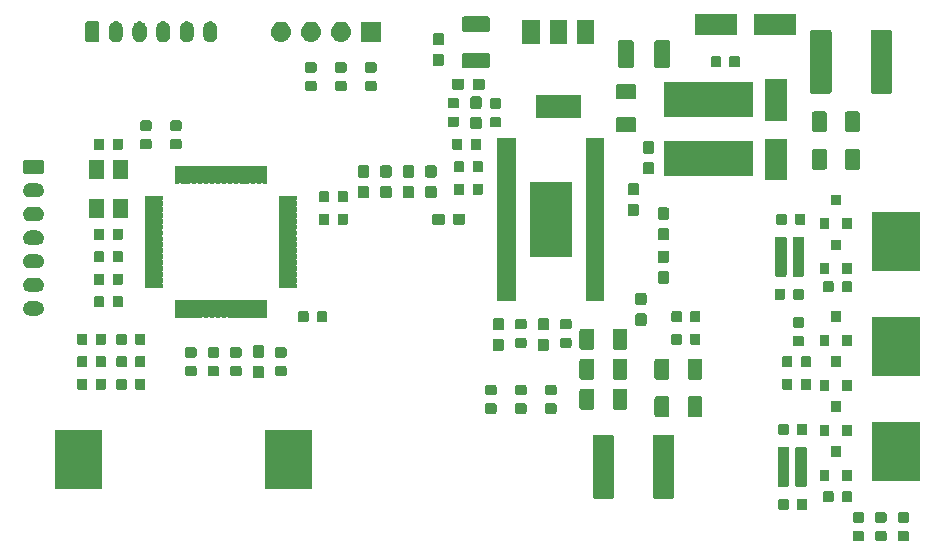
<source format=gbr>
G04 #@! TF.GenerationSoftware,KiCad,Pcbnew,(5.1.4)-1*
G04 #@! TF.CreationDate,2019-11-08T14:44:36+01:00*
G04 #@! TF.ProjectId,BLDC_4,424c4443-5f34-42e6-9b69-6361645f7063,rev?*
G04 #@! TF.SameCoordinates,Original*
G04 #@! TF.FileFunction,Soldermask,Top*
G04 #@! TF.FilePolarity,Negative*
%FSLAX46Y46*%
G04 Gerber Fmt 4.6, Leading zero omitted, Abs format (unit mm)*
G04 Created by KiCad (PCBNEW (5.1.4)-1) date 2019-11-08 14:44:36*
%MOMM*%
%LPD*%
G04 APERTURE LIST*
%ADD10C,0.100000*%
G04 APERTURE END LIST*
D10*
G36*
X206089116Y-101318595D02*
G01*
X206118311Y-101327452D01*
X206145223Y-101341837D01*
X206168808Y-101361192D01*
X206188163Y-101384777D01*
X206202548Y-101411689D01*
X206211405Y-101440884D01*
X206215000Y-101477390D01*
X206215000Y-102027610D01*
X206211405Y-102064116D01*
X206202548Y-102093311D01*
X206188163Y-102120223D01*
X206168808Y-102143808D01*
X206145223Y-102163163D01*
X206118311Y-102177548D01*
X206089116Y-102186405D01*
X206052610Y-102190000D01*
X205427390Y-102190000D01*
X205390884Y-102186405D01*
X205361689Y-102177548D01*
X205334777Y-102163163D01*
X205311192Y-102143808D01*
X205291837Y-102120223D01*
X205277452Y-102093311D01*
X205268595Y-102064116D01*
X205265000Y-102027610D01*
X205265000Y-101477390D01*
X205268595Y-101440884D01*
X205277452Y-101411689D01*
X205291837Y-101384777D01*
X205311192Y-101361192D01*
X205334777Y-101341837D01*
X205361689Y-101327452D01*
X205390884Y-101318595D01*
X205427390Y-101315000D01*
X206052610Y-101315000D01*
X206089116Y-101318595D01*
X206089116Y-101318595D01*
G37*
G36*
X207994116Y-101318595D02*
G01*
X208023311Y-101327452D01*
X208050223Y-101341837D01*
X208073808Y-101361192D01*
X208093163Y-101384777D01*
X208107548Y-101411689D01*
X208116405Y-101440884D01*
X208120000Y-101477390D01*
X208120000Y-102027610D01*
X208116405Y-102064116D01*
X208107548Y-102093311D01*
X208093163Y-102120223D01*
X208073808Y-102143808D01*
X208050223Y-102163163D01*
X208023311Y-102177548D01*
X207994116Y-102186405D01*
X207957610Y-102190000D01*
X207332390Y-102190000D01*
X207295884Y-102186405D01*
X207266689Y-102177548D01*
X207239777Y-102163163D01*
X207216192Y-102143808D01*
X207196837Y-102120223D01*
X207182452Y-102093311D01*
X207173595Y-102064116D01*
X207170000Y-102027610D01*
X207170000Y-101477390D01*
X207173595Y-101440884D01*
X207182452Y-101411689D01*
X207196837Y-101384777D01*
X207216192Y-101361192D01*
X207239777Y-101341837D01*
X207266689Y-101327452D01*
X207295884Y-101318595D01*
X207332390Y-101315000D01*
X207957610Y-101315000D01*
X207994116Y-101318595D01*
X207994116Y-101318595D01*
G37*
G36*
X209899116Y-101318595D02*
G01*
X209928311Y-101327452D01*
X209955223Y-101341837D01*
X209978808Y-101361192D01*
X209998163Y-101384777D01*
X210012548Y-101411689D01*
X210021405Y-101440884D01*
X210025000Y-101477390D01*
X210025000Y-102027610D01*
X210021405Y-102064116D01*
X210012548Y-102093311D01*
X209998163Y-102120223D01*
X209978808Y-102143808D01*
X209955223Y-102163163D01*
X209928311Y-102177548D01*
X209899116Y-102186405D01*
X209862610Y-102190000D01*
X209237390Y-102190000D01*
X209200884Y-102186405D01*
X209171689Y-102177548D01*
X209144777Y-102163163D01*
X209121192Y-102143808D01*
X209101837Y-102120223D01*
X209087452Y-102093311D01*
X209078595Y-102064116D01*
X209075000Y-102027610D01*
X209075000Y-101477390D01*
X209078595Y-101440884D01*
X209087452Y-101411689D01*
X209101837Y-101384777D01*
X209121192Y-101361192D01*
X209144777Y-101341837D01*
X209171689Y-101327452D01*
X209200884Y-101318595D01*
X209237390Y-101315000D01*
X209862610Y-101315000D01*
X209899116Y-101318595D01*
X209899116Y-101318595D01*
G37*
G36*
X207994116Y-99743595D02*
G01*
X208023311Y-99752452D01*
X208050223Y-99766837D01*
X208073808Y-99786192D01*
X208093163Y-99809777D01*
X208107548Y-99836689D01*
X208116405Y-99865884D01*
X208120000Y-99902390D01*
X208120000Y-100452610D01*
X208116405Y-100489116D01*
X208107548Y-100518311D01*
X208093163Y-100545223D01*
X208073808Y-100568808D01*
X208050223Y-100588163D01*
X208023311Y-100602548D01*
X207994116Y-100611405D01*
X207957610Y-100615000D01*
X207332390Y-100615000D01*
X207295884Y-100611405D01*
X207266689Y-100602548D01*
X207239777Y-100588163D01*
X207216192Y-100568808D01*
X207196837Y-100545223D01*
X207182452Y-100518311D01*
X207173595Y-100489116D01*
X207170000Y-100452610D01*
X207170000Y-99902390D01*
X207173595Y-99865884D01*
X207182452Y-99836689D01*
X207196837Y-99809777D01*
X207216192Y-99786192D01*
X207239777Y-99766837D01*
X207266689Y-99752452D01*
X207295884Y-99743595D01*
X207332390Y-99740000D01*
X207957610Y-99740000D01*
X207994116Y-99743595D01*
X207994116Y-99743595D01*
G37*
G36*
X206089116Y-99743595D02*
G01*
X206118311Y-99752452D01*
X206145223Y-99766837D01*
X206168808Y-99786192D01*
X206188163Y-99809777D01*
X206202548Y-99836689D01*
X206211405Y-99865884D01*
X206215000Y-99902390D01*
X206215000Y-100452610D01*
X206211405Y-100489116D01*
X206202548Y-100518311D01*
X206188163Y-100545223D01*
X206168808Y-100568808D01*
X206145223Y-100588163D01*
X206118311Y-100602548D01*
X206089116Y-100611405D01*
X206052610Y-100615000D01*
X205427390Y-100615000D01*
X205390884Y-100611405D01*
X205361689Y-100602548D01*
X205334777Y-100588163D01*
X205311192Y-100568808D01*
X205291837Y-100545223D01*
X205277452Y-100518311D01*
X205268595Y-100489116D01*
X205265000Y-100452610D01*
X205265000Y-99902390D01*
X205268595Y-99865884D01*
X205277452Y-99836689D01*
X205291837Y-99809777D01*
X205311192Y-99786192D01*
X205334777Y-99766837D01*
X205361689Y-99752452D01*
X205390884Y-99743595D01*
X205427390Y-99740000D01*
X206052610Y-99740000D01*
X206089116Y-99743595D01*
X206089116Y-99743595D01*
G37*
G36*
X209899116Y-99743595D02*
G01*
X209928311Y-99752452D01*
X209955223Y-99766837D01*
X209978808Y-99786192D01*
X209998163Y-99809777D01*
X210012548Y-99836689D01*
X210021405Y-99865884D01*
X210025000Y-99902390D01*
X210025000Y-100452610D01*
X210021405Y-100489116D01*
X210012548Y-100518311D01*
X209998163Y-100545223D01*
X209978808Y-100568808D01*
X209955223Y-100588163D01*
X209928311Y-100602548D01*
X209899116Y-100611405D01*
X209862610Y-100615000D01*
X209237390Y-100615000D01*
X209200884Y-100611405D01*
X209171689Y-100602548D01*
X209144777Y-100588163D01*
X209121192Y-100568808D01*
X209101837Y-100545223D01*
X209087452Y-100518311D01*
X209078595Y-100489116D01*
X209075000Y-100452610D01*
X209075000Y-99902390D01*
X209078595Y-99865884D01*
X209087452Y-99836689D01*
X209101837Y-99809777D01*
X209121192Y-99786192D01*
X209144777Y-99766837D01*
X209171689Y-99752452D01*
X209200884Y-99743595D01*
X209237390Y-99740000D01*
X209862610Y-99740000D01*
X209899116Y-99743595D01*
X209899116Y-99743595D01*
G37*
G36*
X199701616Y-98588595D02*
G01*
X199730811Y-98597452D01*
X199757723Y-98611837D01*
X199781308Y-98631192D01*
X199800663Y-98654777D01*
X199815048Y-98681689D01*
X199823905Y-98710884D01*
X199827500Y-98747390D01*
X199827500Y-99372610D01*
X199823905Y-99409116D01*
X199815048Y-99438311D01*
X199800663Y-99465223D01*
X199781308Y-99488808D01*
X199757723Y-99508163D01*
X199730811Y-99522548D01*
X199701616Y-99531405D01*
X199665110Y-99535000D01*
X199114890Y-99535000D01*
X199078384Y-99531405D01*
X199049189Y-99522548D01*
X199022277Y-99508163D01*
X198998692Y-99488808D01*
X198979337Y-99465223D01*
X198964952Y-99438311D01*
X198956095Y-99409116D01*
X198952500Y-99372610D01*
X198952500Y-98747390D01*
X198956095Y-98710884D01*
X198964952Y-98681689D01*
X198979337Y-98654777D01*
X198998692Y-98631192D01*
X199022277Y-98611837D01*
X199049189Y-98597452D01*
X199078384Y-98588595D01*
X199114890Y-98585000D01*
X199665110Y-98585000D01*
X199701616Y-98588595D01*
X199701616Y-98588595D01*
G37*
G36*
X201276616Y-98588595D02*
G01*
X201305811Y-98597452D01*
X201332723Y-98611837D01*
X201356308Y-98631192D01*
X201375663Y-98654777D01*
X201390048Y-98681689D01*
X201398905Y-98710884D01*
X201402500Y-98747390D01*
X201402500Y-99372610D01*
X201398905Y-99409116D01*
X201390048Y-99438311D01*
X201375663Y-99465223D01*
X201356308Y-99488808D01*
X201332723Y-99508163D01*
X201305811Y-99522548D01*
X201276616Y-99531405D01*
X201240110Y-99535000D01*
X200689890Y-99535000D01*
X200653384Y-99531405D01*
X200624189Y-99522548D01*
X200597277Y-99508163D01*
X200573692Y-99488808D01*
X200554337Y-99465223D01*
X200539952Y-99438311D01*
X200531095Y-99409116D01*
X200527500Y-99372610D01*
X200527500Y-98747390D01*
X200531095Y-98710884D01*
X200539952Y-98681689D01*
X200554337Y-98654777D01*
X200573692Y-98631192D01*
X200597277Y-98611837D01*
X200624189Y-98597452D01*
X200653384Y-98588595D01*
X200689890Y-98585000D01*
X201240110Y-98585000D01*
X201276616Y-98588595D01*
X201276616Y-98588595D01*
G37*
G36*
X203511616Y-97953595D02*
G01*
X203540811Y-97962452D01*
X203567723Y-97976837D01*
X203591308Y-97996192D01*
X203610663Y-98019777D01*
X203625048Y-98046689D01*
X203633905Y-98075884D01*
X203637500Y-98112390D01*
X203637500Y-98737610D01*
X203633905Y-98774116D01*
X203625048Y-98803311D01*
X203610663Y-98830223D01*
X203591308Y-98853808D01*
X203567723Y-98873163D01*
X203540811Y-98887548D01*
X203511616Y-98896405D01*
X203475110Y-98900000D01*
X202924890Y-98900000D01*
X202888384Y-98896405D01*
X202859189Y-98887548D01*
X202832277Y-98873163D01*
X202808692Y-98853808D01*
X202789337Y-98830223D01*
X202774952Y-98803311D01*
X202766095Y-98774116D01*
X202762500Y-98737610D01*
X202762500Y-98112390D01*
X202766095Y-98075884D01*
X202774952Y-98046689D01*
X202789337Y-98019777D01*
X202808692Y-97996192D01*
X202832277Y-97976837D01*
X202859189Y-97962452D01*
X202888384Y-97953595D01*
X202924890Y-97950000D01*
X203475110Y-97950000D01*
X203511616Y-97953595D01*
X203511616Y-97953595D01*
G37*
G36*
X205086616Y-97953595D02*
G01*
X205115811Y-97962452D01*
X205142723Y-97976837D01*
X205166308Y-97996192D01*
X205185663Y-98019777D01*
X205200048Y-98046689D01*
X205208905Y-98075884D01*
X205212500Y-98112390D01*
X205212500Y-98737610D01*
X205208905Y-98774116D01*
X205200048Y-98803311D01*
X205185663Y-98830223D01*
X205166308Y-98853808D01*
X205142723Y-98873163D01*
X205115811Y-98887548D01*
X205086616Y-98896405D01*
X205050110Y-98900000D01*
X204499890Y-98900000D01*
X204463384Y-98896405D01*
X204434189Y-98887548D01*
X204407277Y-98873163D01*
X204383692Y-98853808D01*
X204364337Y-98830223D01*
X204349952Y-98803311D01*
X204341095Y-98774116D01*
X204337500Y-98737610D01*
X204337500Y-98112390D01*
X204341095Y-98075884D01*
X204349952Y-98046689D01*
X204364337Y-98019777D01*
X204383692Y-97996192D01*
X204407277Y-97976837D01*
X204434189Y-97962452D01*
X204463384Y-97953595D01*
X204499890Y-97950000D01*
X205050110Y-97950000D01*
X205086616Y-97953595D01*
X205086616Y-97953595D01*
G37*
G36*
X184911318Y-93188662D02*
G01*
X184941167Y-93197717D01*
X184968678Y-93212421D01*
X184992790Y-93232210D01*
X185012579Y-93256322D01*
X185027283Y-93283833D01*
X185036338Y-93313682D01*
X185040000Y-93350863D01*
X185040000Y-98419137D01*
X185036338Y-98456318D01*
X185027283Y-98486167D01*
X185012579Y-98513678D01*
X184992790Y-98537790D01*
X184968678Y-98557579D01*
X184941167Y-98572283D01*
X184911318Y-98581338D01*
X184874137Y-98585000D01*
X183405863Y-98585000D01*
X183368682Y-98581338D01*
X183338833Y-98572283D01*
X183311322Y-98557579D01*
X183287210Y-98537790D01*
X183267421Y-98513678D01*
X183252717Y-98486167D01*
X183243662Y-98456318D01*
X183240000Y-98419137D01*
X183240000Y-93350863D01*
X183243662Y-93313682D01*
X183252717Y-93283833D01*
X183267421Y-93256322D01*
X183287210Y-93232210D01*
X183311322Y-93212421D01*
X183338833Y-93197717D01*
X183368682Y-93188662D01*
X183405863Y-93185000D01*
X184874137Y-93185000D01*
X184911318Y-93188662D01*
X184911318Y-93188662D01*
G37*
G36*
X190011318Y-93188662D02*
G01*
X190041167Y-93197717D01*
X190068678Y-93212421D01*
X190092790Y-93232210D01*
X190112579Y-93256322D01*
X190127283Y-93283833D01*
X190136338Y-93313682D01*
X190140000Y-93350863D01*
X190140000Y-98419137D01*
X190136338Y-98456318D01*
X190127283Y-98486167D01*
X190112579Y-98513678D01*
X190092790Y-98537790D01*
X190068678Y-98557579D01*
X190041167Y-98572283D01*
X190011318Y-98581338D01*
X189974137Y-98585000D01*
X188505863Y-98585000D01*
X188468682Y-98581338D01*
X188438833Y-98572283D01*
X188411322Y-98557579D01*
X188387210Y-98537790D01*
X188367421Y-98513678D01*
X188352717Y-98486167D01*
X188343662Y-98456318D01*
X188340000Y-98419137D01*
X188340000Y-93350863D01*
X188343662Y-93313682D01*
X188352717Y-93283833D01*
X188367421Y-93256322D01*
X188387210Y-93232210D01*
X188411322Y-93212421D01*
X188438833Y-93197717D01*
X188468682Y-93188662D01*
X188505863Y-93185000D01*
X189974137Y-93185000D01*
X190011318Y-93188662D01*
X190011318Y-93188662D01*
G37*
G36*
X141700000Y-97750000D02*
G01*
X137700000Y-97750000D01*
X137700000Y-92750000D01*
X141700000Y-92750000D01*
X141700000Y-97750000D01*
X141700000Y-97750000D01*
G37*
G36*
X159480000Y-97750000D02*
G01*
X155480000Y-97750000D01*
X155480000Y-92750000D01*
X159480000Y-92750000D01*
X159480000Y-97750000D01*
X159480000Y-97750000D01*
G37*
G36*
X199738963Y-94189196D02*
G01*
X199774021Y-94199831D01*
X199806332Y-94217102D01*
X199834655Y-94240345D01*
X199857898Y-94268668D01*
X199875169Y-94300979D01*
X199885804Y-94336037D01*
X199890000Y-94378641D01*
X199890000Y-97391359D01*
X199885804Y-97433963D01*
X199875169Y-97469021D01*
X199857898Y-97501332D01*
X199834655Y-97529655D01*
X199806332Y-97552898D01*
X199774021Y-97570169D01*
X199738963Y-97580804D01*
X199696359Y-97585000D01*
X199083641Y-97585000D01*
X199041037Y-97580804D01*
X199005979Y-97570169D01*
X198973668Y-97552898D01*
X198945345Y-97529655D01*
X198922102Y-97501332D01*
X198904831Y-97469021D01*
X198894196Y-97433963D01*
X198890000Y-97391359D01*
X198890000Y-94378641D01*
X198894196Y-94336037D01*
X198904831Y-94300979D01*
X198922102Y-94268668D01*
X198945345Y-94240345D01*
X198973668Y-94217102D01*
X199005979Y-94199831D01*
X199041037Y-94189196D01*
X199083641Y-94185000D01*
X199696359Y-94185000D01*
X199738963Y-94189196D01*
X199738963Y-94189196D01*
G37*
G36*
X201238963Y-94189196D02*
G01*
X201274021Y-94199831D01*
X201306332Y-94217102D01*
X201334655Y-94240345D01*
X201357898Y-94268668D01*
X201375169Y-94300979D01*
X201385804Y-94336037D01*
X201390000Y-94378641D01*
X201390000Y-97391359D01*
X201385804Y-97433963D01*
X201375169Y-97469021D01*
X201357898Y-97501332D01*
X201334655Y-97529655D01*
X201306332Y-97552898D01*
X201274021Y-97570169D01*
X201238963Y-97580804D01*
X201196359Y-97585000D01*
X200583641Y-97585000D01*
X200541037Y-97580804D01*
X200505979Y-97570169D01*
X200473668Y-97552898D01*
X200445345Y-97529655D01*
X200422102Y-97501332D01*
X200404831Y-97469021D01*
X200394196Y-97433963D01*
X200390000Y-97391359D01*
X200390000Y-94378641D01*
X200394196Y-94336037D01*
X200404831Y-94300979D01*
X200422102Y-94268668D01*
X200445345Y-94240345D01*
X200473668Y-94217102D01*
X200505979Y-94199831D01*
X200541037Y-94189196D01*
X200583641Y-94185000D01*
X201196359Y-94185000D01*
X201238963Y-94189196D01*
X201238963Y-94189196D01*
G37*
G36*
X210915000Y-97115000D02*
G01*
X206915000Y-97115000D01*
X206915000Y-92115000D01*
X210915000Y-92115000D01*
X210915000Y-97115000D01*
X210915000Y-97115000D01*
G37*
G36*
X205185000Y-97065000D02*
G01*
X204385000Y-97065000D01*
X204385000Y-96165000D01*
X205185000Y-96165000D01*
X205185000Y-97065000D01*
X205185000Y-97065000D01*
G37*
G36*
X203285000Y-97065000D02*
G01*
X202485000Y-97065000D01*
X202485000Y-96165000D01*
X203285000Y-96165000D01*
X203285000Y-97065000D01*
X203285000Y-97065000D01*
G37*
G36*
X204235000Y-95065000D02*
G01*
X203435000Y-95065000D01*
X203435000Y-94165000D01*
X204235000Y-94165000D01*
X204235000Y-95065000D01*
X204235000Y-95065000D01*
G37*
G36*
X203285000Y-93255000D02*
G01*
X202485000Y-93255000D01*
X202485000Y-92355000D01*
X203285000Y-92355000D01*
X203285000Y-93255000D01*
X203285000Y-93255000D01*
G37*
G36*
X205185000Y-93255000D02*
G01*
X204385000Y-93255000D01*
X204385000Y-92355000D01*
X205185000Y-92355000D01*
X205185000Y-93255000D01*
X205185000Y-93255000D01*
G37*
G36*
X199701616Y-92238595D02*
G01*
X199730811Y-92247452D01*
X199757723Y-92261837D01*
X199781308Y-92281192D01*
X199800663Y-92304777D01*
X199815048Y-92331689D01*
X199823905Y-92360884D01*
X199827500Y-92397390D01*
X199827500Y-93022610D01*
X199823905Y-93059116D01*
X199815048Y-93088311D01*
X199800663Y-93115223D01*
X199781308Y-93138808D01*
X199757723Y-93158163D01*
X199730811Y-93172548D01*
X199701616Y-93181405D01*
X199665110Y-93185000D01*
X199114890Y-93185000D01*
X199078384Y-93181405D01*
X199049189Y-93172548D01*
X199022277Y-93158163D01*
X198998692Y-93138808D01*
X198979337Y-93115223D01*
X198964952Y-93088311D01*
X198956095Y-93059116D01*
X198952500Y-93022610D01*
X198952500Y-92397390D01*
X198956095Y-92360884D01*
X198964952Y-92331689D01*
X198979337Y-92304777D01*
X198998692Y-92281192D01*
X199022277Y-92261837D01*
X199049189Y-92247452D01*
X199078384Y-92238595D01*
X199114890Y-92235000D01*
X199665110Y-92235000D01*
X199701616Y-92238595D01*
X199701616Y-92238595D01*
G37*
G36*
X201276616Y-92238595D02*
G01*
X201305811Y-92247452D01*
X201332723Y-92261837D01*
X201356308Y-92281192D01*
X201375663Y-92304777D01*
X201390048Y-92331689D01*
X201398905Y-92360884D01*
X201402500Y-92397390D01*
X201402500Y-93022610D01*
X201398905Y-93059116D01*
X201390048Y-93088311D01*
X201375663Y-93115223D01*
X201356308Y-93138808D01*
X201332723Y-93158163D01*
X201305811Y-93172548D01*
X201276616Y-93181405D01*
X201240110Y-93185000D01*
X200689890Y-93185000D01*
X200653384Y-93181405D01*
X200624189Y-93172548D01*
X200597277Y-93158163D01*
X200573692Y-93138808D01*
X200554337Y-93115223D01*
X200539952Y-93088311D01*
X200531095Y-93059116D01*
X200527500Y-93022610D01*
X200527500Y-92397390D01*
X200531095Y-92360884D01*
X200539952Y-92331689D01*
X200554337Y-92304777D01*
X200573692Y-92281192D01*
X200597277Y-92261837D01*
X200624189Y-92247452D01*
X200653384Y-92238595D01*
X200689890Y-92235000D01*
X201240110Y-92235000D01*
X201276616Y-92238595D01*
X201276616Y-92238595D01*
G37*
G36*
X192384024Y-89933955D02*
G01*
X192416738Y-89943879D01*
X192446885Y-89959993D01*
X192473315Y-89981685D01*
X192495007Y-90008115D01*
X192511121Y-90038262D01*
X192521045Y-90070976D01*
X192525000Y-90111138D01*
X192525000Y-91498862D01*
X192521045Y-91539024D01*
X192511121Y-91571738D01*
X192495007Y-91601885D01*
X192473315Y-91628315D01*
X192446885Y-91650007D01*
X192416738Y-91666121D01*
X192384024Y-91676045D01*
X192343862Y-91680000D01*
X191456138Y-91680000D01*
X191415976Y-91676045D01*
X191383262Y-91666121D01*
X191353115Y-91650007D01*
X191326685Y-91628315D01*
X191304993Y-91601885D01*
X191288879Y-91571738D01*
X191278955Y-91539024D01*
X191275000Y-91498862D01*
X191275000Y-90111138D01*
X191278955Y-90070976D01*
X191288879Y-90038262D01*
X191304993Y-90008115D01*
X191326685Y-89981685D01*
X191353115Y-89959993D01*
X191383262Y-89943879D01*
X191415976Y-89933955D01*
X191456138Y-89930000D01*
X192343862Y-89930000D01*
X192384024Y-89933955D01*
X192384024Y-89933955D01*
G37*
G36*
X189584024Y-89933955D02*
G01*
X189616738Y-89943879D01*
X189646885Y-89959993D01*
X189673315Y-89981685D01*
X189695007Y-90008115D01*
X189711121Y-90038262D01*
X189721045Y-90070976D01*
X189725000Y-90111138D01*
X189725000Y-91498862D01*
X189721045Y-91539024D01*
X189711121Y-91571738D01*
X189695007Y-91601885D01*
X189673315Y-91628315D01*
X189646885Y-91650007D01*
X189616738Y-91666121D01*
X189584024Y-91676045D01*
X189543862Y-91680000D01*
X188656138Y-91680000D01*
X188615976Y-91676045D01*
X188583262Y-91666121D01*
X188553115Y-91650007D01*
X188526685Y-91628315D01*
X188504993Y-91601885D01*
X188488879Y-91571738D01*
X188478955Y-91539024D01*
X188475000Y-91498862D01*
X188475000Y-90111138D01*
X188478955Y-90070976D01*
X188488879Y-90038262D01*
X188504993Y-90008115D01*
X188526685Y-89981685D01*
X188553115Y-89959993D01*
X188583262Y-89943879D01*
X188615976Y-89933955D01*
X188656138Y-89930000D01*
X189543862Y-89930000D01*
X189584024Y-89933955D01*
X189584024Y-89933955D01*
G37*
G36*
X174974116Y-90523595D02*
G01*
X175003311Y-90532452D01*
X175030223Y-90546837D01*
X175053808Y-90566192D01*
X175073163Y-90589777D01*
X175087548Y-90616689D01*
X175096405Y-90645884D01*
X175100000Y-90682390D01*
X175100000Y-91232610D01*
X175096405Y-91269116D01*
X175087548Y-91298311D01*
X175073163Y-91325223D01*
X175053808Y-91348808D01*
X175030223Y-91368163D01*
X175003311Y-91382548D01*
X174974116Y-91391405D01*
X174937610Y-91395000D01*
X174312390Y-91395000D01*
X174275884Y-91391405D01*
X174246689Y-91382548D01*
X174219777Y-91368163D01*
X174196192Y-91348808D01*
X174176837Y-91325223D01*
X174162452Y-91298311D01*
X174153595Y-91269116D01*
X174150000Y-91232610D01*
X174150000Y-90682390D01*
X174153595Y-90645884D01*
X174162452Y-90616689D01*
X174176837Y-90589777D01*
X174196192Y-90566192D01*
X174219777Y-90546837D01*
X174246689Y-90532452D01*
X174275884Y-90523595D01*
X174312390Y-90520000D01*
X174937610Y-90520000D01*
X174974116Y-90523595D01*
X174974116Y-90523595D01*
G37*
G36*
X180054116Y-90523595D02*
G01*
X180083311Y-90532452D01*
X180110223Y-90546837D01*
X180133808Y-90566192D01*
X180153163Y-90589777D01*
X180167548Y-90616689D01*
X180176405Y-90645884D01*
X180180000Y-90682390D01*
X180180000Y-91232610D01*
X180176405Y-91269116D01*
X180167548Y-91298311D01*
X180153163Y-91325223D01*
X180133808Y-91348808D01*
X180110223Y-91368163D01*
X180083311Y-91382548D01*
X180054116Y-91391405D01*
X180017610Y-91395000D01*
X179392390Y-91395000D01*
X179355884Y-91391405D01*
X179326689Y-91382548D01*
X179299777Y-91368163D01*
X179276192Y-91348808D01*
X179256837Y-91325223D01*
X179242452Y-91298311D01*
X179233595Y-91269116D01*
X179230000Y-91232610D01*
X179230000Y-90682390D01*
X179233595Y-90645884D01*
X179242452Y-90616689D01*
X179256837Y-90589777D01*
X179276192Y-90566192D01*
X179299777Y-90546837D01*
X179326689Y-90532452D01*
X179355884Y-90523595D01*
X179392390Y-90520000D01*
X180017610Y-90520000D01*
X180054116Y-90523595D01*
X180054116Y-90523595D01*
G37*
G36*
X177514116Y-90523595D02*
G01*
X177543311Y-90532452D01*
X177570223Y-90546837D01*
X177593808Y-90566192D01*
X177613163Y-90589777D01*
X177627548Y-90616689D01*
X177636405Y-90645884D01*
X177640000Y-90682390D01*
X177640000Y-91232610D01*
X177636405Y-91269116D01*
X177627548Y-91298311D01*
X177613163Y-91325223D01*
X177593808Y-91348808D01*
X177570223Y-91368163D01*
X177543311Y-91382548D01*
X177514116Y-91391405D01*
X177477610Y-91395000D01*
X176852390Y-91395000D01*
X176815884Y-91391405D01*
X176786689Y-91382548D01*
X176759777Y-91368163D01*
X176736192Y-91348808D01*
X176716837Y-91325223D01*
X176702452Y-91298311D01*
X176693595Y-91269116D01*
X176690000Y-91232610D01*
X176690000Y-90682390D01*
X176693595Y-90645884D01*
X176702452Y-90616689D01*
X176716837Y-90589777D01*
X176736192Y-90566192D01*
X176759777Y-90546837D01*
X176786689Y-90532452D01*
X176815884Y-90523595D01*
X176852390Y-90520000D01*
X177477610Y-90520000D01*
X177514116Y-90523595D01*
X177514116Y-90523595D01*
G37*
G36*
X204235000Y-91255000D02*
G01*
X203435000Y-91255000D01*
X203435000Y-90355000D01*
X204235000Y-90355000D01*
X204235000Y-91255000D01*
X204235000Y-91255000D01*
G37*
G36*
X186034024Y-89298955D02*
G01*
X186066738Y-89308879D01*
X186096885Y-89324993D01*
X186123315Y-89346685D01*
X186145007Y-89373115D01*
X186161121Y-89403262D01*
X186171045Y-89435976D01*
X186175000Y-89476138D01*
X186175000Y-90863862D01*
X186171045Y-90904024D01*
X186161121Y-90936738D01*
X186145007Y-90966885D01*
X186123315Y-90993315D01*
X186096885Y-91015007D01*
X186066738Y-91031121D01*
X186034024Y-91041045D01*
X185993862Y-91045000D01*
X185106138Y-91045000D01*
X185065976Y-91041045D01*
X185033262Y-91031121D01*
X185003115Y-91015007D01*
X184976685Y-90993315D01*
X184954993Y-90966885D01*
X184938879Y-90936738D01*
X184928955Y-90904024D01*
X184925000Y-90863862D01*
X184925000Y-89476138D01*
X184928955Y-89435976D01*
X184938879Y-89403262D01*
X184954993Y-89373115D01*
X184976685Y-89346685D01*
X185003115Y-89324993D01*
X185033262Y-89308879D01*
X185065976Y-89298955D01*
X185106138Y-89295000D01*
X185993862Y-89295000D01*
X186034024Y-89298955D01*
X186034024Y-89298955D01*
G37*
G36*
X183234024Y-89298955D02*
G01*
X183266738Y-89308879D01*
X183296885Y-89324993D01*
X183323315Y-89346685D01*
X183345007Y-89373115D01*
X183361121Y-89403262D01*
X183371045Y-89435976D01*
X183375000Y-89476138D01*
X183375000Y-90863862D01*
X183371045Y-90904024D01*
X183361121Y-90936738D01*
X183345007Y-90966885D01*
X183323315Y-90993315D01*
X183296885Y-91015007D01*
X183266738Y-91031121D01*
X183234024Y-91041045D01*
X183193862Y-91045000D01*
X182306138Y-91045000D01*
X182265976Y-91041045D01*
X182233262Y-91031121D01*
X182203115Y-91015007D01*
X182176685Y-90993315D01*
X182154993Y-90966885D01*
X182138879Y-90936738D01*
X182128955Y-90904024D01*
X182125000Y-90863862D01*
X182125000Y-89476138D01*
X182128955Y-89435976D01*
X182138879Y-89403262D01*
X182154993Y-89373115D01*
X182176685Y-89346685D01*
X182203115Y-89324993D01*
X182233262Y-89308879D01*
X182265976Y-89298955D01*
X182306138Y-89295000D01*
X183193862Y-89295000D01*
X183234024Y-89298955D01*
X183234024Y-89298955D01*
G37*
G36*
X180054116Y-88948595D02*
G01*
X180083311Y-88957452D01*
X180110223Y-88971837D01*
X180133808Y-88991192D01*
X180153163Y-89014777D01*
X180167548Y-89041689D01*
X180176405Y-89070884D01*
X180180000Y-89107390D01*
X180180000Y-89657610D01*
X180176405Y-89694116D01*
X180167548Y-89723311D01*
X180153163Y-89750223D01*
X180133808Y-89773808D01*
X180110223Y-89793163D01*
X180083311Y-89807548D01*
X180054116Y-89816405D01*
X180017610Y-89820000D01*
X179392390Y-89820000D01*
X179355884Y-89816405D01*
X179326689Y-89807548D01*
X179299777Y-89793163D01*
X179276192Y-89773808D01*
X179256837Y-89750223D01*
X179242452Y-89723311D01*
X179233595Y-89694116D01*
X179230000Y-89657610D01*
X179230000Y-89107390D01*
X179233595Y-89070884D01*
X179242452Y-89041689D01*
X179256837Y-89014777D01*
X179276192Y-88991192D01*
X179299777Y-88971837D01*
X179326689Y-88957452D01*
X179355884Y-88948595D01*
X179392390Y-88945000D01*
X180017610Y-88945000D01*
X180054116Y-88948595D01*
X180054116Y-88948595D01*
G37*
G36*
X177514116Y-88948595D02*
G01*
X177543311Y-88957452D01*
X177570223Y-88971837D01*
X177593808Y-88991192D01*
X177613163Y-89014777D01*
X177627548Y-89041689D01*
X177636405Y-89070884D01*
X177640000Y-89107390D01*
X177640000Y-89657610D01*
X177636405Y-89694116D01*
X177627548Y-89723311D01*
X177613163Y-89750223D01*
X177593808Y-89773808D01*
X177570223Y-89793163D01*
X177543311Y-89807548D01*
X177514116Y-89816405D01*
X177477610Y-89820000D01*
X176852390Y-89820000D01*
X176815884Y-89816405D01*
X176786689Y-89807548D01*
X176759777Y-89793163D01*
X176736192Y-89773808D01*
X176716837Y-89750223D01*
X176702452Y-89723311D01*
X176693595Y-89694116D01*
X176690000Y-89657610D01*
X176690000Y-89107390D01*
X176693595Y-89070884D01*
X176702452Y-89041689D01*
X176716837Y-89014777D01*
X176736192Y-88991192D01*
X176759777Y-88971837D01*
X176786689Y-88957452D01*
X176815884Y-88948595D01*
X176852390Y-88945000D01*
X177477610Y-88945000D01*
X177514116Y-88948595D01*
X177514116Y-88948595D01*
G37*
G36*
X174974116Y-88948595D02*
G01*
X175003311Y-88957452D01*
X175030223Y-88971837D01*
X175053808Y-88991192D01*
X175073163Y-89014777D01*
X175087548Y-89041689D01*
X175096405Y-89070884D01*
X175100000Y-89107390D01*
X175100000Y-89657610D01*
X175096405Y-89694116D01*
X175087548Y-89723311D01*
X175073163Y-89750223D01*
X175053808Y-89773808D01*
X175030223Y-89793163D01*
X175003311Y-89807548D01*
X174974116Y-89816405D01*
X174937610Y-89820000D01*
X174312390Y-89820000D01*
X174275884Y-89816405D01*
X174246689Y-89807548D01*
X174219777Y-89793163D01*
X174196192Y-89773808D01*
X174176837Y-89750223D01*
X174162452Y-89723311D01*
X174153595Y-89694116D01*
X174150000Y-89657610D01*
X174150000Y-89107390D01*
X174153595Y-89070884D01*
X174162452Y-89041689D01*
X174176837Y-89014777D01*
X174196192Y-88991192D01*
X174219777Y-88971837D01*
X174246689Y-88957452D01*
X174275884Y-88948595D01*
X174312390Y-88945000D01*
X174937610Y-88945000D01*
X174974116Y-88948595D01*
X174974116Y-88948595D01*
G37*
G36*
X205185000Y-89445000D02*
G01*
X204385000Y-89445000D01*
X204385000Y-88545000D01*
X205185000Y-88545000D01*
X205185000Y-89445000D01*
X205185000Y-89445000D01*
G37*
G36*
X203285000Y-89445000D02*
G01*
X202485000Y-89445000D01*
X202485000Y-88545000D01*
X203285000Y-88545000D01*
X203285000Y-89445000D01*
X203285000Y-89445000D01*
G37*
G36*
X140329116Y-88428595D02*
G01*
X140358311Y-88437452D01*
X140385223Y-88451837D01*
X140408808Y-88471192D01*
X140428163Y-88494777D01*
X140442548Y-88521689D01*
X140451405Y-88550884D01*
X140455000Y-88587390D01*
X140455000Y-89212610D01*
X140451405Y-89249116D01*
X140442548Y-89278311D01*
X140428163Y-89305223D01*
X140408808Y-89328808D01*
X140385223Y-89348163D01*
X140358311Y-89362548D01*
X140329116Y-89371405D01*
X140292610Y-89375000D01*
X139742390Y-89375000D01*
X139705884Y-89371405D01*
X139676689Y-89362548D01*
X139649777Y-89348163D01*
X139626192Y-89328808D01*
X139606837Y-89305223D01*
X139592452Y-89278311D01*
X139583595Y-89249116D01*
X139580000Y-89212610D01*
X139580000Y-88587390D01*
X139583595Y-88550884D01*
X139592452Y-88521689D01*
X139606837Y-88494777D01*
X139626192Y-88471192D01*
X139649777Y-88451837D01*
X139676689Y-88437452D01*
X139705884Y-88428595D01*
X139742390Y-88425000D01*
X140292610Y-88425000D01*
X140329116Y-88428595D01*
X140329116Y-88428595D01*
G37*
G36*
X201606616Y-88428595D02*
G01*
X201635811Y-88437452D01*
X201662723Y-88451837D01*
X201686308Y-88471192D01*
X201705663Y-88494777D01*
X201720048Y-88521689D01*
X201728905Y-88550884D01*
X201732500Y-88587390D01*
X201732500Y-89212610D01*
X201728905Y-89249116D01*
X201720048Y-89278311D01*
X201705663Y-89305223D01*
X201686308Y-89328808D01*
X201662723Y-89348163D01*
X201635811Y-89362548D01*
X201606616Y-89371405D01*
X201570110Y-89375000D01*
X201019890Y-89375000D01*
X200983384Y-89371405D01*
X200954189Y-89362548D01*
X200927277Y-89348163D01*
X200903692Y-89328808D01*
X200884337Y-89305223D01*
X200869952Y-89278311D01*
X200861095Y-89249116D01*
X200857500Y-89212610D01*
X200857500Y-88587390D01*
X200861095Y-88550884D01*
X200869952Y-88521689D01*
X200884337Y-88494777D01*
X200903692Y-88471192D01*
X200927277Y-88451837D01*
X200954189Y-88437452D01*
X200983384Y-88428595D01*
X201019890Y-88425000D01*
X201570110Y-88425000D01*
X201606616Y-88428595D01*
X201606616Y-88428595D01*
G37*
G36*
X200031616Y-88428595D02*
G01*
X200060811Y-88437452D01*
X200087723Y-88451837D01*
X200111308Y-88471192D01*
X200130663Y-88494777D01*
X200145048Y-88521689D01*
X200153905Y-88550884D01*
X200157500Y-88587390D01*
X200157500Y-89212610D01*
X200153905Y-89249116D01*
X200145048Y-89278311D01*
X200130663Y-89305223D01*
X200111308Y-89328808D01*
X200087723Y-89348163D01*
X200060811Y-89362548D01*
X200031616Y-89371405D01*
X199995110Y-89375000D01*
X199444890Y-89375000D01*
X199408384Y-89371405D01*
X199379189Y-89362548D01*
X199352277Y-89348163D01*
X199328692Y-89328808D01*
X199309337Y-89305223D01*
X199294952Y-89278311D01*
X199286095Y-89249116D01*
X199282500Y-89212610D01*
X199282500Y-88587390D01*
X199286095Y-88550884D01*
X199294952Y-88521689D01*
X199309337Y-88494777D01*
X199328692Y-88471192D01*
X199352277Y-88451837D01*
X199379189Y-88437452D01*
X199408384Y-88428595D01*
X199444890Y-88425000D01*
X199995110Y-88425000D01*
X200031616Y-88428595D01*
X200031616Y-88428595D01*
G37*
G36*
X143669116Y-88428595D02*
G01*
X143698311Y-88437452D01*
X143725223Y-88451837D01*
X143748808Y-88471192D01*
X143768163Y-88494777D01*
X143782548Y-88521689D01*
X143791405Y-88550884D01*
X143795000Y-88587390D01*
X143795000Y-89212610D01*
X143791405Y-89249116D01*
X143782548Y-89278311D01*
X143768163Y-89305223D01*
X143748808Y-89328808D01*
X143725223Y-89348163D01*
X143698311Y-89362548D01*
X143669116Y-89371405D01*
X143632610Y-89375000D01*
X143082390Y-89375000D01*
X143045884Y-89371405D01*
X143016689Y-89362548D01*
X142989777Y-89348163D01*
X142966192Y-89328808D01*
X142946837Y-89305223D01*
X142932452Y-89278311D01*
X142923595Y-89249116D01*
X142920000Y-89212610D01*
X142920000Y-88587390D01*
X142923595Y-88550884D01*
X142932452Y-88521689D01*
X142946837Y-88494777D01*
X142966192Y-88471192D01*
X142989777Y-88451837D01*
X143016689Y-88437452D01*
X143045884Y-88428595D01*
X143082390Y-88425000D01*
X143632610Y-88425000D01*
X143669116Y-88428595D01*
X143669116Y-88428595D01*
G37*
G36*
X141904116Y-88428595D02*
G01*
X141933311Y-88437452D01*
X141960223Y-88451837D01*
X141983808Y-88471192D01*
X142003163Y-88494777D01*
X142017548Y-88521689D01*
X142026405Y-88550884D01*
X142030000Y-88587390D01*
X142030000Y-89212610D01*
X142026405Y-89249116D01*
X142017548Y-89278311D01*
X142003163Y-89305223D01*
X141983808Y-89328808D01*
X141960223Y-89348163D01*
X141933311Y-89362548D01*
X141904116Y-89371405D01*
X141867610Y-89375000D01*
X141317390Y-89375000D01*
X141280884Y-89371405D01*
X141251689Y-89362548D01*
X141224777Y-89348163D01*
X141201192Y-89328808D01*
X141181837Y-89305223D01*
X141167452Y-89278311D01*
X141158595Y-89249116D01*
X141155000Y-89212610D01*
X141155000Y-88587390D01*
X141158595Y-88550884D01*
X141167452Y-88521689D01*
X141181837Y-88494777D01*
X141201192Y-88471192D01*
X141224777Y-88451837D01*
X141251689Y-88437452D01*
X141280884Y-88428595D01*
X141317390Y-88425000D01*
X141867610Y-88425000D01*
X141904116Y-88428595D01*
X141904116Y-88428595D01*
G37*
G36*
X145244116Y-88428595D02*
G01*
X145273311Y-88437452D01*
X145300223Y-88451837D01*
X145323808Y-88471192D01*
X145343163Y-88494777D01*
X145357548Y-88521689D01*
X145366405Y-88550884D01*
X145370000Y-88587390D01*
X145370000Y-89212610D01*
X145366405Y-89249116D01*
X145357548Y-89278311D01*
X145343163Y-89305223D01*
X145323808Y-89328808D01*
X145300223Y-89348163D01*
X145273311Y-89362548D01*
X145244116Y-89371405D01*
X145207610Y-89375000D01*
X144657390Y-89375000D01*
X144620884Y-89371405D01*
X144591689Y-89362548D01*
X144564777Y-89348163D01*
X144541192Y-89328808D01*
X144521837Y-89305223D01*
X144507452Y-89278311D01*
X144498595Y-89249116D01*
X144495000Y-89212610D01*
X144495000Y-88587390D01*
X144498595Y-88550884D01*
X144507452Y-88521689D01*
X144521837Y-88494777D01*
X144541192Y-88471192D01*
X144564777Y-88451837D01*
X144591689Y-88437452D01*
X144620884Y-88428595D01*
X144657390Y-88425000D01*
X145207610Y-88425000D01*
X145244116Y-88428595D01*
X145244116Y-88428595D01*
G37*
G36*
X183234024Y-86758955D02*
G01*
X183266738Y-86768879D01*
X183296885Y-86784993D01*
X183323315Y-86806685D01*
X183345007Y-86833115D01*
X183361121Y-86863262D01*
X183371045Y-86895976D01*
X183375000Y-86936138D01*
X183375000Y-88323862D01*
X183371045Y-88364024D01*
X183361121Y-88396738D01*
X183345007Y-88426885D01*
X183323315Y-88453315D01*
X183296885Y-88475007D01*
X183266738Y-88491121D01*
X183234024Y-88501045D01*
X183193862Y-88505000D01*
X182306138Y-88505000D01*
X182265976Y-88501045D01*
X182233262Y-88491121D01*
X182203115Y-88475007D01*
X182176685Y-88453315D01*
X182154993Y-88426885D01*
X182138879Y-88396738D01*
X182128955Y-88364024D01*
X182125000Y-88323862D01*
X182125000Y-86936138D01*
X182128955Y-86895976D01*
X182138879Y-86863262D01*
X182154993Y-86833115D01*
X182176685Y-86806685D01*
X182203115Y-86784993D01*
X182233262Y-86768879D01*
X182265976Y-86758955D01*
X182306138Y-86755000D01*
X183193862Y-86755000D01*
X183234024Y-86758955D01*
X183234024Y-86758955D01*
G37*
G36*
X189584024Y-86758955D02*
G01*
X189616738Y-86768879D01*
X189646885Y-86784993D01*
X189673315Y-86806685D01*
X189695007Y-86833115D01*
X189711121Y-86863262D01*
X189721045Y-86895976D01*
X189725000Y-86936138D01*
X189725000Y-88323862D01*
X189721045Y-88364024D01*
X189711121Y-88396738D01*
X189695007Y-88426885D01*
X189673315Y-88453315D01*
X189646885Y-88475007D01*
X189616738Y-88491121D01*
X189584024Y-88501045D01*
X189543862Y-88505000D01*
X188656138Y-88505000D01*
X188615976Y-88501045D01*
X188583262Y-88491121D01*
X188553115Y-88475007D01*
X188526685Y-88453315D01*
X188504993Y-88426885D01*
X188488879Y-88396738D01*
X188478955Y-88364024D01*
X188475000Y-88323862D01*
X188475000Y-86936138D01*
X188478955Y-86895976D01*
X188488879Y-86863262D01*
X188504993Y-86833115D01*
X188526685Y-86806685D01*
X188553115Y-86784993D01*
X188583262Y-86768879D01*
X188615976Y-86758955D01*
X188656138Y-86755000D01*
X189543862Y-86755000D01*
X189584024Y-86758955D01*
X189584024Y-86758955D01*
G37*
G36*
X192384024Y-86758955D02*
G01*
X192416738Y-86768879D01*
X192446885Y-86784993D01*
X192473315Y-86806685D01*
X192495007Y-86833115D01*
X192511121Y-86863262D01*
X192521045Y-86895976D01*
X192525000Y-86936138D01*
X192525000Y-88323862D01*
X192521045Y-88364024D01*
X192511121Y-88396738D01*
X192495007Y-88426885D01*
X192473315Y-88453315D01*
X192446885Y-88475007D01*
X192416738Y-88491121D01*
X192384024Y-88501045D01*
X192343862Y-88505000D01*
X191456138Y-88505000D01*
X191415976Y-88501045D01*
X191383262Y-88491121D01*
X191353115Y-88475007D01*
X191326685Y-88453315D01*
X191304993Y-88426885D01*
X191288879Y-88396738D01*
X191278955Y-88364024D01*
X191275000Y-88323862D01*
X191275000Y-86936138D01*
X191278955Y-86895976D01*
X191288879Y-86863262D01*
X191304993Y-86833115D01*
X191326685Y-86806685D01*
X191353115Y-86784993D01*
X191383262Y-86768879D01*
X191415976Y-86758955D01*
X191456138Y-86755000D01*
X192343862Y-86755000D01*
X192384024Y-86758955D01*
X192384024Y-86758955D01*
G37*
G36*
X186034024Y-86758955D02*
G01*
X186066738Y-86768879D01*
X186096885Y-86784993D01*
X186123315Y-86806685D01*
X186145007Y-86833115D01*
X186161121Y-86863262D01*
X186171045Y-86895976D01*
X186175000Y-86936138D01*
X186175000Y-88323862D01*
X186171045Y-88364024D01*
X186161121Y-88396738D01*
X186145007Y-88426885D01*
X186123315Y-88453315D01*
X186096885Y-88475007D01*
X186066738Y-88491121D01*
X186034024Y-88501045D01*
X185993862Y-88505000D01*
X185106138Y-88505000D01*
X185065976Y-88501045D01*
X185033262Y-88491121D01*
X185003115Y-88475007D01*
X184976685Y-88453315D01*
X184954993Y-88426885D01*
X184938879Y-88396738D01*
X184928955Y-88364024D01*
X184925000Y-88323862D01*
X184925000Y-86936138D01*
X184928955Y-86895976D01*
X184938879Y-86863262D01*
X184954993Y-86833115D01*
X184976685Y-86806685D01*
X185003115Y-86784993D01*
X185033262Y-86768879D01*
X185065976Y-86758955D01*
X185106138Y-86755000D01*
X185993862Y-86755000D01*
X186034024Y-86758955D01*
X186034024Y-86758955D01*
G37*
G36*
X155274024Y-87348955D02*
G01*
X155306738Y-87358879D01*
X155336885Y-87374993D01*
X155363315Y-87396685D01*
X155385007Y-87423115D01*
X155401121Y-87453262D01*
X155411045Y-87485976D01*
X155415000Y-87526138D01*
X155415000Y-88213862D01*
X155411045Y-88254024D01*
X155401121Y-88286738D01*
X155385007Y-88316885D01*
X155363315Y-88343315D01*
X155336885Y-88365007D01*
X155306738Y-88381121D01*
X155274024Y-88391045D01*
X155233862Y-88395000D01*
X154646138Y-88395000D01*
X154605976Y-88391045D01*
X154573262Y-88381121D01*
X154543115Y-88365007D01*
X154516685Y-88343315D01*
X154494993Y-88316885D01*
X154478879Y-88286738D01*
X154468955Y-88254024D01*
X154465000Y-88213862D01*
X154465000Y-87526138D01*
X154468955Y-87485976D01*
X154478879Y-87453262D01*
X154494993Y-87423115D01*
X154516685Y-87396685D01*
X154543115Y-87374993D01*
X154573262Y-87358879D01*
X154605976Y-87348955D01*
X154646138Y-87345000D01*
X155233862Y-87345000D01*
X155274024Y-87348955D01*
X155274024Y-87348955D01*
G37*
G36*
X210915000Y-88225000D02*
G01*
X206915000Y-88225000D01*
X206915000Y-83225000D01*
X210915000Y-83225000D01*
X210915000Y-88225000D01*
X210915000Y-88225000D01*
G37*
G36*
X157194116Y-87348595D02*
G01*
X157223311Y-87357452D01*
X157250223Y-87371837D01*
X157273808Y-87391192D01*
X157293163Y-87414777D01*
X157307548Y-87441689D01*
X157316405Y-87470884D01*
X157320000Y-87507390D01*
X157320000Y-88057610D01*
X157316405Y-88094116D01*
X157307548Y-88123311D01*
X157293163Y-88150223D01*
X157273808Y-88173808D01*
X157250223Y-88193163D01*
X157223311Y-88207548D01*
X157194116Y-88216405D01*
X157157610Y-88220000D01*
X156532390Y-88220000D01*
X156495884Y-88216405D01*
X156466689Y-88207548D01*
X156439777Y-88193163D01*
X156416192Y-88173808D01*
X156396837Y-88150223D01*
X156382452Y-88123311D01*
X156373595Y-88094116D01*
X156370000Y-88057610D01*
X156370000Y-87507390D01*
X156373595Y-87470884D01*
X156382452Y-87441689D01*
X156396837Y-87414777D01*
X156416192Y-87391192D01*
X156439777Y-87371837D01*
X156466689Y-87357452D01*
X156495884Y-87348595D01*
X156532390Y-87345000D01*
X157157610Y-87345000D01*
X157194116Y-87348595D01*
X157194116Y-87348595D01*
G37*
G36*
X153384116Y-87348595D02*
G01*
X153413311Y-87357452D01*
X153440223Y-87371837D01*
X153463808Y-87391192D01*
X153483163Y-87414777D01*
X153497548Y-87441689D01*
X153506405Y-87470884D01*
X153510000Y-87507390D01*
X153510000Y-88057610D01*
X153506405Y-88094116D01*
X153497548Y-88123311D01*
X153483163Y-88150223D01*
X153463808Y-88173808D01*
X153440223Y-88193163D01*
X153413311Y-88207548D01*
X153384116Y-88216405D01*
X153347610Y-88220000D01*
X152722390Y-88220000D01*
X152685884Y-88216405D01*
X152656689Y-88207548D01*
X152629777Y-88193163D01*
X152606192Y-88173808D01*
X152586837Y-88150223D01*
X152572452Y-88123311D01*
X152563595Y-88094116D01*
X152560000Y-88057610D01*
X152560000Y-87507390D01*
X152563595Y-87470884D01*
X152572452Y-87441689D01*
X152586837Y-87414777D01*
X152606192Y-87391192D01*
X152629777Y-87371837D01*
X152656689Y-87357452D01*
X152685884Y-87348595D01*
X152722390Y-87345000D01*
X153347610Y-87345000D01*
X153384116Y-87348595D01*
X153384116Y-87348595D01*
G37*
G36*
X151479116Y-87348595D02*
G01*
X151508311Y-87357452D01*
X151535223Y-87371837D01*
X151558808Y-87391192D01*
X151578163Y-87414777D01*
X151592548Y-87441689D01*
X151601405Y-87470884D01*
X151605000Y-87507390D01*
X151605000Y-88057610D01*
X151601405Y-88094116D01*
X151592548Y-88123311D01*
X151578163Y-88150223D01*
X151558808Y-88173808D01*
X151535223Y-88193163D01*
X151508311Y-88207548D01*
X151479116Y-88216405D01*
X151442610Y-88220000D01*
X150817390Y-88220000D01*
X150780884Y-88216405D01*
X150751689Y-88207548D01*
X150724777Y-88193163D01*
X150701192Y-88173808D01*
X150681837Y-88150223D01*
X150667452Y-88123311D01*
X150658595Y-88094116D01*
X150655000Y-88057610D01*
X150655000Y-87507390D01*
X150658595Y-87470884D01*
X150667452Y-87441689D01*
X150681837Y-87414777D01*
X150701192Y-87391192D01*
X150724777Y-87371837D01*
X150751689Y-87357452D01*
X150780884Y-87348595D01*
X150817390Y-87345000D01*
X151442610Y-87345000D01*
X151479116Y-87348595D01*
X151479116Y-87348595D01*
G37*
G36*
X149574116Y-87348595D02*
G01*
X149603311Y-87357452D01*
X149630223Y-87371837D01*
X149653808Y-87391192D01*
X149673163Y-87414777D01*
X149687548Y-87441689D01*
X149696405Y-87470884D01*
X149700000Y-87507390D01*
X149700000Y-88057610D01*
X149696405Y-88094116D01*
X149687548Y-88123311D01*
X149673163Y-88150223D01*
X149653808Y-88173808D01*
X149630223Y-88193163D01*
X149603311Y-88207548D01*
X149574116Y-88216405D01*
X149537610Y-88220000D01*
X148912390Y-88220000D01*
X148875884Y-88216405D01*
X148846689Y-88207548D01*
X148819777Y-88193163D01*
X148796192Y-88173808D01*
X148776837Y-88150223D01*
X148762452Y-88123311D01*
X148753595Y-88094116D01*
X148750000Y-88057610D01*
X148750000Y-87507390D01*
X148753595Y-87470884D01*
X148762452Y-87441689D01*
X148776837Y-87414777D01*
X148796192Y-87391192D01*
X148819777Y-87371837D01*
X148846689Y-87357452D01*
X148875884Y-87348595D01*
X148912390Y-87345000D01*
X149537610Y-87345000D01*
X149574116Y-87348595D01*
X149574116Y-87348595D01*
G37*
G36*
X145244116Y-86523595D02*
G01*
X145273311Y-86532452D01*
X145300223Y-86546837D01*
X145323808Y-86566192D01*
X145343163Y-86589777D01*
X145357548Y-86616689D01*
X145366405Y-86645884D01*
X145370000Y-86682390D01*
X145370000Y-87307610D01*
X145366405Y-87344116D01*
X145357548Y-87373311D01*
X145343163Y-87400223D01*
X145323808Y-87423808D01*
X145300223Y-87443163D01*
X145273311Y-87457548D01*
X145244116Y-87466405D01*
X145207610Y-87470000D01*
X144657390Y-87470000D01*
X144620884Y-87466405D01*
X144591689Y-87457548D01*
X144564777Y-87443163D01*
X144541192Y-87423808D01*
X144521837Y-87400223D01*
X144507452Y-87373311D01*
X144498595Y-87344116D01*
X144495000Y-87307610D01*
X144495000Y-86682390D01*
X144498595Y-86645884D01*
X144507452Y-86616689D01*
X144521837Y-86589777D01*
X144541192Y-86566192D01*
X144564777Y-86546837D01*
X144591689Y-86532452D01*
X144620884Y-86523595D01*
X144657390Y-86520000D01*
X145207610Y-86520000D01*
X145244116Y-86523595D01*
X145244116Y-86523595D01*
G37*
G36*
X140329116Y-86523595D02*
G01*
X140358311Y-86532452D01*
X140385223Y-86546837D01*
X140408808Y-86566192D01*
X140428163Y-86589777D01*
X140442548Y-86616689D01*
X140451405Y-86645884D01*
X140455000Y-86682390D01*
X140455000Y-87307610D01*
X140451405Y-87344116D01*
X140442548Y-87373311D01*
X140428163Y-87400223D01*
X140408808Y-87423808D01*
X140385223Y-87443163D01*
X140358311Y-87457548D01*
X140329116Y-87466405D01*
X140292610Y-87470000D01*
X139742390Y-87470000D01*
X139705884Y-87466405D01*
X139676689Y-87457548D01*
X139649777Y-87443163D01*
X139626192Y-87423808D01*
X139606837Y-87400223D01*
X139592452Y-87373311D01*
X139583595Y-87344116D01*
X139580000Y-87307610D01*
X139580000Y-86682390D01*
X139583595Y-86645884D01*
X139592452Y-86616689D01*
X139606837Y-86589777D01*
X139626192Y-86566192D01*
X139649777Y-86546837D01*
X139676689Y-86532452D01*
X139705884Y-86523595D01*
X139742390Y-86520000D01*
X140292610Y-86520000D01*
X140329116Y-86523595D01*
X140329116Y-86523595D01*
G37*
G36*
X141904116Y-86523595D02*
G01*
X141933311Y-86532452D01*
X141960223Y-86546837D01*
X141983808Y-86566192D01*
X142003163Y-86589777D01*
X142017548Y-86616689D01*
X142026405Y-86645884D01*
X142030000Y-86682390D01*
X142030000Y-87307610D01*
X142026405Y-87344116D01*
X142017548Y-87373311D01*
X142003163Y-87400223D01*
X141983808Y-87423808D01*
X141960223Y-87443163D01*
X141933311Y-87457548D01*
X141904116Y-87466405D01*
X141867610Y-87470000D01*
X141317390Y-87470000D01*
X141280884Y-87466405D01*
X141251689Y-87457548D01*
X141224777Y-87443163D01*
X141201192Y-87423808D01*
X141181837Y-87400223D01*
X141167452Y-87373311D01*
X141158595Y-87344116D01*
X141155000Y-87307610D01*
X141155000Y-86682390D01*
X141158595Y-86645884D01*
X141167452Y-86616689D01*
X141181837Y-86589777D01*
X141201192Y-86566192D01*
X141224777Y-86546837D01*
X141251689Y-86532452D01*
X141280884Y-86523595D01*
X141317390Y-86520000D01*
X141867610Y-86520000D01*
X141904116Y-86523595D01*
X141904116Y-86523595D01*
G37*
G36*
X143669116Y-86523595D02*
G01*
X143698311Y-86532452D01*
X143725223Y-86546837D01*
X143748808Y-86566192D01*
X143768163Y-86589777D01*
X143782548Y-86616689D01*
X143791405Y-86645884D01*
X143795000Y-86682390D01*
X143795000Y-87307610D01*
X143791405Y-87344116D01*
X143782548Y-87373311D01*
X143768163Y-87400223D01*
X143748808Y-87423808D01*
X143725223Y-87443163D01*
X143698311Y-87457548D01*
X143669116Y-87466405D01*
X143632610Y-87470000D01*
X143082390Y-87470000D01*
X143045884Y-87466405D01*
X143016689Y-87457548D01*
X142989777Y-87443163D01*
X142966192Y-87423808D01*
X142946837Y-87400223D01*
X142932452Y-87373311D01*
X142923595Y-87344116D01*
X142920000Y-87307610D01*
X142920000Y-86682390D01*
X142923595Y-86645884D01*
X142932452Y-86616689D01*
X142946837Y-86589777D01*
X142966192Y-86566192D01*
X142989777Y-86546837D01*
X143016689Y-86532452D01*
X143045884Y-86523595D01*
X143082390Y-86520000D01*
X143632610Y-86520000D01*
X143669116Y-86523595D01*
X143669116Y-86523595D01*
G37*
G36*
X200031616Y-86523595D02*
G01*
X200060811Y-86532452D01*
X200087723Y-86546837D01*
X200111308Y-86566192D01*
X200130663Y-86589777D01*
X200145048Y-86616689D01*
X200153905Y-86645884D01*
X200157500Y-86682390D01*
X200157500Y-87307610D01*
X200153905Y-87344116D01*
X200145048Y-87373311D01*
X200130663Y-87400223D01*
X200111308Y-87423808D01*
X200087723Y-87443163D01*
X200060811Y-87457548D01*
X200031616Y-87466405D01*
X199995110Y-87470000D01*
X199444890Y-87470000D01*
X199408384Y-87466405D01*
X199379189Y-87457548D01*
X199352277Y-87443163D01*
X199328692Y-87423808D01*
X199309337Y-87400223D01*
X199294952Y-87373311D01*
X199286095Y-87344116D01*
X199282500Y-87307610D01*
X199282500Y-86682390D01*
X199286095Y-86645884D01*
X199294952Y-86616689D01*
X199309337Y-86589777D01*
X199328692Y-86566192D01*
X199352277Y-86546837D01*
X199379189Y-86532452D01*
X199408384Y-86523595D01*
X199444890Y-86520000D01*
X199995110Y-86520000D01*
X200031616Y-86523595D01*
X200031616Y-86523595D01*
G37*
G36*
X201606616Y-86523595D02*
G01*
X201635811Y-86532452D01*
X201662723Y-86546837D01*
X201686308Y-86566192D01*
X201705663Y-86589777D01*
X201720048Y-86616689D01*
X201728905Y-86645884D01*
X201732500Y-86682390D01*
X201732500Y-87307610D01*
X201728905Y-87344116D01*
X201720048Y-87373311D01*
X201705663Y-87400223D01*
X201686308Y-87423808D01*
X201662723Y-87443163D01*
X201635811Y-87457548D01*
X201606616Y-87466405D01*
X201570110Y-87470000D01*
X201019890Y-87470000D01*
X200983384Y-87466405D01*
X200954189Y-87457548D01*
X200927277Y-87443163D01*
X200903692Y-87423808D01*
X200884337Y-87400223D01*
X200869952Y-87373311D01*
X200861095Y-87344116D01*
X200857500Y-87307610D01*
X200857500Y-86682390D01*
X200861095Y-86645884D01*
X200869952Y-86616689D01*
X200884337Y-86589777D01*
X200903692Y-86566192D01*
X200927277Y-86546837D01*
X200954189Y-86532452D01*
X200983384Y-86523595D01*
X201019890Y-86520000D01*
X201570110Y-86520000D01*
X201606616Y-86523595D01*
X201606616Y-86523595D01*
G37*
G36*
X204235000Y-87445000D02*
G01*
X203435000Y-87445000D01*
X203435000Y-86545000D01*
X204235000Y-86545000D01*
X204235000Y-87445000D01*
X204235000Y-87445000D01*
G37*
G36*
X153384116Y-85773595D02*
G01*
X153413311Y-85782452D01*
X153440223Y-85796837D01*
X153463808Y-85816192D01*
X153483163Y-85839777D01*
X153497548Y-85866689D01*
X153506405Y-85895884D01*
X153510000Y-85932390D01*
X153510000Y-86482610D01*
X153506405Y-86519116D01*
X153497548Y-86548311D01*
X153483163Y-86575223D01*
X153463808Y-86598808D01*
X153440223Y-86618163D01*
X153413311Y-86632548D01*
X153384116Y-86641405D01*
X153347610Y-86645000D01*
X152722390Y-86645000D01*
X152685884Y-86641405D01*
X152656689Y-86632548D01*
X152629777Y-86618163D01*
X152606192Y-86598808D01*
X152586837Y-86575223D01*
X152572452Y-86548311D01*
X152563595Y-86519116D01*
X152560000Y-86482610D01*
X152560000Y-85932390D01*
X152563595Y-85895884D01*
X152572452Y-85866689D01*
X152586837Y-85839777D01*
X152606192Y-85816192D01*
X152629777Y-85796837D01*
X152656689Y-85782452D01*
X152685884Y-85773595D01*
X152722390Y-85770000D01*
X153347610Y-85770000D01*
X153384116Y-85773595D01*
X153384116Y-85773595D01*
G37*
G36*
X151479116Y-85773595D02*
G01*
X151508311Y-85782452D01*
X151535223Y-85796837D01*
X151558808Y-85816192D01*
X151578163Y-85839777D01*
X151592548Y-85866689D01*
X151601405Y-85895884D01*
X151605000Y-85932390D01*
X151605000Y-86482610D01*
X151601405Y-86519116D01*
X151592548Y-86548311D01*
X151578163Y-86575223D01*
X151558808Y-86598808D01*
X151535223Y-86618163D01*
X151508311Y-86632548D01*
X151479116Y-86641405D01*
X151442610Y-86645000D01*
X150817390Y-86645000D01*
X150780884Y-86641405D01*
X150751689Y-86632548D01*
X150724777Y-86618163D01*
X150701192Y-86598808D01*
X150681837Y-86575223D01*
X150667452Y-86548311D01*
X150658595Y-86519116D01*
X150655000Y-86482610D01*
X150655000Y-85932390D01*
X150658595Y-85895884D01*
X150667452Y-85866689D01*
X150681837Y-85839777D01*
X150701192Y-85816192D01*
X150724777Y-85796837D01*
X150751689Y-85782452D01*
X150780884Y-85773595D01*
X150817390Y-85770000D01*
X151442610Y-85770000D01*
X151479116Y-85773595D01*
X151479116Y-85773595D01*
G37*
G36*
X157194116Y-85773595D02*
G01*
X157223311Y-85782452D01*
X157250223Y-85796837D01*
X157273808Y-85816192D01*
X157293163Y-85839777D01*
X157307548Y-85866689D01*
X157316405Y-85895884D01*
X157320000Y-85932390D01*
X157320000Y-86482610D01*
X157316405Y-86519116D01*
X157307548Y-86548311D01*
X157293163Y-86575223D01*
X157273808Y-86598808D01*
X157250223Y-86618163D01*
X157223311Y-86632548D01*
X157194116Y-86641405D01*
X157157610Y-86645000D01*
X156532390Y-86645000D01*
X156495884Y-86641405D01*
X156466689Y-86632548D01*
X156439777Y-86618163D01*
X156416192Y-86598808D01*
X156396837Y-86575223D01*
X156382452Y-86548311D01*
X156373595Y-86519116D01*
X156370000Y-86482610D01*
X156370000Y-85932390D01*
X156373595Y-85895884D01*
X156382452Y-85866689D01*
X156396837Y-85839777D01*
X156416192Y-85816192D01*
X156439777Y-85796837D01*
X156466689Y-85782452D01*
X156495884Y-85773595D01*
X156532390Y-85770000D01*
X157157610Y-85770000D01*
X157194116Y-85773595D01*
X157194116Y-85773595D01*
G37*
G36*
X149574116Y-85773595D02*
G01*
X149603311Y-85782452D01*
X149630223Y-85796837D01*
X149653808Y-85816192D01*
X149673163Y-85839777D01*
X149687548Y-85866689D01*
X149696405Y-85895884D01*
X149700000Y-85932390D01*
X149700000Y-86482610D01*
X149696405Y-86519116D01*
X149687548Y-86548311D01*
X149673163Y-86575223D01*
X149653808Y-86598808D01*
X149630223Y-86618163D01*
X149603311Y-86632548D01*
X149574116Y-86641405D01*
X149537610Y-86645000D01*
X148912390Y-86645000D01*
X148875884Y-86641405D01*
X148846689Y-86632548D01*
X148819777Y-86618163D01*
X148796192Y-86598808D01*
X148776837Y-86575223D01*
X148762452Y-86548311D01*
X148753595Y-86519116D01*
X148750000Y-86482610D01*
X148750000Y-85932390D01*
X148753595Y-85895884D01*
X148762452Y-85866689D01*
X148776837Y-85839777D01*
X148796192Y-85816192D01*
X148819777Y-85796837D01*
X148846689Y-85782452D01*
X148875884Y-85773595D01*
X148912390Y-85770000D01*
X149537610Y-85770000D01*
X149574116Y-85773595D01*
X149574116Y-85773595D01*
G37*
G36*
X155274024Y-85598955D02*
G01*
X155306738Y-85608879D01*
X155336885Y-85624993D01*
X155363315Y-85646685D01*
X155385007Y-85673115D01*
X155401121Y-85703262D01*
X155411045Y-85735976D01*
X155415000Y-85776138D01*
X155415000Y-86463862D01*
X155411045Y-86504024D01*
X155401121Y-86536738D01*
X155385007Y-86566885D01*
X155363315Y-86593315D01*
X155336885Y-86615007D01*
X155306738Y-86631121D01*
X155274024Y-86641045D01*
X155233862Y-86645000D01*
X154646138Y-86645000D01*
X154605976Y-86641045D01*
X154573262Y-86631121D01*
X154543115Y-86615007D01*
X154516685Y-86593315D01*
X154494993Y-86566885D01*
X154478879Y-86536738D01*
X154468955Y-86504024D01*
X154465000Y-86463862D01*
X154465000Y-85776138D01*
X154468955Y-85735976D01*
X154478879Y-85703262D01*
X154494993Y-85673115D01*
X154516685Y-85646685D01*
X154543115Y-85624993D01*
X154573262Y-85608879D01*
X154605976Y-85598955D01*
X154646138Y-85595000D01*
X155233862Y-85595000D01*
X155274024Y-85598955D01*
X155274024Y-85598955D01*
G37*
G36*
X179404024Y-85048955D02*
G01*
X179436738Y-85058879D01*
X179466885Y-85074993D01*
X179493315Y-85096685D01*
X179515007Y-85123115D01*
X179531121Y-85153262D01*
X179541045Y-85185976D01*
X179545000Y-85226138D01*
X179545000Y-85913862D01*
X179541045Y-85954024D01*
X179531121Y-85986738D01*
X179515007Y-86016885D01*
X179493315Y-86043315D01*
X179466885Y-86065007D01*
X179436738Y-86081121D01*
X179404024Y-86091045D01*
X179363862Y-86095000D01*
X178776138Y-86095000D01*
X178735976Y-86091045D01*
X178703262Y-86081121D01*
X178673115Y-86065007D01*
X178646685Y-86043315D01*
X178624993Y-86016885D01*
X178608879Y-85986738D01*
X178598955Y-85954024D01*
X178595000Y-85913862D01*
X178595000Y-85226138D01*
X178598955Y-85185976D01*
X178608879Y-85153262D01*
X178624993Y-85123115D01*
X178646685Y-85096685D01*
X178673115Y-85074993D01*
X178703262Y-85058879D01*
X178735976Y-85048955D01*
X178776138Y-85045000D01*
X179363862Y-85045000D01*
X179404024Y-85048955D01*
X179404024Y-85048955D01*
G37*
G36*
X175594024Y-85048955D02*
G01*
X175626738Y-85058879D01*
X175656885Y-85074993D01*
X175683315Y-85096685D01*
X175705007Y-85123115D01*
X175721121Y-85153262D01*
X175731045Y-85185976D01*
X175735000Y-85226138D01*
X175735000Y-85913862D01*
X175731045Y-85954024D01*
X175721121Y-85986738D01*
X175705007Y-86016885D01*
X175683315Y-86043315D01*
X175656885Y-86065007D01*
X175626738Y-86081121D01*
X175594024Y-86091045D01*
X175553862Y-86095000D01*
X174966138Y-86095000D01*
X174925976Y-86091045D01*
X174893262Y-86081121D01*
X174863115Y-86065007D01*
X174836685Y-86043315D01*
X174814993Y-86016885D01*
X174798879Y-85986738D01*
X174788955Y-85954024D01*
X174785000Y-85913862D01*
X174785000Y-85226138D01*
X174788955Y-85185976D01*
X174798879Y-85153262D01*
X174814993Y-85123115D01*
X174836685Y-85096685D01*
X174863115Y-85074993D01*
X174893262Y-85058879D01*
X174925976Y-85048955D01*
X174966138Y-85045000D01*
X175553862Y-85045000D01*
X175594024Y-85048955D01*
X175594024Y-85048955D01*
G37*
G36*
X186034024Y-84218955D02*
G01*
X186066738Y-84228879D01*
X186096885Y-84244993D01*
X186123315Y-84266685D01*
X186145007Y-84293115D01*
X186161121Y-84323262D01*
X186171045Y-84355976D01*
X186175000Y-84396138D01*
X186175000Y-85783862D01*
X186171045Y-85824024D01*
X186161121Y-85856738D01*
X186145007Y-85886885D01*
X186123315Y-85913315D01*
X186096885Y-85935007D01*
X186066738Y-85951121D01*
X186034024Y-85961045D01*
X185993862Y-85965000D01*
X185106138Y-85965000D01*
X185065976Y-85961045D01*
X185033262Y-85951121D01*
X185003115Y-85935007D01*
X184976685Y-85913315D01*
X184954993Y-85886885D01*
X184938879Y-85856738D01*
X184928955Y-85824024D01*
X184925000Y-85783862D01*
X184925000Y-84396138D01*
X184928955Y-84355976D01*
X184938879Y-84323262D01*
X184954993Y-84293115D01*
X184976685Y-84266685D01*
X185003115Y-84244993D01*
X185033262Y-84228879D01*
X185065976Y-84218955D01*
X185106138Y-84215000D01*
X185993862Y-84215000D01*
X186034024Y-84218955D01*
X186034024Y-84218955D01*
G37*
G36*
X183234024Y-84218955D02*
G01*
X183266738Y-84228879D01*
X183296885Y-84244993D01*
X183323315Y-84266685D01*
X183345007Y-84293115D01*
X183361121Y-84323262D01*
X183371045Y-84355976D01*
X183375000Y-84396138D01*
X183375000Y-85783862D01*
X183371045Y-85824024D01*
X183361121Y-85856738D01*
X183345007Y-85886885D01*
X183323315Y-85913315D01*
X183296885Y-85935007D01*
X183266738Y-85951121D01*
X183234024Y-85961045D01*
X183193862Y-85965000D01*
X182306138Y-85965000D01*
X182265976Y-85961045D01*
X182233262Y-85951121D01*
X182203115Y-85935007D01*
X182176685Y-85913315D01*
X182154993Y-85886885D01*
X182138879Y-85856738D01*
X182128955Y-85824024D01*
X182125000Y-85783862D01*
X182125000Y-84396138D01*
X182128955Y-84355976D01*
X182138879Y-84323262D01*
X182154993Y-84293115D01*
X182176685Y-84266685D01*
X182203115Y-84244993D01*
X182233262Y-84228879D01*
X182265976Y-84218955D01*
X182306138Y-84215000D01*
X183193862Y-84215000D01*
X183234024Y-84218955D01*
X183234024Y-84218955D01*
G37*
G36*
X177514116Y-84961095D02*
G01*
X177543311Y-84969952D01*
X177570223Y-84984337D01*
X177593808Y-85003692D01*
X177613163Y-85027277D01*
X177627548Y-85054189D01*
X177636405Y-85083384D01*
X177640000Y-85119890D01*
X177640000Y-85670110D01*
X177636405Y-85706616D01*
X177627548Y-85735811D01*
X177613163Y-85762723D01*
X177593808Y-85786308D01*
X177570223Y-85805663D01*
X177543311Y-85820048D01*
X177514116Y-85828905D01*
X177477610Y-85832500D01*
X176852390Y-85832500D01*
X176815884Y-85828905D01*
X176786689Y-85820048D01*
X176759777Y-85805663D01*
X176736192Y-85786308D01*
X176716837Y-85762723D01*
X176702452Y-85735811D01*
X176693595Y-85706616D01*
X176690000Y-85670110D01*
X176690000Y-85119890D01*
X176693595Y-85083384D01*
X176702452Y-85054189D01*
X176716837Y-85027277D01*
X176736192Y-85003692D01*
X176759777Y-84984337D01*
X176786689Y-84969952D01*
X176815884Y-84961095D01*
X176852390Y-84957500D01*
X177477610Y-84957500D01*
X177514116Y-84961095D01*
X177514116Y-84961095D01*
G37*
G36*
X181324116Y-84961095D02*
G01*
X181353311Y-84969952D01*
X181380223Y-84984337D01*
X181403808Y-85003692D01*
X181423163Y-85027277D01*
X181437548Y-85054189D01*
X181446405Y-85083384D01*
X181450000Y-85119890D01*
X181450000Y-85670110D01*
X181446405Y-85706616D01*
X181437548Y-85735811D01*
X181423163Y-85762723D01*
X181403808Y-85786308D01*
X181380223Y-85805663D01*
X181353311Y-85820048D01*
X181324116Y-85828905D01*
X181287610Y-85832500D01*
X180662390Y-85832500D01*
X180625884Y-85828905D01*
X180596689Y-85820048D01*
X180569777Y-85805663D01*
X180546192Y-85786308D01*
X180526837Y-85762723D01*
X180512452Y-85735811D01*
X180503595Y-85706616D01*
X180500000Y-85670110D01*
X180500000Y-85119890D01*
X180503595Y-85083384D01*
X180512452Y-85054189D01*
X180526837Y-85027277D01*
X180546192Y-85003692D01*
X180569777Y-84984337D01*
X180596689Y-84969952D01*
X180625884Y-84961095D01*
X180662390Y-84957500D01*
X181287610Y-84957500D01*
X181324116Y-84961095D01*
X181324116Y-84961095D01*
G37*
G36*
X201009116Y-84808595D02*
G01*
X201038311Y-84817452D01*
X201065223Y-84831837D01*
X201088808Y-84851192D01*
X201108163Y-84874777D01*
X201122548Y-84901689D01*
X201131405Y-84930884D01*
X201135000Y-84967390D01*
X201135000Y-85517610D01*
X201131405Y-85554116D01*
X201122548Y-85583311D01*
X201108163Y-85610223D01*
X201088808Y-85633808D01*
X201065223Y-85653163D01*
X201038311Y-85667548D01*
X201009116Y-85676405D01*
X200972610Y-85680000D01*
X200347390Y-85680000D01*
X200310884Y-85676405D01*
X200281689Y-85667548D01*
X200254777Y-85653163D01*
X200231192Y-85633808D01*
X200211837Y-85610223D01*
X200197452Y-85583311D01*
X200188595Y-85554116D01*
X200185000Y-85517610D01*
X200185000Y-84967390D01*
X200188595Y-84930884D01*
X200197452Y-84901689D01*
X200211837Y-84874777D01*
X200231192Y-84851192D01*
X200254777Y-84831837D01*
X200281689Y-84817452D01*
X200310884Y-84808595D01*
X200347390Y-84805000D01*
X200972610Y-84805000D01*
X201009116Y-84808595D01*
X201009116Y-84808595D01*
G37*
G36*
X205185000Y-85635000D02*
G01*
X204385000Y-85635000D01*
X204385000Y-84735000D01*
X205185000Y-84735000D01*
X205185000Y-85635000D01*
X205185000Y-85635000D01*
G37*
G36*
X203285000Y-85635000D02*
G01*
X202485000Y-85635000D01*
X202485000Y-84735000D01*
X203285000Y-84735000D01*
X203285000Y-85635000D01*
X203285000Y-85635000D01*
G37*
G36*
X140329116Y-84618595D02*
G01*
X140358311Y-84627452D01*
X140385223Y-84641837D01*
X140408808Y-84661192D01*
X140428163Y-84684777D01*
X140442548Y-84711689D01*
X140451405Y-84740884D01*
X140455000Y-84777390D01*
X140455000Y-85402610D01*
X140451405Y-85439116D01*
X140442548Y-85468311D01*
X140428163Y-85495223D01*
X140408808Y-85518808D01*
X140385223Y-85538163D01*
X140358311Y-85552548D01*
X140329116Y-85561405D01*
X140292610Y-85565000D01*
X139742390Y-85565000D01*
X139705884Y-85561405D01*
X139676689Y-85552548D01*
X139649777Y-85538163D01*
X139626192Y-85518808D01*
X139606837Y-85495223D01*
X139592452Y-85468311D01*
X139583595Y-85439116D01*
X139580000Y-85402610D01*
X139580000Y-84777390D01*
X139583595Y-84740884D01*
X139592452Y-84711689D01*
X139606837Y-84684777D01*
X139626192Y-84661192D01*
X139649777Y-84641837D01*
X139676689Y-84627452D01*
X139705884Y-84618595D01*
X139742390Y-84615000D01*
X140292610Y-84615000D01*
X140329116Y-84618595D01*
X140329116Y-84618595D01*
G37*
G36*
X141904116Y-84618595D02*
G01*
X141933311Y-84627452D01*
X141960223Y-84641837D01*
X141983808Y-84661192D01*
X142003163Y-84684777D01*
X142017548Y-84711689D01*
X142026405Y-84740884D01*
X142030000Y-84777390D01*
X142030000Y-85402610D01*
X142026405Y-85439116D01*
X142017548Y-85468311D01*
X142003163Y-85495223D01*
X141983808Y-85518808D01*
X141960223Y-85538163D01*
X141933311Y-85552548D01*
X141904116Y-85561405D01*
X141867610Y-85565000D01*
X141317390Y-85565000D01*
X141280884Y-85561405D01*
X141251689Y-85552548D01*
X141224777Y-85538163D01*
X141201192Y-85518808D01*
X141181837Y-85495223D01*
X141167452Y-85468311D01*
X141158595Y-85439116D01*
X141155000Y-85402610D01*
X141155000Y-84777390D01*
X141158595Y-84740884D01*
X141167452Y-84711689D01*
X141181837Y-84684777D01*
X141201192Y-84661192D01*
X141224777Y-84641837D01*
X141251689Y-84627452D01*
X141280884Y-84618595D01*
X141317390Y-84615000D01*
X141867610Y-84615000D01*
X141904116Y-84618595D01*
X141904116Y-84618595D01*
G37*
G36*
X192234116Y-84618595D02*
G01*
X192263311Y-84627452D01*
X192290223Y-84641837D01*
X192313808Y-84661192D01*
X192333163Y-84684777D01*
X192347548Y-84711689D01*
X192356405Y-84740884D01*
X192360000Y-84777390D01*
X192360000Y-85402610D01*
X192356405Y-85439116D01*
X192347548Y-85468311D01*
X192333163Y-85495223D01*
X192313808Y-85518808D01*
X192290223Y-85538163D01*
X192263311Y-85552548D01*
X192234116Y-85561405D01*
X192197610Y-85565000D01*
X191647390Y-85565000D01*
X191610884Y-85561405D01*
X191581689Y-85552548D01*
X191554777Y-85538163D01*
X191531192Y-85518808D01*
X191511837Y-85495223D01*
X191497452Y-85468311D01*
X191488595Y-85439116D01*
X191485000Y-85402610D01*
X191485000Y-84777390D01*
X191488595Y-84740884D01*
X191497452Y-84711689D01*
X191511837Y-84684777D01*
X191531192Y-84661192D01*
X191554777Y-84641837D01*
X191581689Y-84627452D01*
X191610884Y-84618595D01*
X191647390Y-84615000D01*
X192197610Y-84615000D01*
X192234116Y-84618595D01*
X192234116Y-84618595D01*
G37*
G36*
X190659116Y-84618595D02*
G01*
X190688311Y-84627452D01*
X190715223Y-84641837D01*
X190738808Y-84661192D01*
X190758163Y-84684777D01*
X190772548Y-84711689D01*
X190781405Y-84740884D01*
X190785000Y-84777390D01*
X190785000Y-85402610D01*
X190781405Y-85439116D01*
X190772548Y-85468311D01*
X190758163Y-85495223D01*
X190738808Y-85518808D01*
X190715223Y-85538163D01*
X190688311Y-85552548D01*
X190659116Y-85561405D01*
X190622610Y-85565000D01*
X190072390Y-85565000D01*
X190035884Y-85561405D01*
X190006689Y-85552548D01*
X189979777Y-85538163D01*
X189956192Y-85518808D01*
X189936837Y-85495223D01*
X189922452Y-85468311D01*
X189913595Y-85439116D01*
X189910000Y-85402610D01*
X189910000Y-84777390D01*
X189913595Y-84740884D01*
X189922452Y-84711689D01*
X189936837Y-84684777D01*
X189956192Y-84661192D01*
X189979777Y-84641837D01*
X190006689Y-84627452D01*
X190035884Y-84618595D01*
X190072390Y-84615000D01*
X190622610Y-84615000D01*
X190659116Y-84618595D01*
X190659116Y-84618595D01*
G37*
G36*
X145244116Y-84618595D02*
G01*
X145273311Y-84627452D01*
X145300223Y-84641837D01*
X145323808Y-84661192D01*
X145343163Y-84684777D01*
X145357548Y-84711689D01*
X145366405Y-84740884D01*
X145370000Y-84777390D01*
X145370000Y-85402610D01*
X145366405Y-85439116D01*
X145357548Y-85468311D01*
X145343163Y-85495223D01*
X145323808Y-85518808D01*
X145300223Y-85538163D01*
X145273311Y-85552548D01*
X145244116Y-85561405D01*
X145207610Y-85565000D01*
X144657390Y-85565000D01*
X144620884Y-85561405D01*
X144591689Y-85552548D01*
X144564777Y-85538163D01*
X144541192Y-85518808D01*
X144521837Y-85495223D01*
X144507452Y-85468311D01*
X144498595Y-85439116D01*
X144495000Y-85402610D01*
X144495000Y-84777390D01*
X144498595Y-84740884D01*
X144507452Y-84711689D01*
X144521837Y-84684777D01*
X144541192Y-84661192D01*
X144564777Y-84641837D01*
X144591689Y-84627452D01*
X144620884Y-84618595D01*
X144657390Y-84615000D01*
X145207610Y-84615000D01*
X145244116Y-84618595D01*
X145244116Y-84618595D01*
G37*
G36*
X143669116Y-84618595D02*
G01*
X143698311Y-84627452D01*
X143725223Y-84641837D01*
X143748808Y-84661192D01*
X143768163Y-84684777D01*
X143782548Y-84711689D01*
X143791405Y-84740884D01*
X143795000Y-84777390D01*
X143795000Y-85402610D01*
X143791405Y-85439116D01*
X143782548Y-85468311D01*
X143768163Y-85495223D01*
X143748808Y-85518808D01*
X143725223Y-85538163D01*
X143698311Y-85552548D01*
X143669116Y-85561405D01*
X143632610Y-85565000D01*
X143082390Y-85565000D01*
X143045884Y-85561405D01*
X143016689Y-85552548D01*
X142989777Y-85538163D01*
X142966192Y-85518808D01*
X142946837Y-85495223D01*
X142932452Y-85468311D01*
X142923595Y-85439116D01*
X142920000Y-85402610D01*
X142920000Y-84777390D01*
X142923595Y-84740884D01*
X142932452Y-84711689D01*
X142946837Y-84684777D01*
X142966192Y-84661192D01*
X142989777Y-84641837D01*
X143016689Y-84627452D01*
X143045884Y-84618595D01*
X143082390Y-84615000D01*
X143632610Y-84615000D01*
X143669116Y-84618595D01*
X143669116Y-84618595D01*
G37*
G36*
X179404024Y-83298955D02*
G01*
X179436738Y-83308879D01*
X179466885Y-83324993D01*
X179493315Y-83346685D01*
X179515007Y-83373115D01*
X179531121Y-83403262D01*
X179541045Y-83435976D01*
X179545000Y-83476138D01*
X179545000Y-84163862D01*
X179541045Y-84204024D01*
X179531121Y-84236738D01*
X179515007Y-84266885D01*
X179493315Y-84293315D01*
X179466885Y-84315007D01*
X179436738Y-84331121D01*
X179404024Y-84341045D01*
X179363862Y-84345000D01*
X178776138Y-84345000D01*
X178735976Y-84341045D01*
X178703262Y-84331121D01*
X178673115Y-84315007D01*
X178646685Y-84293315D01*
X178624993Y-84266885D01*
X178608879Y-84236738D01*
X178598955Y-84204024D01*
X178595000Y-84163862D01*
X178595000Y-83476138D01*
X178598955Y-83435976D01*
X178608879Y-83403262D01*
X178624993Y-83373115D01*
X178646685Y-83346685D01*
X178673115Y-83324993D01*
X178703262Y-83308879D01*
X178735976Y-83298955D01*
X178776138Y-83295000D01*
X179363862Y-83295000D01*
X179404024Y-83298955D01*
X179404024Y-83298955D01*
G37*
G36*
X175594024Y-83298955D02*
G01*
X175626738Y-83308879D01*
X175656885Y-83324993D01*
X175683315Y-83346685D01*
X175705007Y-83373115D01*
X175721121Y-83403262D01*
X175731045Y-83435976D01*
X175735000Y-83476138D01*
X175735000Y-84163862D01*
X175731045Y-84204024D01*
X175721121Y-84236738D01*
X175705007Y-84266885D01*
X175683315Y-84293315D01*
X175656885Y-84315007D01*
X175626738Y-84331121D01*
X175594024Y-84341045D01*
X175553862Y-84345000D01*
X174966138Y-84345000D01*
X174925976Y-84341045D01*
X174893262Y-84331121D01*
X174863115Y-84315007D01*
X174836685Y-84293315D01*
X174814993Y-84266885D01*
X174798879Y-84236738D01*
X174788955Y-84204024D01*
X174785000Y-84163862D01*
X174785000Y-83476138D01*
X174788955Y-83435976D01*
X174798879Y-83403262D01*
X174814993Y-83373115D01*
X174836685Y-83346685D01*
X174863115Y-83324993D01*
X174893262Y-83308879D01*
X174925976Y-83298955D01*
X174966138Y-83295000D01*
X175553862Y-83295000D01*
X175594024Y-83298955D01*
X175594024Y-83298955D01*
G37*
G36*
X177514116Y-83386095D02*
G01*
X177543311Y-83394952D01*
X177570223Y-83409337D01*
X177593808Y-83428692D01*
X177613163Y-83452277D01*
X177627548Y-83479189D01*
X177636405Y-83508384D01*
X177640000Y-83544890D01*
X177640000Y-84095110D01*
X177636405Y-84131616D01*
X177627548Y-84160811D01*
X177613163Y-84187723D01*
X177593808Y-84211308D01*
X177570223Y-84230663D01*
X177543311Y-84245048D01*
X177514116Y-84253905D01*
X177477610Y-84257500D01*
X176852390Y-84257500D01*
X176815884Y-84253905D01*
X176786689Y-84245048D01*
X176759777Y-84230663D01*
X176736192Y-84211308D01*
X176716837Y-84187723D01*
X176702452Y-84160811D01*
X176693595Y-84131616D01*
X176690000Y-84095110D01*
X176690000Y-83544890D01*
X176693595Y-83508384D01*
X176702452Y-83479189D01*
X176716837Y-83452277D01*
X176736192Y-83428692D01*
X176759777Y-83409337D01*
X176786689Y-83394952D01*
X176815884Y-83386095D01*
X176852390Y-83382500D01*
X177477610Y-83382500D01*
X177514116Y-83386095D01*
X177514116Y-83386095D01*
G37*
G36*
X181324116Y-83386095D02*
G01*
X181353311Y-83394952D01*
X181380223Y-83409337D01*
X181403808Y-83428692D01*
X181423163Y-83452277D01*
X181437548Y-83479189D01*
X181446405Y-83508384D01*
X181450000Y-83544890D01*
X181450000Y-84095110D01*
X181446405Y-84131616D01*
X181437548Y-84160811D01*
X181423163Y-84187723D01*
X181403808Y-84211308D01*
X181380223Y-84230663D01*
X181353311Y-84245048D01*
X181324116Y-84253905D01*
X181287610Y-84257500D01*
X180662390Y-84257500D01*
X180625884Y-84253905D01*
X180596689Y-84245048D01*
X180569777Y-84230663D01*
X180546192Y-84211308D01*
X180526837Y-84187723D01*
X180512452Y-84160811D01*
X180503595Y-84131616D01*
X180500000Y-84095110D01*
X180500000Y-83544890D01*
X180503595Y-83508384D01*
X180512452Y-83479189D01*
X180526837Y-83452277D01*
X180546192Y-83428692D01*
X180569777Y-83409337D01*
X180596689Y-83394952D01*
X180625884Y-83386095D01*
X180662390Y-83382500D01*
X181287610Y-83382500D01*
X181324116Y-83386095D01*
X181324116Y-83386095D01*
G37*
G36*
X201009116Y-83233595D02*
G01*
X201038311Y-83242452D01*
X201065223Y-83256837D01*
X201088808Y-83276192D01*
X201108163Y-83299777D01*
X201122548Y-83326689D01*
X201131405Y-83355884D01*
X201135000Y-83392390D01*
X201135000Y-83942610D01*
X201131405Y-83979116D01*
X201122548Y-84008311D01*
X201108163Y-84035223D01*
X201088808Y-84058808D01*
X201065223Y-84078163D01*
X201038311Y-84092548D01*
X201009116Y-84101405D01*
X200972610Y-84105000D01*
X200347390Y-84105000D01*
X200310884Y-84101405D01*
X200281689Y-84092548D01*
X200254777Y-84078163D01*
X200231192Y-84058808D01*
X200211837Y-84035223D01*
X200197452Y-84008311D01*
X200188595Y-83979116D01*
X200185000Y-83942610D01*
X200185000Y-83392390D01*
X200188595Y-83355884D01*
X200197452Y-83326689D01*
X200211837Y-83299777D01*
X200231192Y-83276192D01*
X200254777Y-83256837D01*
X200281689Y-83242452D01*
X200310884Y-83233595D01*
X200347390Y-83230000D01*
X200972610Y-83230000D01*
X201009116Y-83233595D01*
X201009116Y-83233595D01*
G37*
G36*
X187659024Y-82903955D02*
G01*
X187691738Y-82913879D01*
X187721885Y-82929993D01*
X187748315Y-82951685D01*
X187770007Y-82978115D01*
X187786121Y-83008262D01*
X187796045Y-83040976D01*
X187800000Y-83081138D01*
X187800000Y-83768862D01*
X187796045Y-83809024D01*
X187786121Y-83841738D01*
X187770007Y-83871885D01*
X187748315Y-83898315D01*
X187721885Y-83920007D01*
X187691738Y-83936121D01*
X187659024Y-83946045D01*
X187618862Y-83950000D01*
X187031138Y-83950000D01*
X186990976Y-83946045D01*
X186958262Y-83936121D01*
X186928115Y-83920007D01*
X186901685Y-83898315D01*
X186879993Y-83871885D01*
X186863879Y-83841738D01*
X186853955Y-83809024D01*
X186850000Y-83768862D01*
X186850000Y-83081138D01*
X186853955Y-83040976D01*
X186863879Y-83008262D01*
X186879993Y-82978115D01*
X186901685Y-82951685D01*
X186928115Y-82929993D01*
X186958262Y-82913879D01*
X186990976Y-82903955D01*
X187031138Y-82900000D01*
X187618862Y-82900000D01*
X187659024Y-82903955D01*
X187659024Y-82903955D01*
G37*
G36*
X192234116Y-82713595D02*
G01*
X192263311Y-82722452D01*
X192290223Y-82736837D01*
X192313808Y-82756192D01*
X192333163Y-82779777D01*
X192347548Y-82806689D01*
X192356405Y-82835884D01*
X192360000Y-82872390D01*
X192360000Y-83497610D01*
X192356405Y-83534116D01*
X192347548Y-83563311D01*
X192333163Y-83590223D01*
X192313808Y-83613808D01*
X192290223Y-83633163D01*
X192263311Y-83647548D01*
X192234116Y-83656405D01*
X192197610Y-83660000D01*
X191647390Y-83660000D01*
X191610884Y-83656405D01*
X191581689Y-83647548D01*
X191554777Y-83633163D01*
X191531192Y-83613808D01*
X191511837Y-83590223D01*
X191497452Y-83563311D01*
X191488595Y-83534116D01*
X191485000Y-83497610D01*
X191485000Y-82872390D01*
X191488595Y-82835884D01*
X191497452Y-82806689D01*
X191511837Y-82779777D01*
X191531192Y-82756192D01*
X191554777Y-82736837D01*
X191581689Y-82722452D01*
X191610884Y-82713595D01*
X191647390Y-82710000D01*
X192197610Y-82710000D01*
X192234116Y-82713595D01*
X192234116Y-82713595D01*
G37*
G36*
X190659116Y-82713595D02*
G01*
X190688311Y-82722452D01*
X190715223Y-82736837D01*
X190738808Y-82756192D01*
X190758163Y-82779777D01*
X190772548Y-82806689D01*
X190781405Y-82835884D01*
X190785000Y-82872390D01*
X190785000Y-83497610D01*
X190781405Y-83534116D01*
X190772548Y-83563311D01*
X190758163Y-83590223D01*
X190738808Y-83613808D01*
X190715223Y-83633163D01*
X190688311Y-83647548D01*
X190659116Y-83656405D01*
X190622610Y-83660000D01*
X190072390Y-83660000D01*
X190035884Y-83656405D01*
X190006689Y-83647548D01*
X189979777Y-83633163D01*
X189956192Y-83613808D01*
X189936837Y-83590223D01*
X189922452Y-83563311D01*
X189913595Y-83534116D01*
X189910000Y-83497610D01*
X189910000Y-82872390D01*
X189913595Y-82835884D01*
X189922452Y-82806689D01*
X189936837Y-82779777D01*
X189956192Y-82756192D01*
X189979777Y-82736837D01*
X190006689Y-82722452D01*
X190035884Y-82713595D01*
X190072390Y-82710000D01*
X190622610Y-82710000D01*
X190659116Y-82713595D01*
X190659116Y-82713595D01*
G37*
G36*
X159061616Y-82713595D02*
G01*
X159090811Y-82722452D01*
X159117723Y-82736837D01*
X159141308Y-82756192D01*
X159160663Y-82779777D01*
X159175048Y-82806689D01*
X159183905Y-82835884D01*
X159187500Y-82872390D01*
X159187500Y-83497610D01*
X159183905Y-83534116D01*
X159175048Y-83563311D01*
X159160663Y-83590223D01*
X159141308Y-83613808D01*
X159117723Y-83633163D01*
X159090811Y-83647548D01*
X159061616Y-83656405D01*
X159025110Y-83660000D01*
X158474890Y-83660000D01*
X158438384Y-83656405D01*
X158409189Y-83647548D01*
X158382277Y-83633163D01*
X158358692Y-83613808D01*
X158339337Y-83590223D01*
X158324952Y-83563311D01*
X158316095Y-83534116D01*
X158312500Y-83497610D01*
X158312500Y-82872390D01*
X158316095Y-82835884D01*
X158324952Y-82806689D01*
X158339337Y-82779777D01*
X158358692Y-82756192D01*
X158382277Y-82736837D01*
X158409189Y-82722452D01*
X158438384Y-82713595D01*
X158474890Y-82710000D01*
X159025110Y-82710000D01*
X159061616Y-82713595D01*
X159061616Y-82713595D01*
G37*
G36*
X160636616Y-82713595D02*
G01*
X160665811Y-82722452D01*
X160692723Y-82736837D01*
X160716308Y-82756192D01*
X160735663Y-82779777D01*
X160750048Y-82806689D01*
X160758905Y-82835884D01*
X160762500Y-82872390D01*
X160762500Y-83497610D01*
X160758905Y-83534116D01*
X160750048Y-83563311D01*
X160735663Y-83590223D01*
X160716308Y-83613808D01*
X160692723Y-83633163D01*
X160665811Y-83647548D01*
X160636616Y-83656405D01*
X160600110Y-83660000D01*
X160049890Y-83660000D01*
X160013384Y-83656405D01*
X159984189Y-83647548D01*
X159957277Y-83633163D01*
X159933692Y-83613808D01*
X159914337Y-83590223D01*
X159899952Y-83563311D01*
X159891095Y-83534116D01*
X159887500Y-83497610D01*
X159887500Y-82872390D01*
X159891095Y-82835884D01*
X159899952Y-82806689D01*
X159914337Y-82779777D01*
X159933692Y-82756192D01*
X159957277Y-82736837D01*
X159984189Y-82722452D01*
X160013384Y-82713595D01*
X160049890Y-82710000D01*
X160600110Y-82710000D01*
X160636616Y-82713595D01*
X160636616Y-82713595D01*
G37*
G36*
X204235000Y-83635000D02*
G01*
X203435000Y-83635000D01*
X203435000Y-82735000D01*
X204235000Y-82735000D01*
X204235000Y-83635000D01*
X204235000Y-83635000D01*
G37*
G36*
X148154823Y-81735833D02*
G01*
X148157051Y-81736509D01*
X148159106Y-81737608D01*
X148160908Y-81739087D01*
X148168375Y-81748185D01*
X148185703Y-81765511D01*
X148206077Y-81779125D01*
X148228716Y-81788502D01*
X148252749Y-81793282D01*
X148277253Y-81793282D01*
X148301287Y-81788501D01*
X148323925Y-81779124D01*
X148344300Y-81765510D01*
X148361625Y-81748185D01*
X148369092Y-81739087D01*
X148370894Y-81737608D01*
X148372949Y-81736509D01*
X148375177Y-81735833D01*
X148383640Y-81735000D01*
X148646360Y-81735000D01*
X148654823Y-81735833D01*
X148657051Y-81736509D01*
X148659106Y-81737608D01*
X148660908Y-81739087D01*
X148668375Y-81748185D01*
X148685703Y-81765511D01*
X148706077Y-81779125D01*
X148728716Y-81788502D01*
X148752749Y-81793282D01*
X148777253Y-81793282D01*
X148801287Y-81788501D01*
X148823925Y-81779124D01*
X148844300Y-81765510D01*
X148861625Y-81748185D01*
X148869092Y-81739087D01*
X148870894Y-81737608D01*
X148872949Y-81736509D01*
X148875177Y-81735833D01*
X148883640Y-81735000D01*
X149146360Y-81735000D01*
X149154823Y-81735833D01*
X149157051Y-81736509D01*
X149159106Y-81737608D01*
X149160908Y-81739087D01*
X149168375Y-81748185D01*
X149185703Y-81765511D01*
X149206077Y-81779125D01*
X149228716Y-81788502D01*
X149252749Y-81793282D01*
X149277253Y-81793282D01*
X149301287Y-81788501D01*
X149323925Y-81779124D01*
X149344300Y-81765510D01*
X149361625Y-81748185D01*
X149369092Y-81739087D01*
X149370894Y-81737608D01*
X149372949Y-81736509D01*
X149375177Y-81735833D01*
X149383640Y-81735000D01*
X149646360Y-81735000D01*
X149654823Y-81735833D01*
X149657051Y-81736509D01*
X149659106Y-81737608D01*
X149660908Y-81739087D01*
X149668375Y-81748185D01*
X149685703Y-81765511D01*
X149706077Y-81779125D01*
X149728716Y-81788502D01*
X149752749Y-81793282D01*
X149777253Y-81793282D01*
X149801287Y-81788501D01*
X149823925Y-81779124D01*
X149844300Y-81765510D01*
X149861625Y-81748185D01*
X149869092Y-81739087D01*
X149870894Y-81737608D01*
X149872949Y-81736509D01*
X149875177Y-81735833D01*
X149883640Y-81735000D01*
X150146360Y-81735000D01*
X150154823Y-81735833D01*
X150157051Y-81736509D01*
X150159106Y-81737608D01*
X150160908Y-81739087D01*
X150168375Y-81748185D01*
X150185703Y-81765511D01*
X150206077Y-81779125D01*
X150228716Y-81788502D01*
X150252749Y-81793282D01*
X150277253Y-81793282D01*
X150301287Y-81788501D01*
X150323925Y-81779124D01*
X150344300Y-81765510D01*
X150361625Y-81748185D01*
X150369092Y-81739087D01*
X150370894Y-81737608D01*
X150372949Y-81736509D01*
X150375177Y-81735833D01*
X150383640Y-81735000D01*
X150646360Y-81735000D01*
X150654823Y-81735833D01*
X150657051Y-81736509D01*
X150659106Y-81737608D01*
X150660908Y-81739087D01*
X150668375Y-81748185D01*
X150685703Y-81765511D01*
X150706077Y-81779125D01*
X150728716Y-81788502D01*
X150752749Y-81793282D01*
X150777253Y-81793282D01*
X150801287Y-81788501D01*
X150823925Y-81779124D01*
X150844300Y-81765510D01*
X150861625Y-81748185D01*
X150869092Y-81739087D01*
X150870894Y-81737608D01*
X150872949Y-81736509D01*
X150875177Y-81735833D01*
X150883640Y-81735000D01*
X151146360Y-81735000D01*
X151154823Y-81735833D01*
X151157051Y-81736509D01*
X151159106Y-81737608D01*
X151160908Y-81739087D01*
X151168375Y-81748185D01*
X151185703Y-81765511D01*
X151206077Y-81779125D01*
X151228716Y-81788502D01*
X151252749Y-81793282D01*
X151277253Y-81793282D01*
X151301287Y-81788501D01*
X151323925Y-81779124D01*
X151344300Y-81765510D01*
X151361625Y-81748185D01*
X151369092Y-81739087D01*
X151370894Y-81737608D01*
X151372949Y-81736509D01*
X151375177Y-81735833D01*
X151383640Y-81735000D01*
X151646360Y-81735000D01*
X151654823Y-81735833D01*
X151657051Y-81736509D01*
X151659106Y-81737608D01*
X151660908Y-81739087D01*
X151668375Y-81748185D01*
X151685703Y-81765511D01*
X151706077Y-81779125D01*
X151728716Y-81788502D01*
X151752749Y-81793282D01*
X151777253Y-81793282D01*
X151801287Y-81788501D01*
X151823925Y-81779124D01*
X151844300Y-81765510D01*
X151861625Y-81748185D01*
X151869092Y-81739087D01*
X151870894Y-81737608D01*
X151872949Y-81736509D01*
X151875177Y-81735833D01*
X151883640Y-81735000D01*
X152146360Y-81735000D01*
X152154823Y-81735833D01*
X152157051Y-81736509D01*
X152159106Y-81737608D01*
X152160908Y-81739087D01*
X152168375Y-81748185D01*
X152185703Y-81765511D01*
X152206077Y-81779125D01*
X152228716Y-81788502D01*
X152252749Y-81793282D01*
X152277253Y-81793282D01*
X152301287Y-81788501D01*
X152323925Y-81779124D01*
X152344300Y-81765510D01*
X152361625Y-81748185D01*
X152369092Y-81739087D01*
X152370894Y-81737608D01*
X152372949Y-81736509D01*
X152375177Y-81735833D01*
X152383640Y-81735000D01*
X152646360Y-81735000D01*
X152654823Y-81735833D01*
X152657051Y-81736509D01*
X152659106Y-81737608D01*
X152660908Y-81739087D01*
X152668375Y-81748185D01*
X152685703Y-81765511D01*
X152706077Y-81779125D01*
X152728716Y-81788502D01*
X152752749Y-81793282D01*
X152777253Y-81793282D01*
X152801287Y-81788501D01*
X152823925Y-81779124D01*
X152844300Y-81765510D01*
X152861625Y-81748185D01*
X152869092Y-81739087D01*
X152870894Y-81737608D01*
X152872949Y-81736509D01*
X152875177Y-81735833D01*
X152883640Y-81735000D01*
X153146360Y-81735000D01*
X153154823Y-81735833D01*
X153157051Y-81736509D01*
X153159106Y-81737608D01*
X153160908Y-81739087D01*
X153168375Y-81748185D01*
X153185703Y-81765511D01*
X153206077Y-81779125D01*
X153228716Y-81788502D01*
X153252749Y-81793282D01*
X153277253Y-81793282D01*
X153301287Y-81788501D01*
X153323925Y-81779124D01*
X153344300Y-81765510D01*
X153361625Y-81748185D01*
X153369092Y-81739087D01*
X153370894Y-81737608D01*
X153372949Y-81736509D01*
X153375177Y-81735833D01*
X153383640Y-81735000D01*
X153646360Y-81735000D01*
X153654823Y-81735833D01*
X153657051Y-81736509D01*
X153659106Y-81737608D01*
X153660908Y-81739087D01*
X153668375Y-81748185D01*
X153685703Y-81765511D01*
X153706077Y-81779125D01*
X153728716Y-81788502D01*
X153752749Y-81793282D01*
X153777253Y-81793282D01*
X153801287Y-81788501D01*
X153823925Y-81779124D01*
X153844300Y-81765510D01*
X153861625Y-81748185D01*
X153869092Y-81739087D01*
X153870894Y-81737608D01*
X153872949Y-81736509D01*
X153875177Y-81735833D01*
X153883640Y-81735000D01*
X154146360Y-81735000D01*
X154154823Y-81735833D01*
X154157051Y-81736509D01*
X154159106Y-81737608D01*
X154160908Y-81739087D01*
X154168375Y-81748185D01*
X154185703Y-81765511D01*
X154206077Y-81779125D01*
X154228716Y-81788502D01*
X154252749Y-81793282D01*
X154277253Y-81793282D01*
X154301287Y-81788501D01*
X154323925Y-81779124D01*
X154344300Y-81765510D01*
X154361625Y-81748185D01*
X154369092Y-81739087D01*
X154370894Y-81737608D01*
X154372949Y-81736509D01*
X154375177Y-81735833D01*
X154383640Y-81735000D01*
X154646360Y-81735000D01*
X154654823Y-81735833D01*
X154657051Y-81736509D01*
X154659106Y-81737608D01*
X154660908Y-81739087D01*
X154668375Y-81748185D01*
X154685703Y-81765511D01*
X154706077Y-81779125D01*
X154728716Y-81788502D01*
X154752749Y-81793282D01*
X154777253Y-81793282D01*
X154801287Y-81788501D01*
X154823925Y-81779124D01*
X154844300Y-81765510D01*
X154861625Y-81748185D01*
X154869092Y-81739087D01*
X154870894Y-81737608D01*
X154872949Y-81736509D01*
X154875177Y-81735833D01*
X154883640Y-81735000D01*
X155146360Y-81735000D01*
X155154823Y-81735833D01*
X155157051Y-81736509D01*
X155159106Y-81737608D01*
X155160908Y-81739087D01*
X155168375Y-81748185D01*
X155185703Y-81765511D01*
X155206077Y-81779125D01*
X155228716Y-81788502D01*
X155252749Y-81793282D01*
X155277253Y-81793282D01*
X155301287Y-81788501D01*
X155323925Y-81779124D01*
X155344300Y-81765510D01*
X155361625Y-81748185D01*
X155369092Y-81739087D01*
X155370894Y-81737608D01*
X155372949Y-81736509D01*
X155375177Y-81735833D01*
X155383640Y-81735000D01*
X155646360Y-81735000D01*
X155654823Y-81735833D01*
X155657051Y-81736509D01*
X155659106Y-81737608D01*
X155660911Y-81739089D01*
X155662392Y-81740894D01*
X155663491Y-81742949D01*
X155664167Y-81745177D01*
X155665000Y-81753640D01*
X155665000Y-83266360D01*
X155664167Y-83274823D01*
X155663491Y-83277051D01*
X155662392Y-83279106D01*
X155660911Y-83280911D01*
X155659106Y-83282392D01*
X155657051Y-83283491D01*
X155654823Y-83284167D01*
X155646360Y-83285000D01*
X155383640Y-83285000D01*
X155375177Y-83284167D01*
X155372949Y-83283491D01*
X155370894Y-83282392D01*
X155369092Y-83280913D01*
X155361625Y-83271815D01*
X155344297Y-83254489D01*
X155323923Y-83240875D01*
X155301284Y-83231498D01*
X155277251Y-83226718D01*
X155252747Y-83226718D01*
X155228713Y-83231499D01*
X155206075Y-83240876D01*
X155185700Y-83254490D01*
X155168375Y-83271815D01*
X155160908Y-83280913D01*
X155159106Y-83282392D01*
X155157051Y-83283491D01*
X155154823Y-83284167D01*
X155146360Y-83285000D01*
X154883640Y-83285000D01*
X154875177Y-83284167D01*
X154872949Y-83283491D01*
X154870894Y-83282392D01*
X154869092Y-83280913D01*
X154861625Y-83271815D01*
X154844297Y-83254489D01*
X154823923Y-83240875D01*
X154801284Y-83231498D01*
X154777251Y-83226718D01*
X154752747Y-83226718D01*
X154728713Y-83231499D01*
X154706075Y-83240876D01*
X154685700Y-83254490D01*
X154668375Y-83271815D01*
X154660908Y-83280913D01*
X154659106Y-83282392D01*
X154657051Y-83283491D01*
X154654823Y-83284167D01*
X154646360Y-83285000D01*
X154383640Y-83285000D01*
X154375177Y-83284167D01*
X154372949Y-83283491D01*
X154370894Y-83282392D01*
X154369092Y-83280913D01*
X154361625Y-83271815D01*
X154344297Y-83254489D01*
X154323923Y-83240875D01*
X154301284Y-83231498D01*
X154277251Y-83226718D01*
X154252747Y-83226718D01*
X154228713Y-83231499D01*
X154206075Y-83240876D01*
X154185700Y-83254490D01*
X154168375Y-83271815D01*
X154160908Y-83280913D01*
X154159106Y-83282392D01*
X154157051Y-83283491D01*
X154154823Y-83284167D01*
X154146360Y-83285000D01*
X153883640Y-83285000D01*
X153875177Y-83284167D01*
X153872949Y-83283491D01*
X153870894Y-83282392D01*
X153869092Y-83280913D01*
X153861625Y-83271815D01*
X153844297Y-83254489D01*
X153823923Y-83240875D01*
X153801284Y-83231498D01*
X153777251Y-83226718D01*
X153752747Y-83226718D01*
X153728713Y-83231499D01*
X153706075Y-83240876D01*
X153685700Y-83254490D01*
X153668375Y-83271815D01*
X153660908Y-83280913D01*
X153659106Y-83282392D01*
X153657051Y-83283491D01*
X153654823Y-83284167D01*
X153646360Y-83285000D01*
X153383640Y-83285000D01*
X153375177Y-83284167D01*
X153372949Y-83283491D01*
X153370894Y-83282392D01*
X153369092Y-83280913D01*
X153361625Y-83271815D01*
X153344297Y-83254489D01*
X153323923Y-83240875D01*
X153301284Y-83231498D01*
X153277251Y-83226718D01*
X153252747Y-83226718D01*
X153228713Y-83231499D01*
X153206075Y-83240876D01*
X153185700Y-83254490D01*
X153168375Y-83271815D01*
X153160908Y-83280913D01*
X153159106Y-83282392D01*
X153157051Y-83283491D01*
X153154823Y-83284167D01*
X153146360Y-83285000D01*
X152883640Y-83285000D01*
X152875177Y-83284167D01*
X152872949Y-83283491D01*
X152870894Y-83282392D01*
X152869092Y-83280913D01*
X152861625Y-83271815D01*
X152844297Y-83254489D01*
X152823923Y-83240875D01*
X152801284Y-83231498D01*
X152777251Y-83226718D01*
X152752747Y-83226718D01*
X152728713Y-83231499D01*
X152706075Y-83240876D01*
X152685700Y-83254490D01*
X152668375Y-83271815D01*
X152660908Y-83280913D01*
X152659106Y-83282392D01*
X152657051Y-83283491D01*
X152654823Y-83284167D01*
X152646360Y-83285000D01*
X152383640Y-83285000D01*
X152375177Y-83284167D01*
X152372949Y-83283491D01*
X152370894Y-83282392D01*
X152369092Y-83280913D01*
X152361625Y-83271815D01*
X152344297Y-83254489D01*
X152323923Y-83240875D01*
X152301284Y-83231498D01*
X152277251Y-83226718D01*
X152252747Y-83226718D01*
X152228713Y-83231499D01*
X152206075Y-83240876D01*
X152185700Y-83254490D01*
X152168375Y-83271815D01*
X152160908Y-83280913D01*
X152159106Y-83282392D01*
X152157051Y-83283491D01*
X152154823Y-83284167D01*
X152146360Y-83285000D01*
X151883640Y-83285000D01*
X151875177Y-83284167D01*
X151872949Y-83283491D01*
X151870894Y-83282392D01*
X151869092Y-83280913D01*
X151861625Y-83271815D01*
X151844297Y-83254489D01*
X151823923Y-83240875D01*
X151801284Y-83231498D01*
X151777251Y-83226718D01*
X151752747Y-83226718D01*
X151728713Y-83231499D01*
X151706075Y-83240876D01*
X151685700Y-83254490D01*
X151668375Y-83271815D01*
X151660908Y-83280913D01*
X151659106Y-83282392D01*
X151657051Y-83283491D01*
X151654823Y-83284167D01*
X151646360Y-83285000D01*
X151383640Y-83285000D01*
X151375177Y-83284167D01*
X151372949Y-83283491D01*
X151370894Y-83282392D01*
X151369092Y-83280913D01*
X151361625Y-83271815D01*
X151344297Y-83254489D01*
X151323923Y-83240875D01*
X151301284Y-83231498D01*
X151277251Y-83226718D01*
X151252747Y-83226718D01*
X151228713Y-83231499D01*
X151206075Y-83240876D01*
X151185700Y-83254490D01*
X151168375Y-83271815D01*
X151160908Y-83280913D01*
X151159106Y-83282392D01*
X151157051Y-83283491D01*
X151154823Y-83284167D01*
X151146360Y-83285000D01*
X150883640Y-83285000D01*
X150875177Y-83284167D01*
X150872949Y-83283491D01*
X150870894Y-83282392D01*
X150869092Y-83280913D01*
X150861625Y-83271815D01*
X150844297Y-83254489D01*
X150823923Y-83240875D01*
X150801284Y-83231498D01*
X150777251Y-83226718D01*
X150752747Y-83226718D01*
X150728713Y-83231499D01*
X150706075Y-83240876D01*
X150685700Y-83254490D01*
X150668375Y-83271815D01*
X150660908Y-83280913D01*
X150659106Y-83282392D01*
X150657051Y-83283491D01*
X150654823Y-83284167D01*
X150646360Y-83285000D01*
X150383640Y-83285000D01*
X150375177Y-83284167D01*
X150372949Y-83283491D01*
X150370894Y-83282392D01*
X150369092Y-83280913D01*
X150361625Y-83271815D01*
X150344297Y-83254489D01*
X150323923Y-83240875D01*
X150301284Y-83231498D01*
X150277251Y-83226718D01*
X150252747Y-83226718D01*
X150228713Y-83231499D01*
X150206075Y-83240876D01*
X150185700Y-83254490D01*
X150168375Y-83271815D01*
X150160908Y-83280913D01*
X150159106Y-83282392D01*
X150157051Y-83283491D01*
X150154823Y-83284167D01*
X150146360Y-83285000D01*
X149883640Y-83285000D01*
X149875177Y-83284167D01*
X149872949Y-83283491D01*
X149870894Y-83282392D01*
X149869092Y-83280913D01*
X149861625Y-83271815D01*
X149844297Y-83254489D01*
X149823923Y-83240875D01*
X149801284Y-83231498D01*
X149777251Y-83226718D01*
X149752747Y-83226718D01*
X149728713Y-83231499D01*
X149706075Y-83240876D01*
X149685700Y-83254490D01*
X149668375Y-83271815D01*
X149660908Y-83280913D01*
X149659106Y-83282392D01*
X149657051Y-83283491D01*
X149654823Y-83284167D01*
X149646360Y-83285000D01*
X149383640Y-83285000D01*
X149375177Y-83284167D01*
X149372949Y-83283491D01*
X149370894Y-83282392D01*
X149369092Y-83280913D01*
X149361625Y-83271815D01*
X149344297Y-83254489D01*
X149323923Y-83240875D01*
X149301284Y-83231498D01*
X149277251Y-83226718D01*
X149252747Y-83226718D01*
X149228713Y-83231499D01*
X149206075Y-83240876D01*
X149185700Y-83254490D01*
X149168375Y-83271815D01*
X149160908Y-83280913D01*
X149159106Y-83282392D01*
X149157051Y-83283491D01*
X149154823Y-83284167D01*
X149146360Y-83285000D01*
X148883640Y-83285000D01*
X148875177Y-83284167D01*
X148872949Y-83283491D01*
X148870894Y-83282392D01*
X148869092Y-83280913D01*
X148861625Y-83271815D01*
X148844297Y-83254489D01*
X148823923Y-83240875D01*
X148801284Y-83231498D01*
X148777251Y-83226718D01*
X148752747Y-83226718D01*
X148728713Y-83231499D01*
X148706075Y-83240876D01*
X148685700Y-83254490D01*
X148668375Y-83271815D01*
X148660908Y-83280913D01*
X148659106Y-83282392D01*
X148657051Y-83283491D01*
X148654823Y-83284167D01*
X148646360Y-83285000D01*
X148383640Y-83285000D01*
X148375177Y-83284167D01*
X148372949Y-83283491D01*
X148370894Y-83282392D01*
X148369092Y-83280913D01*
X148361625Y-83271815D01*
X148344297Y-83254489D01*
X148323923Y-83240875D01*
X148301284Y-83231498D01*
X148277251Y-83226718D01*
X148252747Y-83226718D01*
X148228713Y-83231499D01*
X148206075Y-83240876D01*
X148185700Y-83254490D01*
X148168375Y-83271815D01*
X148160908Y-83280913D01*
X148159106Y-83282392D01*
X148157051Y-83283491D01*
X148154823Y-83284167D01*
X148146360Y-83285000D01*
X147883640Y-83285000D01*
X147875177Y-83284167D01*
X147872949Y-83283491D01*
X147870894Y-83282392D01*
X147869089Y-83280911D01*
X147867608Y-83279106D01*
X147866509Y-83277051D01*
X147865833Y-83274823D01*
X147865000Y-83266360D01*
X147865000Y-81753640D01*
X147865833Y-81745177D01*
X147866509Y-81742949D01*
X147867608Y-81740894D01*
X147869089Y-81739089D01*
X147870894Y-81737608D01*
X147872949Y-81736509D01*
X147875177Y-81735833D01*
X147883640Y-81735000D01*
X148146360Y-81735000D01*
X148154823Y-81735833D01*
X148154823Y-81735833D01*
G37*
G36*
X136282621Y-81893682D02*
G01*
X136395721Y-81927990D01*
X136499955Y-81983704D01*
X136591317Y-82058683D01*
X136666296Y-82150045D01*
X136722010Y-82254279D01*
X136756318Y-82367379D01*
X136767903Y-82485000D01*
X136756318Y-82602621D01*
X136722010Y-82715721D01*
X136666296Y-82819955D01*
X136591317Y-82911317D01*
X136499955Y-82986296D01*
X136395721Y-83042010D01*
X136282621Y-83076318D01*
X136194474Y-83085000D01*
X135585526Y-83085000D01*
X135497379Y-83076318D01*
X135384279Y-83042010D01*
X135280045Y-82986296D01*
X135188683Y-82911317D01*
X135113704Y-82819955D01*
X135057990Y-82715721D01*
X135023682Y-82602621D01*
X135012097Y-82485000D01*
X135023682Y-82367379D01*
X135057990Y-82254279D01*
X135113704Y-82150045D01*
X135188683Y-82058683D01*
X135280045Y-81983704D01*
X135384279Y-81927990D01*
X135497379Y-81893682D01*
X135585526Y-81885000D01*
X136194474Y-81885000D01*
X136282621Y-81893682D01*
X136282621Y-81893682D01*
G37*
G36*
X143339116Y-81443595D02*
G01*
X143368311Y-81452452D01*
X143395223Y-81466837D01*
X143418808Y-81486192D01*
X143438163Y-81509777D01*
X143452548Y-81536689D01*
X143461405Y-81565884D01*
X143465000Y-81602390D01*
X143465000Y-82227610D01*
X143461405Y-82264116D01*
X143452548Y-82293311D01*
X143438163Y-82320223D01*
X143418808Y-82343808D01*
X143395223Y-82363163D01*
X143368311Y-82377548D01*
X143339116Y-82386405D01*
X143302610Y-82390000D01*
X142752390Y-82390000D01*
X142715884Y-82386405D01*
X142686689Y-82377548D01*
X142659777Y-82363163D01*
X142636192Y-82343808D01*
X142616837Y-82320223D01*
X142602452Y-82293311D01*
X142593595Y-82264116D01*
X142590000Y-82227610D01*
X142590000Y-81602390D01*
X142593595Y-81565884D01*
X142602452Y-81536689D01*
X142616837Y-81509777D01*
X142636192Y-81486192D01*
X142659777Y-81466837D01*
X142686689Y-81452452D01*
X142715884Y-81443595D01*
X142752390Y-81440000D01*
X143302610Y-81440000D01*
X143339116Y-81443595D01*
X143339116Y-81443595D01*
G37*
G36*
X141764116Y-81443595D02*
G01*
X141793311Y-81452452D01*
X141820223Y-81466837D01*
X141843808Y-81486192D01*
X141863163Y-81509777D01*
X141877548Y-81536689D01*
X141886405Y-81565884D01*
X141890000Y-81602390D01*
X141890000Y-82227610D01*
X141886405Y-82264116D01*
X141877548Y-82293311D01*
X141863163Y-82320223D01*
X141843808Y-82343808D01*
X141820223Y-82363163D01*
X141793311Y-82377548D01*
X141764116Y-82386405D01*
X141727610Y-82390000D01*
X141177390Y-82390000D01*
X141140884Y-82386405D01*
X141111689Y-82377548D01*
X141084777Y-82363163D01*
X141061192Y-82343808D01*
X141041837Y-82320223D01*
X141027452Y-82293311D01*
X141018595Y-82264116D01*
X141015000Y-82227610D01*
X141015000Y-81602390D01*
X141018595Y-81565884D01*
X141027452Y-81536689D01*
X141041837Y-81509777D01*
X141061192Y-81486192D01*
X141084777Y-81466837D01*
X141111689Y-81452452D01*
X141140884Y-81443595D01*
X141177390Y-81440000D01*
X141727610Y-81440000D01*
X141764116Y-81443595D01*
X141764116Y-81443595D01*
G37*
G36*
X187659024Y-81153955D02*
G01*
X187691738Y-81163879D01*
X187721885Y-81179993D01*
X187748315Y-81201685D01*
X187770007Y-81228115D01*
X187786121Y-81258262D01*
X187796045Y-81290976D01*
X187800000Y-81331138D01*
X187800000Y-82018862D01*
X187796045Y-82059024D01*
X187786121Y-82091738D01*
X187770007Y-82121885D01*
X187748315Y-82148315D01*
X187721885Y-82170007D01*
X187691738Y-82186121D01*
X187659024Y-82196045D01*
X187618862Y-82200000D01*
X187031138Y-82200000D01*
X186990976Y-82196045D01*
X186958262Y-82186121D01*
X186928115Y-82170007D01*
X186901685Y-82148315D01*
X186879993Y-82121885D01*
X186863879Y-82091738D01*
X186853955Y-82059024D01*
X186850000Y-82018862D01*
X186850000Y-81331138D01*
X186853955Y-81290976D01*
X186863879Y-81258262D01*
X186879993Y-81228115D01*
X186901685Y-81201685D01*
X186928115Y-81179993D01*
X186958262Y-81163879D01*
X186990976Y-81153955D01*
X187031138Y-81150000D01*
X187618862Y-81150000D01*
X187659024Y-81153955D01*
X187659024Y-81153955D01*
G37*
G36*
X184230000Y-81830000D02*
G01*
X182680000Y-81830000D01*
X182680000Y-68030000D01*
X184230000Y-68030000D01*
X184230000Y-81830000D01*
X184230000Y-81830000D01*
G37*
G36*
X176730000Y-81830000D02*
G01*
X175180000Y-81830000D01*
X175180000Y-68030000D01*
X176730000Y-68030000D01*
X176730000Y-81830000D01*
X176730000Y-81830000D01*
G37*
G36*
X199396616Y-80808595D02*
G01*
X199425811Y-80817452D01*
X199452723Y-80831837D01*
X199476308Y-80851192D01*
X199495663Y-80874777D01*
X199510048Y-80901689D01*
X199518905Y-80930884D01*
X199522500Y-80967390D01*
X199522500Y-81592610D01*
X199518905Y-81629116D01*
X199510048Y-81658311D01*
X199495663Y-81685223D01*
X199476308Y-81708808D01*
X199452723Y-81728163D01*
X199425811Y-81742548D01*
X199396616Y-81751405D01*
X199360110Y-81755000D01*
X198809890Y-81755000D01*
X198773384Y-81751405D01*
X198744189Y-81742548D01*
X198717277Y-81728163D01*
X198693692Y-81708808D01*
X198674337Y-81685223D01*
X198659952Y-81658311D01*
X198651095Y-81629116D01*
X198647500Y-81592610D01*
X198647500Y-80967390D01*
X198651095Y-80930884D01*
X198659952Y-80901689D01*
X198674337Y-80874777D01*
X198693692Y-80851192D01*
X198717277Y-80831837D01*
X198744189Y-80817452D01*
X198773384Y-80808595D01*
X198809890Y-80805000D01*
X199360110Y-80805000D01*
X199396616Y-80808595D01*
X199396616Y-80808595D01*
G37*
G36*
X200971616Y-80808595D02*
G01*
X201000811Y-80817452D01*
X201027723Y-80831837D01*
X201051308Y-80851192D01*
X201070663Y-80874777D01*
X201085048Y-80901689D01*
X201093905Y-80930884D01*
X201097500Y-80967390D01*
X201097500Y-81592610D01*
X201093905Y-81629116D01*
X201085048Y-81658311D01*
X201070663Y-81685223D01*
X201051308Y-81708808D01*
X201027723Y-81728163D01*
X201000811Y-81742548D01*
X200971616Y-81751405D01*
X200935110Y-81755000D01*
X200384890Y-81755000D01*
X200348384Y-81751405D01*
X200319189Y-81742548D01*
X200292277Y-81728163D01*
X200268692Y-81708808D01*
X200249337Y-81685223D01*
X200234952Y-81658311D01*
X200226095Y-81629116D01*
X200222500Y-81592610D01*
X200222500Y-80967390D01*
X200226095Y-80930884D01*
X200234952Y-80901689D01*
X200249337Y-80874777D01*
X200268692Y-80851192D01*
X200292277Y-80831837D01*
X200319189Y-80817452D01*
X200348384Y-80808595D01*
X200384890Y-80805000D01*
X200935110Y-80805000D01*
X200971616Y-80808595D01*
X200971616Y-80808595D01*
G37*
G36*
X205086616Y-80173595D02*
G01*
X205115811Y-80182452D01*
X205142723Y-80196837D01*
X205166308Y-80216192D01*
X205185663Y-80239777D01*
X205200048Y-80266689D01*
X205208905Y-80295884D01*
X205212500Y-80332390D01*
X205212500Y-80957610D01*
X205208905Y-80994116D01*
X205200048Y-81023311D01*
X205185663Y-81050223D01*
X205166308Y-81073808D01*
X205142723Y-81093163D01*
X205115811Y-81107548D01*
X205086616Y-81116405D01*
X205050110Y-81120000D01*
X204499890Y-81120000D01*
X204463384Y-81116405D01*
X204434189Y-81107548D01*
X204407277Y-81093163D01*
X204383692Y-81073808D01*
X204364337Y-81050223D01*
X204349952Y-81023311D01*
X204341095Y-80994116D01*
X204337500Y-80957610D01*
X204337500Y-80332390D01*
X204341095Y-80295884D01*
X204349952Y-80266689D01*
X204364337Y-80239777D01*
X204383692Y-80216192D01*
X204407277Y-80196837D01*
X204434189Y-80182452D01*
X204463384Y-80173595D01*
X204499890Y-80170000D01*
X205050110Y-80170000D01*
X205086616Y-80173595D01*
X205086616Y-80173595D01*
G37*
G36*
X203511616Y-80173595D02*
G01*
X203540811Y-80182452D01*
X203567723Y-80196837D01*
X203591308Y-80216192D01*
X203610663Y-80239777D01*
X203625048Y-80266689D01*
X203633905Y-80295884D01*
X203637500Y-80332390D01*
X203637500Y-80957610D01*
X203633905Y-80994116D01*
X203625048Y-81023311D01*
X203610663Y-81050223D01*
X203591308Y-81073808D01*
X203567723Y-81093163D01*
X203540811Y-81107548D01*
X203511616Y-81116405D01*
X203475110Y-81120000D01*
X202924890Y-81120000D01*
X202888384Y-81116405D01*
X202859189Y-81107548D01*
X202832277Y-81093163D01*
X202808692Y-81073808D01*
X202789337Y-81050223D01*
X202774952Y-81023311D01*
X202766095Y-80994116D01*
X202762500Y-80957610D01*
X202762500Y-80332390D01*
X202766095Y-80295884D01*
X202774952Y-80266689D01*
X202789337Y-80239777D01*
X202808692Y-80216192D01*
X202832277Y-80196837D01*
X202859189Y-80182452D01*
X202888384Y-80173595D01*
X202924890Y-80170000D01*
X203475110Y-80170000D01*
X203511616Y-80173595D01*
X203511616Y-80173595D01*
G37*
G36*
X136282621Y-79893682D02*
G01*
X136395721Y-79927990D01*
X136499955Y-79983704D01*
X136591317Y-80058683D01*
X136666296Y-80150045D01*
X136722010Y-80254279D01*
X136756318Y-80367379D01*
X136767903Y-80485000D01*
X136756318Y-80602621D01*
X136722010Y-80715721D01*
X136666296Y-80819955D01*
X136591317Y-80911317D01*
X136499955Y-80986296D01*
X136395721Y-81042010D01*
X136282621Y-81076318D01*
X136194474Y-81085000D01*
X135585526Y-81085000D01*
X135497379Y-81076318D01*
X135384279Y-81042010D01*
X135280045Y-80986296D01*
X135188683Y-80911317D01*
X135113704Y-80819955D01*
X135057990Y-80715721D01*
X135023682Y-80602621D01*
X135012097Y-80485000D01*
X135023682Y-80367379D01*
X135057990Y-80254279D01*
X135113704Y-80150045D01*
X135188683Y-80058683D01*
X135280045Y-79983704D01*
X135384279Y-79927990D01*
X135497379Y-79893682D01*
X135585526Y-79885000D01*
X136194474Y-79885000D01*
X136282621Y-79893682D01*
X136282621Y-79893682D01*
G37*
G36*
X146854823Y-72935833D02*
G01*
X146857051Y-72936509D01*
X146859106Y-72937608D01*
X146860911Y-72939089D01*
X146862392Y-72940894D01*
X146863491Y-72942949D01*
X146864167Y-72945177D01*
X146865000Y-72953640D01*
X146865000Y-73216360D01*
X146864167Y-73224823D01*
X146863491Y-73227051D01*
X146862392Y-73229106D01*
X146860913Y-73230908D01*
X146851815Y-73238375D01*
X146834489Y-73255703D01*
X146820875Y-73276077D01*
X146811498Y-73298716D01*
X146806718Y-73322749D01*
X146806718Y-73347253D01*
X146811499Y-73371287D01*
X146820876Y-73393925D01*
X146834490Y-73414300D01*
X146851815Y-73431625D01*
X146860913Y-73439092D01*
X146862392Y-73440894D01*
X146863491Y-73442949D01*
X146864167Y-73445177D01*
X146865000Y-73453640D01*
X146865000Y-73716360D01*
X146864167Y-73724823D01*
X146863491Y-73727051D01*
X146862392Y-73729106D01*
X146860913Y-73730908D01*
X146851815Y-73738375D01*
X146834489Y-73755703D01*
X146820875Y-73776077D01*
X146811498Y-73798716D01*
X146806718Y-73822749D01*
X146806718Y-73847253D01*
X146811499Y-73871287D01*
X146820876Y-73893925D01*
X146834490Y-73914300D01*
X146851815Y-73931625D01*
X146860913Y-73939092D01*
X146862392Y-73940894D01*
X146863491Y-73942949D01*
X146864167Y-73945177D01*
X146865000Y-73953640D01*
X146865000Y-74216360D01*
X146864167Y-74224823D01*
X146863491Y-74227051D01*
X146862392Y-74229106D01*
X146860913Y-74230908D01*
X146851815Y-74238375D01*
X146834489Y-74255703D01*
X146820875Y-74276077D01*
X146811498Y-74298716D01*
X146806718Y-74322749D01*
X146806718Y-74347253D01*
X146811499Y-74371287D01*
X146820876Y-74393925D01*
X146834490Y-74414300D01*
X146851815Y-74431625D01*
X146860913Y-74439092D01*
X146862392Y-74440894D01*
X146863491Y-74442949D01*
X146864167Y-74445177D01*
X146865000Y-74453640D01*
X146865000Y-74716360D01*
X146864167Y-74724823D01*
X146863491Y-74727051D01*
X146862392Y-74729106D01*
X146860913Y-74730908D01*
X146851815Y-74738375D01*
X146834489Y-74755703D01*
X146820875Y-74776077D01*
X146811498Y-74798716D01*
X146806718Y-74822749D01*
X146806718Y-74847253D01*
X146811499Y-74871287D01*
X146820876Y-74893925D01*
X146834490Y-74914300D01*
X146851815Y-74931625D01*
X146860913Y-74939092D01*
X146862392Y-74940894D01*
X146863491Y-74942949D01*
X146864167Y-74945177D01*
X146865000Y-74953640D01*
X146865000Y-75216360D01*
X146864167Y-75224823D01*
X146863491Y-75227051D01*
X146862392Y-75229106D01*
X146860913Y-75230908D01*
X146851815Y-75238375D01*
X146834489Y-75255703D01*
X146820875Y-75276077D01*
X146811498Y-75298716D01*
X146806718Y-75322749D01*
X146806718Y-75347253D01*
X146811499Y-75371287D01*
X146820876Y-75393925D01*
X146834490Y-75414300D01*
X146851815Y-75431625D01*
X146860913Y-75439092D01*
X146862392Y-75440894D01*
X146863491Y-75442949D01*
X146864167Y-75445177D01*
X146865000Y-75453640D01*
X146865000Y-75716360D01*
X146864167Y-75724823D01*
X146863491Y-75727051D01*
X146862392Y-75729106D01*
X146860913Y-75730908D01*
X146851815Y-75738375D01*
X146834489Y-75755703D01*
X146820875Y-75776077D01*
X146811498Y-75798716D01*
X146806718Y-75822749D01*
X146806718Y-75847253D01*
X146811499Y-75871287D01*
X146820876Y-75893925D01*
X146834490Y-75914300D01*
X146851815Y-75931625D01*
X146860913Y-75939092D01*
X146862392Y-75940894D01*
X146863491Y-75942949D01*
X146864167Y-75945177D01*
X146865000Y-75953640D01*
X146865000Y-76216360D01*
X146864167Y-76224823D01*
X146863491Y-76227051D01*
X146862392Y-76229106D01*
X146860913Y-76230908D01*
X146851815Y-76238375D01*
X146834489Y-76255703D01*
X146820875Y-76276077D01*
X146811498Y-76298716D01*
X146806718Y-76322749D01*
X146806718Y-76347253D01*
X146811499Y-76371287D01*
X146820876Y-76393925D01*
X146834490Y-76414300D01*
X146851815Y-76431625D01*
X146860913Y-76439092D01*
X146862392Y-76440894D01*
X146863491Y-76442949D01*
X146864167Y-76445177D01*
X146865000Y-76453640D01*
X146865000Y-76716360D01*
X146864167Y-76724823D01*
X146863491Y-76727051D01*
X146862392Y-76729106D01*
X146860913Y-76730908D01*
X146851815Y-76738375D01*
X146834489Y-76755703D01*
X146820875Y-76776077D01*
X146811498Y-76798716D01*
X146806718Y-76822749D01*
X146806718Y-76847253D01*
X146811499Y-76871287D01*
X146820876Y-76893925D01*
X146834490Y-76914300D01*
X146851815Y-76931625D01*
X146860913Y-76939092D01*
X146862392Y-76940894D01*
X146863491Y-76942949D01*
X146864167Y-76945177D01*
X146865000Y-76953640D01*
X146865000Y-77216360D01*
X146864167Y-77224823D01*
X146863491Y-77227051D01*
X146862392Y-77229106D01*
X146860913Y-77230908D01*
X146851815Y-77238375D01*
X146834489Y-77255703D01*
X146820875Y-77276077D01*
X146811498Y-77298716D01*
X146806718Y-77322749D01*
X146806718Y-77347253D01*
X146811499Y-77371287D01*
X146820876Y-77393925D01*
X146834490Y-77414300D01*
X146851815Y-77431625D01*
X146860913Y-77439092D01*
X146862392Y-77440894D01*
X146863491Y-77442949D01*
X146864167Y-77445177D01*
X146865000Y-77453640D01*
X146865000Y-77716360D01*
X146864167Y-77724823D01*
X146863491Y-77727051D01*
X146862392Y-77729106D01*
X146860913Y-77730908D01*
X146851815Y-77738375D01*
X146834489Y-77755703D01*
X146820875Y-77776077D01*
X146811498Y-77798716D01*
X146806718Y-77822749D01*
X146806718Y-77847253D01*
X146811499Y-77871287D01*
X146820876Y-77893925D01*
X146834490Y-77914300D01*
X146851815Y-77931625D01*
X146860913Y-77939092D01*
X146862392Y-77940894D01*
X146863491Y-77942949D01*
X146864167Y-77945177D01*
X146865000Y-77953640D01*
X146865000Y-78216360D01*
X146864167Y-78224823D01*
X146863491Y-78227051D01*
X146862392Y-78229106D01*
X146860913Y-78230908D01*
X146851815Y-78238375D01*
X146834489Y-78255703D01*
X146820875Y-78276077D01*
X146811498Y-78298716D01*
X146806718Y-78322749D01*
X146806718Y-78347253D01*
X146811499Y-78371287D01*
X146820876Y-78393925D01*
X146834490Y-78414300D01*
X146851815Y-78431625D01*
X146860913Y-78439092D01*
X146862392Y-78440894D01*
X146863491Y-78442949D01*
X146864167Y-78445177D01*
X146865000Y-78453640D01*
X146865000Y-78716360D01*
X146864167Y-78724823D01*
X146863491Y-78727051D01*
X146862392Y-78729106D01*
X146860913Y-78730908D01*
X146851815Y-78738375D01*
X146834489Y-78755703D01*
X146820875Y-78776077D01*
X146811498Y-78798716D01*
X146806718Y-78822749D01*
X146806718Y-78847253D01*
X146811499Y-78871287D01*
X146820876Y-78893925D01*
X146834490Y-78914300D01*
X146851815Y-78931625D01*
X146860913Y-78939092D01*
X146862392Y-78940894D01*
X146863491Y-78942949D01*
X146864167Y-78945177D01*
X146865000Y-78953640D01*
X146865000Y-79216360D01*
X146864167Y-79224823D01*
X146863491Y-79227051D01*
X146862392Y-79229106D01*
X146860913Y-79230908D01*
X146851815Y-79238375D01*
X146834489Y-79255703D01*
X146820875Y-79276077D01*
X146811498Y-79298716D01*
X146806718Y-79322749D01*
X146806718Y-79347253D01*
X146811499Y-79371287D01*
X146820876Y-79393925D01*
X146834490Y-79414300D01*
X146851815Y-79431625D01*
X146860913Y-79439092D01*
X146862392Y-79440894D01*
X146863491Y-79442949D01*
X146864167Y-79445177D01*
X146865000Y-79453640D01*
X146865000Y-79716360D01*
X146864167Y-79724823D01*
X146863491Y-79727051D01*
X146862392Y-79729106D01*
X146860913Y-79730908D01*
X146851815Y-79738375D01*
X146834489Y-79755703D01*
X146820875Y-79776077D01*
X146811498Y-79798716D01*
X146806718Y-79822749D01*
X146806718Y-79847253D01*
X146811499Y-79871287D01*
X146820876Y-79893925D01*
X146834490Y-79914300D01*
X146851815Y-79931625D01*
X146860913Y-79939092D01*
X146862392Y-79940894D01*
X146863491Y-79942949D01*
X146864167Y-79945177D01*
X146865000Y-79953640D01*
X146865000Y-80216360D01*
X146864167Y-80224823D01*
X146863491Y-80227051D01*
X146862392Y-80229106D01*
X146860913Y-80230908D01*
X146851815Y-80238375D01*
X146834489Y-80255703D01*
X146820875Y-80276077D01*
X146811498Y-80298716D01*
X146806718Y-80322749D01*
X146806718Y-80347253D01*
X146811499Y-80371287D01*
X146820876Y-80393925D01*
X146834490Y-80414300D01*
X146851815Y-80431625D01*
X146860913Y-80439092D01*
X146862392Y-80440894D01*
X146863491Y-80442949D01*
X146864167Y-80445177D01*
X146865000Y-80453640D01*
X146865000Y-80716360D01*
X146864167Y-80724823D01*
X146863491Y-80727051D01*
X146862392Y-80729106D01*
X146860911Y-80730911D01*
X146859106Y-80732392D01*
X146857051Y-80733491D01*
X146854823Y-80734167D01*
X146846360Y-80735000D01*
X145333640Y-80735000D01*
X145325177Y-80734167D01*
X145322949Y-80733491D01*
X145320894Y-80732392D01*
X145319089Y-80730911D01*
X145317608Y-80729106D01*
X145316509Y-80727051D01*
X145315833Y-80724823D01*
X145315000Y-80716360D01*
X145315000Y-80453640D01*
X145315833Y-80445177D01*
X145316509Y-80442949D01*
X145317608Y-80440894D01*
X145319087Y-80439092D01*
X145328185Y-80431625D01*
X145345511Y-80414297D01*
X145359125Y-80393923D01*
X145368502Y-80371284D01*
X145373282Y-80347251D01*
X145373282Y-80322747D01*
X145368501Y-80298713D01*
X145359124Y-80276075D01*
X145345510Y-80255700D01*
X145328185Y-80238375D01*
X145319087Y-80230908D01*
X145317608Y-80229106D01*
X145316509Y-80227051D01*
X145315833Y-80224823D01*
X145315000Y-80216360D01*
X145315000Y-79953640D01*
X145315833Y-79945177D01*
X145316509Y-79942949D01*
X145317608Y-79940894D01*
X145319087Y-79939092D01*
X145328185Y-79931625D01*
X145345511Y-79914297D01*
X145359125Y-79893923D01*
X145368502Y-79871284D01*
X145373282Y-79847251D01*
X145373282Y-79822747D01*
X145368501Y-79798713D01*
X145359124Y-79776075D01*
X145345510Y-79755700D01*
X145328185Y-79738375D01*
X145319087Y-79730908D01*
X145317608Y-79729106D01*
X145316509Y-79727051D01*
X145315833Y-79724823D01*
X145315000Y-79716360D01*
X145315000Y-79453640D01*
X145315833Y-79445177D01*
X145316509Y-79442949D01*
X145317608Y-79440894D01*
X145319087Y-79439092D01*
X145328185Y-79431625D01*
X145345511Y-79414297D01*
X145359125Y-79393923D01*
X145368502Y-79371284D01*
X145373282Y-79347251D01*
X145373282Y-79322747D01*
X145368501Y-79298713D01*
X145359124Y-79276075D01*
X145345510Y-79255700D01*
X145328185Y-79238375D01*
X145319087Y-79230908D01*
X145317608Y-79229106D01*
X145316509Y-79227051D01*
X145315833Y-79224823D01*
X145315000Y-79216360D01*
X145315000Y-78953640D01*
X145315833Y-78945177D01*
X145316509Y-78942949D01*
X145317608Y-78940894D01*
X145319087Y-78939092D01*
X145328185Y-78931625D01*
X145345511Y-78914297D01*
X145359125Y-78893923D01*
X145368502Y-78871284D01*
X145373282Y-78847251D01*
X145373282Y-78822747D01*
X145368501Y-78798713D01*
X145359124Y-78776075D01*
X145345510Y-78755700D01*
X145328185Y-78738375D01*
X145319087Y-78730908D01*
X145317608Y-78729106D01*
X145316509Y-78727051D01*
X145315833Y-78724823D01*
X145315000Y-78716360D01*
X145315000Y-78453640D01*
X145315833Y-78445177D01*
X145316509Y-78442949D01*
X145317608Y-78440894D01*
X145319087Y-78439092D01*
X145328185Y-78431625D01*
X145345511Y-78414297D01*
X145359125Y-78393923D01*
X145368502Y-78371284D01*
X145373282Y-78347251D01*
X145373282Y-78322747D01*
X145368501Y-78298713D01*
X145359124Y-78276075D01*
X145345510Y-78255700D01*
X145328185Y-78238375D01*
X145319087Y-78230908D01*
X145317608Y-78229106D01*
X145316509Y-78227051D01*
X145315833Y-78224823D01*
X145315000Y-78216360D01*
X145315000Y-77953640D01*
X145315833Y-77945177D01*
X145316509Y-77942949D01*
X145317608Y-77940894D01*
X145319087Y-77939092D01*
X145328185Y-77931625D01*
X145345511Y-77914297D01*
X145359125Y-77893923D01*
X145368502Y-77871284D01*
X145373282Y-77847251D01*
X145373282Y-77822747D01*
X145368501Y-77798713D01*
X145359124Y-77776075D01*
X145345510Y-77755700D01*
X145328185Y-77738375D01*
X145319087Y-77730908D01*
X145317608Y-77729106D01*
X145316509Y-77727051D01*
X145315833Y-77724823D01*
X145315000Y-77716360D01*
X145315000Y-77453640D01*
X145315833Y-77445177D01*
X145316509Y-77442949D01*
X145317608Y-77440894D01*
X145319087Y-77439092D01*
X145328185Y-77431625D01*
X145345511Y-77414297D01*
X145359125Y-77393923D01*
X145368502Y-77371284D01*
X145373282Y-77347251D01*
X145373282Y-77322747D01*
X145368501Y-77298713D01*
X145359124Y-77276075D01*
X145345510Y-77255700D01*
X145328185Y-77238375D01*
X145319087Y-77230908D01*
X145317608Y-77229106D01*
X145316509Y-77227051D01*
X145315833Y-77224823D01*
X145315000Y-77216360D01*
X145315000Y-76953640D01*
X145315833Y-76945177D01*
X145316509Y-76942949D01*
X145317608Y-76940894D01*
X145319087Y-76939092D01*
X145328185Y-76931625D01*
X145345511Y-76914297D01*
X145359125Y-76893923D01*
X145368502Y-76871284D01*
X145373282Y-76847251D01*
X145373282Y-76822747D01*
X145368501Y-76798713D01*
X145359124Y-76776075D01*
X145345510Y-76755700D01*
X145328185Y-76738375D01*
X145319087Y-76730908D01*
X145317608Y-76729106D01*
X145316509Y-76727051D01*
X145315833Y-76724823D01*
X145315000Y-76716360D01*
X145315000Y-76453640D01*
X145315833Y-76445177D01*
X145316509Y-76442949D01*
X145317608Y-76440894D01*
X145319087Y-76439092D01*
X145328185Y-76431625D01*
X145345511Y-76414297D01*
X145359125Y-76393923D01*
X145368502Y-76371284D01*
X145373282Y-76347251D01*
X145373282Y-76322747D01*
X145368501Y-76298713D01*
X145359124Y-76276075D01*
X145345510Y-76255700D01*
X145328185Y-76238375D01*
X145319087Y-76230908D01*
X145317608Y-76229106D01*
X145316509Y-76227051D01*
X145315833Y-76224823D01*
X145315000Y-76216360D01*
X145315000Y-75953640D01*
X145315833Y-75945177D01*
X145316509Y-75942949D01*
X145317608Y-75940894D01*
X145319087Y-75939092D01*
X145328185Y-75931625D01*
X145345511Y-75914297D01*
X145359125Y-75893923D01*
X145368502Y-75871284D01*
X145373282Y-75847251D01*
X145373282Y-75822747D01*
X145368501Y-75798713D01*
X145359124Y-75776075D01*
X145345510Y-75755700D01*
X145328185Y-75738375D01*
X145319087Y-75730908D01*
X145317608Y-75729106D01*
X145316509Y-75727051D01*
X145315833Y-75724823D01*
X145315000Y-75716360D01*
X145315000Y-75453640D01*
X145315833Y-75445177D01*
X145316509Y-75442949D01*
X145317608Y-75440894D01*
X145319087Y-75439092D01*
X145328185Y-75431625D01*
X145345511Y-75414297D01*
X145359125Y-75393923D01*
X145368502Y-75371284D01*
X145373282Y-75347251D01*
X145373282Y-75322747D01*
X145368501Y-75298713D01*
X145359124Y-75276075D01*
X145345510Y-75255700D01*
X145328185Y-75238375D01*
X145319087Y-75230908D01*
X145317608Y-75229106D01*
X145316509Y-75227051D01*
X145315833Y-75224823D01*
X145315000Y-75216360D01*
X145315000Y-74953640D01*
X145315833Y-74945177D01*
X145316509Y-74942949D01*
X145317608Y-74940894D01*
X145319087Y-74939092D01*
X145328185Y-74931625D01*
X145345511Y-74914297D01*
X145359125Y-74893923D01*
X145368502Y-74871284D01*
X145373282Y-74847251D01*
X145373282Y-74822747D01*
X145368501Y-74798713D01*
X145359124Y-74776075D01*
X145345510Y-74755700D01*
X145328185Y-74738375D01*
X145319087Y-74730908D01*
X145317608Y-74729106D01*
X145316509Y-74727051D01*
X145315833Y-74724823D01*
X145315000Y-74716360D01*
X145315000Y-74453640D01*
X145315833Y-74445177D01*
X145316509Y-74442949D01*
X145317608Y-74440894D01*
X145319087Y-74439092D01*
X145328185Y-74431625D01*
X145345511Y-74414297D01*
X145359125Y-74393923D01*
X145368502Y-74371284D01*
X145373282Y-74347251D01*
X145373282Y-74322747D01*
X145368501Y-74298713D01*
X145359124Y-74276075D01*
X145345510Y-74255700D01*
X145328185Y-74238375D01*
X145319087Y-74230908D01*
X145317608Y-74229106D01*
X145316509Y-74227051D01*
X145315833Y-74224823D01*
X145315000Y-74216360D01*
X145315000Y-73953640D01*
X145315833Y-73945177D01*
X145316509Y-73942949D01*
X145317608Y-73940894D01*
X145319087Y-73939092D01*
X145328185Y-73931625D01*
X145345511Y-73914297D01*
X145359125Y-73893923D01*
X145368502Y-73871284D01*
X145373282Y-73847251D01*
X145373282Y-73822747D01*
X145368501Y-73798713D01*
X145359124Y-73776075D01*
X145345510Y-73755700D01*
X145328185Y-73738375D01*
X145319087Y-73730908D01*
X145317608Y-73729106D01*
X145316509Y-73727051D01*
X145315833Y-73724823D01*
X145315000Y-73716360D01*
X145315000Y-73453640D01*
X145315833Y-73445177D01*
X145316509Y-73442949D01*
X145317608Y-73440894D01*
X145319087Y-73439092D01*
X145328185Y-73431625D01*
X145345511Y-73414297D01*
X145359125Y-73393923D01*
X145368502Y-73371284D01*
X145373282Y-73347251D01*
X145373282Y-73322747D01*
X145368501Y-73298713D01*
X145359124Y-73276075D01*
X145345510Y-73255700D01*
X145328185Y-73238375D01*
X145319087Y-73230908D01*
X145317608Y-73229106D01*
X145316509Y-73227051D01*
X145315833Y-73224823D01*
X145315000Y-73216360D01*
X145315000Y-72953640D01*
X145315833Y-72945177D01*
X145316509Y-72942949D01*
X145317608Y-72940894D01*
X145319089Y-72939089D01*
X145320894Y-72937608D01*
X145322949Y-72936509D01*
X145325177Y-72935833D01*
X145333640Y-72935000D01*
X146846360Y-72935000D01*
X146854823Y-72935833D01*
X146854823Y-72935833D01*
G37*
G36*
X158204823Y-72935833D02*
G01*
X158207051Y-72936509D01*
X158209106Y-72937608D01*
X158210911Y-72939089D01*
X158212392Y-72940894D01*
X158213491Y-72942949D01*
X158214167Y-72945177D01*
X158215000Y-72953640D01*
X158215000Y-73216360D01*
X158214167Y-73224823D01*
X158213491Y-73227051D01*
X158212392Y-73229106D01*
X158210913Y-73230908D01*
X158201815Y-73238375D01*
X158184489Y-73255703D01*
X158170875Y-73276077D01*
X158161498Y-73298716D01*
X158156718Y-73322749D01*
X158156718Y-73347253D01*
X158161499Y-73371287D01*
X158170876Y-73393925D01*
X158184490Y-73414300D01*
X158201815Y-73431625D01*
X158210913Y-73439092D01*
X158212392Y-73440894D01*
X158213491Y-73442949D01*
X158214167Y-73445177D01*
X158215000Y-73453640D01*
X158215000Y-73716360D01*
X158214167Y-73724823D01*
X158213491Y-73727051D01*
X158212392Y-73729106D01*
X158210913Y-73730908D01*
X158201815Y-73738375D01*
X158184489Y-73755703D01*
X158170875Y-73776077D01*
X158161498Y-73798716D01*
X158156718Y-73822749D01*
X158156718Y-73847253D01*
X158161499Y-73871287D01*
X158170876Y-73893925D01*
X158184490Y-73914300D01*
X158201815Y-73931625D01*
X158210913Y-73939092D01*
X158212392Y-73940894D01*
X158213491Y-73942949D01*
X158214167Y-73945177D01*
X158215000Y-73953640D01*
X158215000Y-74216360D01*
X158214167Y-74224823D01*
X158213491Y-74227051D01*
X158212392Y-74229106D01*
X158210913Y-74230908D01*
X158201815Y-74238375D01*
X158184489Y-74255703D01*
X158170875Y-74276077D01*
X158161498Y-74298716D01*
X158156718Y-74322749D01*
X158156718Y-74347253D01*
X158161499Y-74371287D01*
X158170876Y-74393925D01*
X158184490Y-74414300D01*
X158201815Y-74431625D01*
X158210913Y-74439092D01*
X158212392Y-74440894D01*
X158213491Y-74442949D01*
X158214167Y-74445177D01*
X158215000Y-74453640D01*
X158215000Y-74716360D01*
X158214167Y-74724823D01*
X158213491Y-74727051D01*
X158212392Y-74729106D01*
X158210913Y-74730908D01*
X158201815Y-74738375D01*
X158184489Y-74755703D01*
X158170875Y-74776077D01*
X158161498Y-74798716D01*
X158156718Y-74822749D01*
X158156718Y-74847253D01*
X158161499Y-74871287D01*
X158170876Y-74893925D01*
X158184490Y-74914300D01*
X158201815Y-74931625D01*
X158210913Y-74939092D01*
X158212392Y-74940894D01*
X158213491Y-74942949D01*
X158214167Y-74945177D01*
X158215000Y-74953640D01*
X158215000Y-75216360D01*
X158214167Y-75224823D01*
X158213491Y-75227051D01*
X158212392Y-75229106D01*
X158210913Y-75230908D01*
X158201815Y-75238375D01*
X158184489Y-75255703D01*
X158170875Y-75276077D01*
X158161498Y-75298716D01*
X158156718Y-75322749D01*
X158156718Y-75347253D01*
X158161499Y-75371287D01*
X158170876Y-75393925D01*
X158184490Y-75414300D01*
X158201815Y-75431625D01*
X158210913Y-75439092D01*
X158212392Y-75440894D01*
X158213491Y-75442949D01*
X158214167Y-75445177D01*
X158215000Y-75453640D01*
X158215000Y-75716360D01*
X158214167Y-75724823D01*
X158213491Y-75727051D01*
X158212392Y-75729106D01*
X158210913Y-75730908D01*
X158201815Y-75738375D01*
X158184489Y-75755703D01*
X158170875Y-75776077D01*
X158161498Y-75798716D01*
X158156718Y-75822749D01*
X158156718Y-75847253D01*
X158161499Y-75871287D01*
X158170876Y-75893925D01*
X158184490Y-75914300D01*
X158201815Y-75931625D01*
X158210913Y-75939092D01*
X158212392Y-75940894D01*
X158213491Y-75942949D01*
X158214167Y-75945177D01*
X158215000Y-75953640D01*
X158215000Y-76216360D01*
X158214167Y-76224823D01*
X158213491Y-76227051D01*
X158212392Y-76229106D01*
X158210913Y-76230908D01*
X158201815Y-76238375D01*
X158184489Y-76255703D01*
X158170875Y-76276077D01*
X158161498Y-76298716D01*
X158156718Y-76322749D01*
X158156718Y-76347253D01*
X158161499Y-76371287D01*
X158170876Y-76393925D01*
X158184490Y-76414300D01*
X158201815Y-76431625D01*
X158210913Y-76439092D01*
X158212392Y-76440894D01*
X158213491Y-76442949D01*
X158214167Y-76445177D01*
X158215000Y-76453640D01*
X158215000Y-76716360D01*
X158214167Y-76724823D01*
X158213491Y-76727051D01*
X158212392Y-76729106D01*
X158210913Y-76730908D01*
X158201815Y-76738375D01*
X158184489Y-76755703D01*
X158170875Y-76776077D01*
X158161498Y-76798716D01*
X158156718Y-76822749D01*
X158156718Y-76847253D01*
X158161499Y-76871287D01*
X158170876Y-76893925D01*
X158184490Y-76914300D01*
X158201815Y-76931625D01*
X158210913Y-76939092D01*
X158212392Y-76940894D01*
X158213491Y-76942949D01*
X158214167Y-76945177D01*
X158215000Y-76953640D01*
X158215000Y-77216360D01*
X158214167Y-77224823D01*
X158213491Y-77227051D01*
X158212392Y-77229106D01*
X158210913Y-77230908D01*
X158201815Y-77238375D01*
X158184489Y-77255703D01*
X158170875Y-77276077D01*
X158161498Y-77298716D01*
X158156718Y-77322749D01*
X158156718Y-77347253D01*
X158161499Y-77371287D01*
X158170876Y-77393925D01*
X158184490Y-77414300D01*
X158201815Y-77431625D01*
X158210913Y-77439092D01*
X158212392Y-77440894D01*
X158213491Y-77442949D01*
X158214167Y-77445177D01*
X158215000Y-77453640D01*
X158215000Y-77716360D01*
X158214167Y-77724823D01*
X158213491Y-77727051D01*
X158212392Y-77729106D01*
X158210913Y-77730908D01*
X158201815Y-77738375D01*
X158184489Y-77755703D01*
X158170875Y-77776077D01*
X158161498Y-77798716D01*
X158156718Y-77822749D01*
X158156718Y-77847253D01*
X158161499Y-77871287D01*
X158170876Y-77893925D01*
X158184490Y-77914300D01*
X158201815Y-77931625D01*
X158210913Y-77939092D01*
X158212392Y-77940894D01*
X158213491Y-77942949D01*
X158214167Y-77945177D01*
X158215000Y-77953640D01*
X158215000Y-78216360D01*
X158214167Y-78224823D01*
X158213491Y-78227051D01*
X158212392Y-78229106D01*
X158210913Y-78230908D01*
X158201815Y-78238375D01*
X158184489Y-78255703D01*
X158170875Y-78276077D01*
X158161498Y-78298716D01*
X158156718Y-78322749D01*
X158156718Y-78347253D01*
X158161499Y-78371287D01*
X158170876Y-78393925D01*
X158184490Y-78414300D01*
X158201815Y-78431625D01*
X158210913Y-78439092D01*
X158212392Y-78440894D01*
X158213491Y-78442949D01*
X158214167Y-78445177D01*
X158215000Y-78453640D01*
X158215000Y-78716360D01*
X158214167Y-78724823D01*
X158213491Y-78727051D01*
X158212392Y-78729106D01*
X158210913Y-78730908D01*
X158201815Y-78738375D01*
X158184489Y-78755703D01*
X158170875Y-78776077D01*
X158161498Y-78798716D01*
X158156718Y-78822749D01*
X158156718Y-78847253D01*
X158161499Y-78871287D01*
X158170876Y-78893925D01*
X158184490Y-78914300D01*
X158201815Y-78931625D01*
X158210913Y-78939092D01*
X158212392Y-78940894D01*
X158213491Y-78942949D01*
X158214167Y-78945177D01*
X158215000Y-78953640D01*
X158215000Y-79216360D01*
X158214167Y-79224823D01*
X158213491Y-79227051D01*
X158212392Y-79229106D01*
X158210913Y-79230908D01*
X158201815Y-79238375D01*
X158184489Y-79255703D01*
X158170875Y-79276077D01*
X158161498Y-79298716D01*
X158156718Y-79322749D01*
X158156718Y-79347253D01*
X158161499Y-79371287D01*
X158170876Y-79393925D01*
X158184490Y-79414300D01*
X158201815Y-79431625D01*
X158210913Y-79439092D01*
X158212392Y-79440894D01*
X158213491Y-79442949D01*
X158214167Y-79445177D01*
X158215000Y-79453640D01*
X158215000Y-79716360D01*
X158214167Y-79724823D01*
X158213491Y-79727051D01*
X158212392Y-79729106D01*
X158210913Y-79730908D01*
X158201815Y-79738375D01*
X158184489Y-79755703D01*
X158170875Y-79776077D01*
X158161498Y-79798716D01*
X158156718Y-79822749D01*
X158156718Y-79847253D01*
X158161499Y-79871287D01*
X158170876Y-79893925D01*
X158184490Y-79914300D01*
X158201815Y-79931625D01*
X158210913Y-79939092D01*
X158212392Y-79940894D01*
X158213491Y-79942949D01*
X158214167Y-79945177D01*
X158215000Y-79953640D01*
X158215000Y-80216360D01*
X158214167Y-80224823D01*
X158213491Y-80227051D01*
X158212392Y-80229106D01*
X158210913Y-80230908D01*
X158201815Y-80238375D01*
X158184489Y-80255703D01*
X158170875Y-80276077D01*
X158161498Y-80298716D01*
X158156718Y-80322749D01*
X158156718Y-80347253D01*
X158161499Y-80371287D01*
X158170876Y-80393925D01*
X158184490Y-80414300D01*
X158201815Y-80431625D01*
X158210913Y-80439092D01*
X158212392Y-80440894D01*
X158213491Y-80442949D01*
X158214167Y-80445177D01*
X158215000Y-80453640D01*
X158215000Y-80716360D01*
X158214167Y-80724823D01*
X158213491Y-80727051D01*
X158212392Y-80729106D01*
X158210911Y-80730911D01*
X158209106Y-80732392D01*
X158207051Y-80733491D01*
X158204823Y-80734167D01*
X158196360Y-80735000D01*
X156683640Y-80735000D01*
X156675177Y-80734167D01*
X156672949Y-80733491D01*
X156670894Y-80732392D01*
X156669089Y-80730911D01*
X156667608Y-80729106D01*
X156666509Y-80727051D01*
X156665833Y-80724823D01*
X156665000Y-80716360D01*
X156665000Y-80453640D01*
X156665833Y-80445177D01*
X156666509Y-80442949D01*
X156667608Y-80440894D01*
X156669087Y-80439092D01*
X156678185Y-80431625D01*
X156695511Y-80414297D01*
X156709125Y-80393923D01*
X156718502Y-80371284D01*
X156723282Y-80347251D01*
X156723282Y-80322747D01*
X156718501Y-80298713D01*
X156709124Y-80276075D01*
X156695510Y-80255700D01*
X156678185Y-80238375D01*
X156669087Y-80230908D01*
X156667608Y-80229106D01*
X156666509Y-80227051D01*
X156665833Y-80224823D01*
X156665000Y-80216360D01*
X156665000Y-79953640D01*
X156665833Y-79945177D01*
X156666509Y-79942949D01*
X156667608Y-79940894D01*
X156669087Y-79939092D01*
X156678185Y-79931625D01*
X156695511Y-79914297D01*
X156709125Y-79893923D01*
X156718502Y-79871284D01*
X156723282Y-79847251D01*
X156723282Y-79822747D01*
X156718501Y-79798713D01*
X156709124Y-79776075D01*
X156695510Y-79755700D01*
X156678185Y-79738375D01*
X156669087Y-79730908D01*
X156667608Y-79729106D01*
X156666509Y-79727051D01*
X156665833Y-79724823D01*
X156665000Y-79716360D01*
X156665000Y-79453640D01*
X156665833Y-79445177D01*
X156666509Y-79442949D01*
X156667608Y-79440894D01*
X156669087Y-79439092D01*
X156678185Y-79431625D01*
X156695511Y-79414297D01*
X156709125Y-79393923D01*
X156718502Y-79371284D01*
X156723282Y-79347251D01*
X156723282Y-79322747D01*
X156718501Y-79298713D01*
X156709124Y-79276075D01*
X156695510Y-79255700D01*
X156678185Y-79238375D01*
X156669087Y-79230908D01*
X156667608Y-79229106D01*
X156666509Y-79227051D01*
X156665833Y-79224823D01*
X156665000Y-79216360D01*
X156665000Y-78953640D01*
X156665833Y-78945177D01*
X156666509Y-78942949D01*
X156667608Y-78940894D01*
X156669087Y-78939092D01*
X156678185Y-78931625D01*
X156695511Y-78914297D01*
X156709125Y-78893923D01*
X156718502Y-78871284D01*
X156723282Y-78847251D01*
X156723282Y-78822747D01*
X156718501Y-78798713D01*
X156709124Y-78776075D01*
X156695510Y-78755700D01*
X156678185Y-78738375D01*
X156669087Y-78730908D01*
X156667608Y-78729106D01*
X156666509Y-78727051D01*
X156665833Y-78724823D01*
X156665000Y-78716360D01*
X156665000Y-78453640D01*
X156665833Y-78445177D01*
X156666509Y-78442949D01*
X156667608Y-78440894D01*
X156669087Y-78439092D01*
X156678185Y-78431625D01*
X156695511Y-78414297D01*
X156709125Y-78393923D01*
X156718502Y-78371284D01*
X156723282Y-78347251D01*
X156723282Y-78322747D01*
X156718501Y-78298713D01*
X156709124Y-78276075D01*
X156695510Y-78255700D01*
X156678185Y-78238375D01*
X156669087Y-78230908D01*
X156667608Y-78229106D01*
X156666509Y-78227051D01*
X156665833Y-78224823D01*
X156665000Y-78216360D01*
X156665000Y-77953640D01*
X156665833Y-77945177D01*
X156666509Y-77942949D01*
X156667608Y-77940894D01*
X156669087Y-77939092D01*
X156678185Y-77931625D01*
X156695511Y-77914297D01*
X156709125Y-77893923D01*
X156718502Y-77871284D01*
X156723282Y-77847251D01*
X156723282Y-77822747D01*
X156718501Y-77798713D01*
X156709124Y-77776075D01*
X156695510Y-77755700D01*
X156678185Y-77738375D01*
X156669087Y-77730908D01*
X156667608Y-77729106D01*
X156666509Y-77727051D01*
X156665833Y-77724823D01*
X156665000Y-77716360D01*
X156665000Y-77453640D01*
X156665833Y-77445177D01*
X156666509Y-77442949D01*
X156667608Y-77440894D01*
X156669087Y-77439092D01*
X156678185Y-77431625D01*
X156695511Y-77414297D01*
X156709125Y-77393923D01*
X156718502Y-77371284D01*
X156723282Y-77347251D01*
X156723282Y-77322747D01*
X156718501Y-77298713D01*
X156709124Y-77276075D01*
X156695510Y-77255700D01*
X156678185Y-77238375D01*
X156669087Y-77230908D01*
X156667608Y-77229106D01*
X156666509Y-77227051D01*
X156665833Y-77224823D01*
X156665000Y-77216360D01*
X156665000Y-76953640D01*
X156665833Y-76945177D01*
X156666509Y-76942949D01*
X156667608Y-76940894D01*
X156669087Y-76939092D01*
X156678185Y-76931625D01*
X156695511Y-76914297D01*
X156709125Y-76893923D01*
X156718502Y-76871284D01*
X156723282Y-76847251D01*
X156723282Y-76822747D01*
X156718501Y-76798713D01*
X156709124Y-76776075D01*
X156695510Y-76755700D01*
X156678185Y-76738375D01*
X156669087Y-76730908D01*
X156667608Y-76729106D01*
X156666509Y-76727051D01*
X156665833Y-76724823D01*
X156665000Y-76716360D01*
X156665000Y-76453640D01*
X156665833Y-76445177D01*
X156666509Y-76442949D01*
X156667608Y-76440894D01*
X156669087Y-76439092D01*
X156678185Y-76431625D01*
X156695511Y-76414297D01*
X156709125Y-76393923D01*
X156718502Y-76371284D01*
X156723282Y-76347251D01*
X156723282Y-76322747D01*
X156718501Y-76298713D01*
X156709124Y-76276075D01*
X156695510Y-76255700D01*
X156678185Y-76238375D01*
X156669087Y-76230908D01*
X156667608Y-76229106D01*
X156666509Y-76227051D01*
X156665833Y-76224823D01*
X156665000Y-76216360D01*
X156665000Y-75953640D01*
X156665833Y-75945177D01*
X156666509Y-75942949D01*
X156667608Y-75940894D01*
X156669087Y-75939092D01*
X156678185Y-75931625D01*
X156695511Y-75914297D01*
X156709125Y-75893923D01*
X156718502Y-75871284D01*
X156723282Y-75847251D01*
X156723282Y-75822747D01*
X156718501Y-75798713D01*
X156709124Y-75776075D01*
X156695510Y-75755700D01*
X156678185Y-75738375D01*
X156669087Y-75730908D01*
X156667608Y-75729106D01*
X156666509Y-75727051D01*
X156665833Y-75724823D01*
X156665000Y-75716360D01*
X156665000Y-75453640D01*
X156665833Y-75445177D01*
X156666509Y-75442949D01*
X156667608Y-75440894D01*
X156669087Y-75439092D01*
X156678185Y-75431625D01*
X156695511Y-75414297D01*
X156709125Y-75393923D01*
X156718502Y-75371284D01*
X156723282Y-75347251D01*
X156723282Y-75322747D01*
X156718501Y-75298713D01*
X156709124Y-75276075D01*
X156695510Y-75255700D01*
X156678185Y-75238375D01*
X156669087Y-75230908D01*
X156667608Y-75229106D01*
X156666509Y-75227051D01*
X156665833Y-75224823D01*
X156665000Y-75216360D01*
X156665000Y-74953640D01*
X156665833Y-74945177D01*
X156666509Y-74942949D01*
X156667608Y-74940894D01*
X156669087Y-74939092D01*
X156678185Y-74931625D01*
X156695511Y-74914297D01*
X156709125Y-74893923D01*
X156718502Y-74871284D01*
X156723282Y-74847251D01*
X156723282Y-74822747D01*
X156718501Y-74798713D01*
X156709124Y-74776075D01*
X156695510Y-74755700D01*
X156678185Y-74738375D01*
X156669087Y-74730908D01*
X156667608Y-74729106D01*
X156666509Y-74727051D01*
X156665833Y-74724823D01*
X156665000Y-74716360D01*
X156665000Y-74453640D01*
X156665833Y-74445177D01*
X156666509Y-74442949D01*
X156667608Y-74440894D01*
X156669087Y-74439092D01*
X156678185Y-74431625D01*
X156695511Y-74414297D01*
X156709125Y-74393923D01*
X156718502Y-74371284D01*
X156723282Y-74347251D01*
X156723282Y-74322747D01*
X156718501Y-74298713D01*
X156709124Y-74276075D01*
X156695510Y-74255700D01*
X156678185Y-74238375D01*
X156669087Y-74230908D01*
X156667608Y-74229106D01*
X156666509Y-74227051D01*
X156665833Y-74224823D01*
X156665000Y-74216360D01*
X156665000Y-73953640D01*
X156665833Y-73945177D01*
X156666509Y-73942949D01*
X156667608Y-73940894D01*
X156669087Y-73939092D01*
X156678185Y-73931625D01*
X156695511Y-73914297D01*
X156709125Y-73893923D01*
X156718502Y-73871284D01*
X156723282Y-73847251D01*
X156723282Y-73822747D01*
X156718501Y-73798713D01*
X156709124Y-73776075D01*
X156695510Y-73755700D01*
X156678185Y-73738375D01*
X156669087Y-73730908D01*
X156667608Y-73729106D01*
X156666509Y-73727051D01*
X156665833Y-73724823D01*
X156665000Y-73716360D01*
X156665000Y-73453640D01*
X156665833Y-73445177D01*
X156666509Y-73442949D01*
X156667608Y-73440894D01*
X156669087Y-73439092D01*
X156678185Y-73431625D01*
X156695511Y-73414297D01*
X156709125Y-73393923D01*
X156718502Y-73371284D01*
X156723282Y-73347251D01*
X156723282Y-73322747D01*
X156718501Y-73298713D01*
X156709124Y-73276075D01*
X156695510Y-73255700D01*
X156678185Y-73238375D01*
X156669087Y-73230908D01*
X156667608Y-73229106D01*
X156666509Y-73227051D01*
X156665833Y-73224823D01*
X156665000Y-73216360D01*
X156665000Y-72953640D01*
X156665833Y-72945177D01*
X156666509Y-72942949D01*
X156667608Y-72940894D01*
X156669089Y-72939089D01*
X156670894Y-72937608D01*
X156672949Y-72936509D01*
X156675177Y-72935833D01*
X156683640Y-72935000D01*
X158196360Y-72935000D01*
X158204823Y-72935833D01*
X158204823Y-72935833D01*
G37*
G36*
X141764116Y-79538595D02*
G01*
X141793311Y-79547452D01*
X141820223Y-79561837D01*
X141843808Y-79581192D01*
X141863163Y-79604777D01*
X141877548Y-79631689D01*
X141886405Y-79660884D01*
X141890000Y-79697390D01*
X141890000Y-80322610D01*
X141886405Y-80359116D01*
X141877548Y-80388311D01*
X141863163Y-80415223D01*
X141843808Y-80438808D01*
X141820223Y-80458163D01*
X141793311Y-80472548D01*
X141764116Y-80481405D01*
X141727610Y-80485000D01*
X141177390Y-80485000D01*
X141140884Y-80481405D01*
X141111689Y-80472548D01*
X141084777Y-80458163D01*
X141061192Y-80438808D01*
X141041837Y-80415223D01*
X141027452Y-80388311D01*
X141018595Y-80359116D01*
X141015000Y-80322610D01*
X141015000Y-79697390D01*
X141018595Y-79660884D01*
X141027452Y-79631689D01*
X141041837Y-79604777D01*
X141061192Y-79581192D01*
X141084777Y-79561837D01*
X141111689Y-79547452D01*
X141140884Y-79538595D01*
X141177390Y-79535000D01*
X141727610Y-79535000D01*
X141764116Y-79538595D01*
X141764116Y-79538595D01*
G37*
G36*
X143339116Y-79538595D02*
G01*
X143368311Y-79547452D01*
X143395223Y-79561837D01*
X143418808Y-79581192D01*
X143438163Y-79604777D01*
X143452548Y-79631689D01*
X143461405Y-79660884D01*
X143465000Y-79697390D01*
X143465000Y-80322610D01*
X143461405Y-80359116D01*
X143452548Y-80388311D01*
X143438163Y-80415223D01*
X143418808Y-80438808D01*
X143395223Y-80458163D01*
X143368311Y-80472548D01*
X143339116Y-80481405D01*
X143302610Y-80485000D01*
X142752390Y-80485000D01*
X142715884Y-80481405D01*
X142686689Y-80472548D01*
X142659777Y-80458163D01*
X142636192Y-80438808D01*
X142616837Y-80415223D01*
X142602452Y-80388311D01*
X142593595Y-80359116D01*
X142590000Y-80322610D01*
X142590000Y-79697390D01*
X142593595Y-79660884D01*
X142602452Y-79631689D01*
X142616837Y-79604777D01*
X142636192Y-79581192D01*
X142659777Y-79561837D01*
X142686689Y-79547452D01*
X142715884Y-79538595D01*
X142752390Y-79535000D01*
X143302610Y-79535000D01*
X143339116Y-79538595D01*
X143339116Y-79538595D01*
G37*
G36*
X189564024Y-79333955D02*
G01*
X189596738Y-79343879D01*
X189626885Y-79359993D01*
X189653315Y-79381685D01*
X189675007Y-79408115D01*
X189691121Y-79438262D01*
X189701045Y-79470976D01*
X189705000Y-79511138D01*
X189705000Y-80198862D01*
X189701045Y-80239024D01*
X189691121Y-80271738D01*
X189675007Y-80301885D01*
X189653315Y-80328315D01*
X189626885Y-80350007D01*
X189596738Y-80366121D01*
X189564024Y-80376045D01*
X189523862Y-80380000D01*
X188936138Y-80380000D01*
X188895976Y-80376045D01*
X188863262Y-80366121D01*
X188833115Y-80350007D01*
X188806685Y-80328315D01*
X188784993Y-80301885D01*
X188768879Y-80271738D01*
X188758955Y-80239024D01*
X188755000Y-80198862D01*
X188755000Y-79511138D01*
X188758955Y-79470976D01*
X188768879Y-79438262D01*
X188784993Y-79408115D01*
X188806685Y-79381685D01*
X188833115Y-79359993D01*
X188863262Y-79343879D01*
X188895976Y-79333955D01*
X188936138Y-79330000D01*
X189523862Y-79330000D01*
X189564024Y-79333955D01*
X189564024Y-79333955D01*
G37*
G36*
X199508963Y-76409196D02*
G01*
X199544021Y-76419831D01*
X199576332Y-76437102D01*
X199604655Y-76460345D01*
X199627898Y-76488668D01*
X199645169Y-76520979D01*
X199655804Y-76556037D01*
X199660000Y-76598641D01*
X199660000Y-79611359D01*
X199655804Y-79653963D01*
X199645169Y-79689021D01*
X199627898Y-79721332D01*
X199604655Y-79749655D01*
X199576332Y-79772898D01*
X199544021Y-79790169D01*
X199508963Y-79800804D01*
X199466359Y-79805000D01*
X198853641Y-79805000D01*
X198811037Y-79800804D01*
X198775979Y-79790169D01*
X198743668Y-79772898D01*
X198715345Y-79749655D01*
X198692102Y-79721332D01*
X198674831Y-79689021D01*
X198664196Y-79653963D01*
X198660000Y-79611359D01*
X198660000Y-76598641D01*
X198664196Y-76556037D01*
X198674831Y-76520979D01*
X198692102Y-76488668D01*
X198715345Y-76460345D01*
X198743668Y-76437102D01*
X198775979Y-76419831D01*
X198811037Y-76409196D01*
X198853641Y-76405000D01*
X199466359Y-76405000D01*
X199508963Y-76409196D01*
X199508963Y-76409196D01*
G37*
G36*
X201008963Y-76409196D02*
G01*
X201044021Y-76419831D01*
X201076332Y-76437102D01*
X201104655Y-76460345D01*
X201127898Y-76488668D01*
X201145169Y-76520979D01*
X201155804Y-76556037D01*
X201160000Y-76598641D01*
X201160000Y-79611359D01*
X201155804Y-79653963D01*
X201145169Y-79689021D01*
X201127898Y-79721332D01*
X201104655Y-79749655D01*
X201076332Y-79772898D01*
X201044021Y-79790169D01*
X201008963Y-79800804D01*
X200966359Y-79805000D01*
X200353641Y-79805000D01*
X200311037Y-79800804D01*
X200275979Y-79790169D01*
X200243668Y-79772898D01*
X200215345Y-79749655D01*
X200192102Y-79721332D01*
X200174831Y-79689021D01*
X200164196Y-79653963D01*
X200160000Y-79611359D01*
X200160000Y-76598641D01*
X200164196Y-76556037D01*
X200174831Y-76520979D01*
X200192102Y-76488668D01*
X200215345Y-76460345D01*
X200243668Y-76437102D01*
X200275979Y-76419831D01*
X200311037Y-76409196D01*
X200353641Y-76405000D01*
X200966359Y-76405000D01*
X201008963Y-76409196D01*
X201008963Y-76409196D01*
G37*
G36*
X203285000Y-79555000D02*
G01*
X202485000Y-79555000D01*
X202485000Y-78655000D01*
X203285000Y-78655000D01*
X203285000Y-79555000D01*
X203285000Y-79555000D01*
G37*
G36*
X205185000Y-79555000D02*
G01*
X204385000Y-79555000D01*
X204385000Y-78655000D01*
X205185000Y-78655000D01*
X205185000Y-79555000D01*
X205185000Y-79555000D01*
G37*
G36*
X210915000Y-79335000D02*
G01*
X206915000Y-79335000D01*
X206915000Y-74335000D01*
X210915000Y-74335000D01*
X210915000Y-79335000D01*
X210915000Y-79335000D01*
G37*
G36*
X136282621Y-77893682D02*
G01*
X136395721Y-77927990D01*
X136499955Y-77983704D01*
X136591317Y-78058683D01*
X136666296Y-78150045D01*
X136722010Y-78254279D01*
X136756318Y-78367379D01*
X136767903Y-78485000D01*
X136756318Y-78602621D01*
X136722010Y-78715721D01*
X136666296Y-78819955D01*
X136591317Y-78911317D01*
X136499955Y-78986296D01*
X136395721Y-79042010D01*
X136282621Y-79076318D01*
X136194474Y-79085000D01*
X135585526Y-79085000D01*
X135497379Y-79076318D01*
X135384279Y-79042010D01*
X135280045Y-78986296D01*
X135188683Y-78911317D01*
X135113704Y-78819955D01*
X135057990Y-78715721D01*
X135023682Y-78602621D01*
X135012097Y-78485000D01*
X135023682Y-78367379D01*
X135057990Y-78254279D01*
X135113704Y-78150045D01*
X135188683Y-78058683D01*
X135280045Y-77983704D01*
X135384279Y-77927990D01*
X135497379Y-77893682D01*
X135585526Y-77885000D01*
X136194474Y-77885000D01*
X136282621Y-77893682D01*
X136282621Y-77893682D01*
G37*
G36*
X189564024Y-77583955D02*
G01*
X189596738Y-77593879D01*
X189626885Y-77609993D01*
X189653315Y-77631685D01*
X189675007Y-77658115D01*
X189691121Y-77688262D01*
X189701045Y-77720976D01*
X189705000Y-77761138D01*
X189705000Y-78448862D01*
X189701045Y-78489024D01*
X189691121Y-78521738D01*
X189675007Y-78551885D01*
X189653315Y-78578315D01*
X189626885Y-78600007D01*
X189596738Y-78616121D01*
X189564024Y-78626045D01*
X189523862Y-78630000D01*
X188936138Y-78630000D01*
X188895976Y-78626045D01*
X188863262Y-78616121D01*
X188833115Y-78600007D01*
X188806685Y-78578315D01*
X188784993Y-78551885D01*
X188768879Y-78521738D01*
X188758955Y-78489024D01*
X188755000Y-78448862D01*
X188755000Y-77761138D01*
X188758955Y-77720976D01*
X188768879Y-77688262D01*
X188784993Y-77658115D01*
X188806685Y-77631685D01*
X188833115Y-77609993D01*
X188863262Y-77593879D01*
X188895976Y-77583955D01*
X188936138Y-77580000D01*
X189523862Y-77580000D01*
X189564024Y-77583955D01*
X189564024Y-77583955D01*
G37*
G36*
X143339116Y-77633595D02*
G01*
X143368311Y-77642452D01*
X143395223Y-77656837D01*
X143418808Y-77676192D01*
X143438163Y-77699777D01*
X143452548Y-77726689D01*
X143461405Y-77755884D01*
X143465000Y-77792390D01*
X143465000Y-78417610D01*
X143461405Y-78454116D01*
X143452548Y-78483311D01*
X143438163Y-78510223D01*
X143418808Y-78533808D01*
X143395223Y-78553163D01*
X143368311Y-78567548D01*
X143339116Y-78576405D01*
X143302610Y-78580000D01*
X142752390Y-78580000D01*
X142715884Y-78576405D01*
X142686689Y-78567548D01*
X142659777Y-78553163D01*
X142636192Y-78533808D01*
X142616837Y-78510223D01*
X142602452Y-78483311D01*
X142593595Y-78454116D01*
X142590000Y-78417610D01*
X142590000Y-77792390D01*
X142593595Y-77755884D01*
X142602452Y-77726689D01*
X142616837Y-77699777D01*
X142636192Y-77676192D01*
X142659777Y-77656837D01*
X142686689Y-77642452D01*
X142715884Y-77633595D01*
X142752390Y-77630000D01*
X143302610Y-77630000D01*
X143339116Y-77633595D01*
X143339116Y-77633595D01*
G37*
G36*
X141764116Y-77633595D02*
G01*
X141793311Y-77642452D01*
X141820223Y-77656837D01*
X141843808Y-77676192D01*
X141863163Y-77699777D01*
X141877548Y-77726689D01*
X141886405Y-77755884D01*
X141890000Y-77792390D01*
X141890000Y-78417610D01*
X141886405Y-78454116D01*
X141877548Y-78483311D01*
X141863163Y-78510223D01*
X141843808Y-78533808D01*
X141820223Y-78553163D01*
X141793311Y-78567548D01*
X141764116Y-78576405D01*
X141727610Y-78580000D01*
X141177390Y-78580000D01*
X141140884Y-78576405D01*
X141111689Y-78567548D01*
X141084777Y-78553163D01*
X141061192Y-78533808D01*
X141041837Y-78510223D01*
X141027452Y-78483311D01*
X141018595Y-78454116D01*
X141015000Y-78417610D01*
X141015000Y-77792390D01*
X141018595Y-77755884D01*
X141027452Y-77726689D01*
X141041837Y-77699777D01*
X141061192Y-77676192D01*
X141084777Y-77656837D01*
X141111689Y-77642452D01*
X141140884Y-77633595D01*
X141177390Y-77630000D01*
X141727610Y-77630000D01*
X141764116Y-77633595D01*
X141764116Y-77633595D01*
G37*
G36*
X181510000Y-78105000D02*
G01*
X177900000Y-78105000D01*
X177900000Y-71755000D01*
X181510000Y-71755000D01*
X181510000Y-78105000D01*
X181510000Y-78105000D01*
G37*
G36*
X204235000Y-77555000D02*
G01*
X203435000Y-77555000D01*
X203435000Y-76655000D01*
X204235000Y-76655000D01*
X204235000Y-77555000D01*
X204235000Y-77555000D01*
G37*
G36*
X136282621Y-75893682D02*
G01*
X136395721Y-75927990D01*
X136499955Y-75983704D01*
X136591317Y-76058683D01*
X136666296Y-76150045D01*
X136722010Y-76254279D01*
X136756318Y-76367379D01*
X136767903Y-76485000D01*
X136756318Y-76602621D01*
X136722010Y-76715721D01*
X136666296Y-76819955D01*
X136591317Y-76911317D01*
X136499955Y-76986296D01*
X136395721Y-77042010D01*
X136282621Y-77076318D01*
X136194474Y-77085000D01*
X135585526Y-77085000D01*
X135497379Y-77076318D01*
X135384279Y-77042010D01*
X135280045Y-76986296D01*
X135188683Y-76911317D01*
X135113704Y-76819955D01*
X135057990Y-76715721D01*
X135023682Y-76602621D01*
X135012097Y-76485000D01*
X135023682Y-76367379D01*
X135057990Y-76254279D01*
X135113704Y-76150045D01*
X135188683Y-76058683D01*
X135280045Y-75983704D01*
X135384279Y-75927990D01*
X135497379Y-75893682D01*
X135585526Y-75885000D01*
X136194474Y-75885000D01*
X136282621Y-75893682D01*
X136282621Y-75893682D01*
G37*
G36*
X189564024Y-75678955D02*
G01*
X189596738Y-75688879D01*
X189626885Y-75704993D01*
X189653315Y-75726685D01*
X189675007Y-75753115D01*
X189691121Y-75783262D01*
X189701045Y-75815976D01*
X189705000Y-75856138D01*
X189705000Y-76543862D01*
X189701045Y-76584024D01*
X189691121Y-76616738D01*
X189675007Y-76646885D01*
X189653315Y-76673315D01*
X189626885Y-76695007D01*
X189596738Y-76711121D01*
X189564024Y-76721045D01*
X189523862Y-76725000D01*
X188936138Y-76725000D01*
X188895976Y-76721045D01*
X188863262Y-76711121D01*
X188833115Y-76695007D01*
X188806685Y-76673315D01*
X188784993Y-76646885D01*
X188768879Y-76616738D01*
X188758955Y-76584024D01*
X188755000Y-76543862D01*
X188755000Y-75856138D01*
X188758955Y-75815976D01*
X188768879Y-75783262D01*
X188784993Y-75753115D01*
X188806685Y-75726685D01*
X188833115Y-75704993D01*
X188863262Y-75688879D01*
X188895976Y-75678955D01*
X188936138Y-75675000D01*
X189523862Y-75675000D01*
X189564024Y-75678955D01*
X189564024Y-75678955D01*
G37*
G36*
X143339116Y-75728595D02*
G01*
X143368311Y-75737452D01*
X143395223Y-75751837D01*
X143418808Y-75771192D01*
X143438163Y-75794777D01*
X143452548Y-75821689D01*
X143461405Y-75850884D01*
X143465000Y-75887390D01*
X143465000Y-76512610D01*
X143461405Y-76549116D01*
X143452548Y-76578311D01*
X143438163Y-76605223D01*
X143418808Y-76628808D01*
X143395223Y-76648163D01*
X143368311Y-76662548D01*
X143339116Y-76671405D01*
X143302610Y-76675000D01*
X142752390Y-76675000D01*
X142715884Y-76671405D01*
X142686689Y-76662548D01*
X142659777Y-76648163D01*
X142636192Y-76628808D01*
X142616837Y-76605223D01*
X142602452Y-76578311D01*
X142593595Y-76549116D01*
X142590000Y-76512610D01*
X142590000Y-75887390D01*
X142593595Y-75850884D01*
X142602452Y-75821689D01*
X142616837Y-75794777D01*
X142636192Y-75771192D01*
X142659777Y-75751837D01*
X142686689Y-75737452D01*
X142715884Y-75728595D01*
X142752390Y-75725000D01*
X143302610Y-75725000D01*
X143339116Y-75728595D01*
X143339116Y-75728595D01*
G37*
G36*
X141764116Y-75728595D02*
G01*
X141793311Y-75737452D01*
X141820223Y-75751837D01*
X141843808Y-75771192D01*
X141863163Y-75794777D01*
X141877548Y-75821689D01*
X141886405Y-75850884D01*
X141890000Y-75887390D01*
X141890000Y-76512610D01*
X141886405Y-76549116D01*
X141877548Y-76578311D01*
X141863163Y-76605223D01*
X141843808Y-76628808D01*
X141820223Y-76648163D01*
X141793311Y-76662548D01*
X141764116Y-76671405D01*
X141727610Y-76675000D01*
X141177390Y-76675000D01*
X141140884Y-76671405D01*
X141111689Y-76662548D01*
X141084777Y-76648163D01*
X141061192Y-76628808D01*
X141041837Y-76605223D01*
X141027452Y-76578311D01*
X141018595Y-76549116D01*
X141015000Y-76512610D01*
X141015000Y-75887390D01*
X141018595Y-75850884D01*
X141027452Y-75821689D01*
X141041837Y-75794777D01*
X141061192Y-75771192D01*
X141084777Y-75751837D01*
X141111689Y-75737452D01*
X141140884Y-75728595D01*
X141177390Y-75725000D01*
X141727610Y-75725000D01*
X141764116Y-75728595D01*
X141764116Y-75728595D01*
G37*
G36*
X203285000Y-75745000D02*
G01*
X202485000Y-75745000D01*
X202485000Y-74845000D01*
X203285000Y-74845000D01*
X203285000Y-75745000D01*
X203285000Y-75745000D01*
G37*
G36*
X205185000Y-75745000D02*
G01*
X204385000Y-75745000D01*
X204385000Y-74845000D01*
X205185000Y-74845000D01*
X205185000Y-75745000D01*
X205185000Y-75745000D01*
G37*
G36*
X162389116Y-74458595D02*
G01*
X162418311Y-74467452D01*
X162445223Y-74481837D01*
X162468808Y-74501192D01*
X162488163Y-74524777D01*
X162502548Y-74551689D01*
X162511405Y-74580884D01*
X162515000Y-74617390D01*
X162515000Y-75242610D01*
X162511405Y-75279116D01*
X162502548Y-75308311D01*
X162488163Y-75335223D01*
X162468808Y-75358808D01*
X162445223Y-75378163D01*
X162418311Y-75392548D01*
X162389116Y-75401405D01*
X162352610Y-75405000D01*
X161802390Y-75405000D01*
X161765884Y-75401405D01*
X161736689Y-75392548D01*
X161709777Y-75378163D01*
X161686192Y-75358808D01*
X161666837Y-75335223D01*
X161652452Y-75308311D01*
X161643595Y-75279116D01*
X161640000Y-75242610D01*
X161640000Y-74617390D01*
X161643595Y-74580884D01*
X161652452Y-74551689D01*
X161666837Y-74524777D01*
X161686192Y-74501192D01*
X161709777Y-74481837D01*
X161736689Y-74467452D01*
X161765884Y-74458595D01*
X161802390Y-74455000D01*
X162352610Y-74455000D01*
X162389116Y-74458595D01*
X162389116Y-74458595D01*
G37*
G36*
X160814116Y-74458595D02*
G01*
X160843311Y-74467452D01*
X160870223Y-74481837D01*
X160893808Y-74501192D01*
X160913163Y-74524777D01*
X160927548Y-74551689D01*
X160936405Y-74580884D01*
X160940000Y-74617390D01*
X160940000Y-75242610D01*
X160936405Y-75279116D01*
X160927548Y-75308311D01*
X160913163Y-75335223D01*
X160893808Y-75358808D01*
X160870223Y-75378163D01*
X160843311Y-75392548D01*
X160814116Y-75401405D01*
X160777610Y-75405000D01*
X160227390Y-75405000D01*
X160190884Y-75401405D01*
X160161689Y-75392548D01*
X160134777Y-75378163D01*
X160111192Y-75358808D01*
X160091837Y-75335223D01*
X160077452Y-75308311D01*
X160068595Y-75279116D01*
X160065000Y-75242610D01*
X160065000Y-74617390D01*
X160068595Y-74580884D01*
X160077452Y-74551689D01*
X160091837Y-74524777D01*
X160111192Y-74501192D01*
X160134777Y-74481837D01*
X160161689Y-74467452D01*
X160190884Y-74458595D01*
X160227390Y-74455000D01*
X160777610Y-74455000D01*
X160814116Y-74458595D01*
X160814116Y-74458595D01*
G37*
G36*
X201124116Y-74458595D02*
G01*
X201153311Y-74467452D01*
X201180223Y-74481837D01*
X201203808Y-74501192D01*
X201223163Y-74524777D01*
X201237548Y-74551689D01*
X201246405Y-74580884D01*
X201250000Y-74617390D01*
X201250000Y-75242610D01*
X201246405Y-75279116D01*
X201237548Y-75308311D01*
X201223163Y-75335223D01*
X201203808Y-75358808D01*
X201180223Y-75378163D01*
X201153311Y-75392548D01*
X201124116Y-75401405D01*
X201087610Y-75405000D01*
X200537390Y-75405000D01*
X200500884Y-75401405D01*
X200471689Y-75392548D01*
X200444777Y-75378163D01*
X200421192Y-75358808D01*
X200401837Y-75335223D01*
X200387452Y-75308311D01*
X200378595Y-75279116D01*
X200375000Y-75242610D01*
X200375000Y-74617390D01*
X200378595Y-74580884D01*
X200387452Y-74551689D01*
X200401837Y-74524777D01*
X200421192Y-74501192D01*
X200444777Y-74481837D01*
X200471689Y-74467452D01*
X200500884Y-74458595D01*
X200537390Y-74455000D01*
X201087610Y-74455000D01*
X201124116Y-74458595D01*
X201124116Y-74458595D01*
G37*
G36*
X170564024Y-74458955D02*
G01*
X170596738Y-74468879D01*
X170626885Y-74484993D01*
X170653315Y-74506685D01*
X170675007Y-74533115D01*
X170691121Y-74563262D01*
X170701045Y-74595976D01*
X170705000Y-74636138D01*
X170705000Y-75223862D01*
X170701045Y-75264024D01*
X170691121Y-75296738D01*
X170675007Y-75326885D01*
X170653315Y-75353315D01*
X170626885Y-75375007D01*
X170596738Y-75391121D01*
X170564024Y-75401045D01*
X170523862Y-75405000D01*
X169836138Y-75405000D01*
X169795976Y-75401045D01*
X169763262Y-75391121D01*
X169733115Y-75375007D01*
X169706685Y-75353315D01*
X169684993Y-75326885D01*
X169668879Y-75296738D01*
X169658955Y-75264024D01*
X169655000Y-75223862D01*
X169655000Y-74636138D01*
X169658955Y-74595976D01*
X169668879Y-74563262D01*
X169684993Y-74533115D01*
X169706685Y-74506685D01*
X169733115Y-74484993D01*
X169763262Y-74468879D01*
X169795976Y-74458955D01*
X169836138Y-74455000D01*
X170523862Y-74455000D01*
X170564024Y-74458955D01*
X170564024Y-74458955D01*
G37*
G36*
X199549116Y-74458595D02*
G01*
X199578311Y-74467452D01*
X199605223Y-74481837D01*
X199628808Y-74501192D01*
X199648163Y-74524777D01*
X199662548Y-74551689D01*
X199671405Y-74580884D01*
X199675000Y-74617390D01*
X199675000Y-75242610D01*
X199671405Y-75279116D01*
X199662548Y-75308311D01*
X199648163Y-75335223D01*
X199628808Y-75358808D01*
X199605223Y-75378163D01*
X199578311Y-75392548D01*
X199549116Y-75401405D01*
X199512610Y-75405000D01*
X198962390Y-75405000D01*
X198925884Y-75401405D01*
X198896689Y-75392548D01*
X198869777Y-75378163D01*
X198846192Y-75358808D01*
X198826837Y-75335223D01*
X198812452Y-75308311D01*
X198803595Y-75279116D01*
X198800000Y-75242610D01*
X198800000Y-74617390D01*
X198803595Y-74580884D01*
X198812452Y-74551689D01*
X198826837Y-74524777D01*
X198846192Y-74501192D01*
X198869777Y-74481837D01*
X198896689Y-74467452D01*
X198925884Y-74458595D01*
X198962390Y-74455000D01*
X199512610Y-74455000D01*
X199549116Y-74458595D01*
X199549116Y-74458595D01*
G37*
G36*
X172314024Y-74458955D02*
G01*
X172346738Y-74468879D01*
X172376885Y-74484993D01*
X172403315Y-74506685D01*
X172425007Y-74533115D01*
X172441121Y-74563262D01*
X172451045Y-74595976D01*
X172455000Y-74636138D01*
X172455000Y-75223862D01*
X172451045Y-75264024D01*
X172441121Y-75296738D01*
X172425007Y-75326885D01*
X172403315Y-75353315D01*
X172376885Y-75375007D01*
X172346738Y-75391121D01*
X172314024Y-75401045D01*
X172273862Y-75405000D01*
X171586138Y-75405000D01*
X171545976Y-75401045D01*
X171513262Y-75391121D01*
X171483115Y-75375007D01*
X171456685Y-75353315D01*
X171434993Y-75326885D01*
X171418879Y-75296738D01*
X171408955Y-75264024D01*
X171405000Y-75223862D01*
X171405000Y-74636138D01*
X171408955Y-74595976D01*
X171418879Y-74563262D01*
X171434993Y-74533115D01*
X171456685Y-74506685D01*
X171483115Y-74484993D01*
X171513262Y-74468879D01*
X171545976Y-74458955D01*
X171586138Y-74455000D01*
X172273862Y-74455000D01*
X172314024Y-74458955D01*
X172314024Y-74458955D01*
G37*
G36*
X136282621Y-73893682D02*
G01*
X136395721Y-73927990D01*
X136499955Y-73983704D01*
X136591317Y-74058683D01*
X136666296Y-74150045D01*
X136722010Y-74254279D01*
X136756318Y-74367379D01*
X136767903Y-74485000D01*
X136756318Y-74602621D01*
X136722010Y-74715721D01*
X136666296Y-74819955D01*
X136591317Y-74911317D01*
X136499955Y-74986296D01*
X136395721Y-75042010D01*
X136282621Y-75076318D01*
X136194474Y-75085000D01*
X135585526Y-75085000D01*
X135497379Y-75076318D01*
X135384279Y-75042010D01*
X135280045Y-74986296D01*
X135188683Y-74911317D01*
X135113704Y-74819955D01*
X135057990Y-74715721D01*
X135023682Y-74602621D01*
X135012097Y-74485000D01*
X135023682Y-74367379D01*
X135057990Y-74254279D01*
X135113704Y-74150045D01*
X135188683Y-74058683D01*
X135280045Y-73983704D01*
X135384279Y-73927990D01*
X135497379Y-73893682D01*
X135585526Y-73885000D01*
X136194474Y-73885000D01*
X136282621Y-73893682D01*
X136282621Y-73893682D01*
G37*
G36*
X189564024Y-73928955D02*
G01*
X189596738Y-73938879D01*
X189626885Y-73954993D01*
X189653315Y-73976685D01*
X189675007Y-74003115D01*
X189691121Y-74033262D01*
X189701045Y-74065976D01*
X189705000Y-74106138D01*
X189705000Y-74793862D01*
X189701045Y-74834024D01*
X189691121Y-74866738D01*
X189675007Y-74896885D01*
X189653315Y-74923315D01*
X189626885Y-74945007D01*
X189596738Y-74961121D01*
X189564024Y-74971045D01*
X189523862Y-74975000D01*
X188936138Y-74975000D01*
X188895976Y-74971045D01*
X188863262Y-74961121D01*
X188833115Y-74945007D01*
X188806685Y-74923315D01*
X188784993Y-74896885D01*
X188768879Y-74866738D01*
X188758955Y-74834024D01*
X188755000Y-74793862D01*
X188755000Y-74106138D01*
X188758955Y-74065976D01*
X188768879Y-74033262D01*
X188784993Y-74003115D01*
X188806685Y-73976685D01*
X188833115Y-73954993D01*
X188863262Y-73938879D01*
X188895976Y-73928955D01*
X188936138Y-73925000D01*
X189523862Y-73925000D01*
X189564024Y-73928955D01*
X189564024Y-73928955D01*
G37*
G36*
X143890000Y-74840000D02*
G01*
X142590000Y-74840000D01*
X142590000Y-73240000D01*
X143890000Y-73240000D01*
X143890000Y-74840000D01*
X143890000Y-74840000D01*
G37*
G36*
X141890000Y-74840000D02*
G01*
X140590000Y-74840000D01*
X140590000Y-73240000D01*
X141890000Y-73240000D01*
X141890000Y-74840000D01*
X141890000Y-74840000D01*
G37*
G36*
X187024024Y-73618955D02*
G01*
X187056738Y-73628879D01*
X187086885Y-73644993D01*
X187113315Y-73666685D01*
X187135007Y-73693115D01*
X187151121Y-73723262D01*
X187161045Y-73755976D01*
X187165000Y-73796138D01*
X187165000Y-74483862D01*
X187161045Y-74524024D01*
X187151121Y-74556738D01*
X187135007Y-74586885D01*
X187113315Y-74613315D01*
X187086885Y-74635007D01*
X187056738Y-74651121D01*
X187024024Y-74661045D01*
X186983862Y-74665000D01*
X186396138Y-74665000D01*
X186355976Y-74661045D01*
X186323262Y-74651121D01*
X186293115Y-74635007D01*
X186266685Y-74613315D01*
X186244993Y-74586885D01*
X186228879Y-74556738D01*
X186218955Y-74524024D01*
X186215000Y-74483862D01*
X186215000Y-73796138D01*
X186218955Y-73755976D01*
X186228879Y-73723262D01*
X186244993Y-73693115D01*
X186266685Y-73666685D01*
X186293115Y-73644993D01*
X186323262Y-73628879D01*
X186355976Y-73618955D01*
X186396138Y-73615000D01*
X186983862Y-73615000D01*
X187024024Y-73618955D01*
X187024024Y-73618955D01*
G37*
G36*
X204235000Y-73745000D02*
G01*
X203435000Y-73745000D01*
X203435000Y-72845000D01*
X204235000Y-72845000D01*
X204235000Y-73745000D01*
X204235000Y-73745000D01*
G37*
G36*
X162389116Y-72553595D02*
G01*
X162418311Y-72562452D01*
X162445223Y-72576837D01*
X162468808Y-72596192D01*
X162488163Y-72619777D01*
X162502548Y-72646689D01*
X162511405Y-72675884D01*
X162515000Y-72712390D01*
X162515000Y-73337610D01*
X162511405Y-73374116D01*
X162502548Y-73403311D01*
X162488163Y-73430223D01*
X162468808Y-73453808D01*
X162445223Y-73473163D01*
X162418311Y-73487548D01*
X162389116Y-73496405D01*
X162352610Y-73500000D01*
X161802390Y-73500000D01*
X161765884Y-73496405D01*
X161736689Y-73487548D01*
X161709777Y-73473163D01*
X161686192Y-73453808D01*
X161666837Y-73430223D01*
X161652452Y-73403311D01*
X161643595Y-73374116D01*
X161640000Y-73337610D01*
X161640000Y-72712390D01*
X161643595Y-72675884D01*
X161652452Y-72646689D01*
X161666837Y-72619777D01*
X161686192Y-72596192D01*
X161709777Y-72576837D01*
X161736689Y-72562452D01*
X161765884Y-72553595D01*
X161802390Y-72550000D01*
X162352610Y-72550000D01*
X162389116Y-72553595D01*
X162389116Y-72553595D01*
G37*
G36*
X160814116Y-72553595D02*
G01*
X160843311Y-72562452D01*
X160870223Y-72576837D01*
X160893808Y-72596192D01*
X160913163Y-72619777D01*
X160927548Y-72646689D01*
X160936405Y-72675884D01*
X160940000Y-72712390D01*
X160940000Y-73337610D01*
X160936405Y-73374116D01*
X160927548Y-73403311D01*
X160913163Y-73430223D01*
X160893808Y-73453808D01*
X160870223Y-73473163D01*
X160843311Y-73487548D01*
X160814116Y-73496405D01*
X160777610Y-73500000D01*
X160227390Y-73500000D01*
X160190884Y-73496405D01*
X160161689Y-73487548D01*
X160134777Y-73473163D01*
X160111192Y-73453808D01*
X160091837Y-73430223D01*
X160077452Y-73403311D01*
X160068595Y-73374116D01*
X160065000Y-73337610D01*
X160065000Y-72712390D01*
X160068595Y-72675884D01*
X160077452Y-72646689D01*
X160091837Y-72619777D01*
X160111192Y-72596192D01*
X160134777Y-72576837D01*
X160161689Y-72562452D01*
X160190884Y-72553595D01*
X160227390Y-72550000D01*
X160777610Y-72550000D01*
X160814116Y-72553595D01*
X160814116Y-72553595D01*
G37*
G36*
X167974024Y-72108955D02*
G01*
X168006738Y-72118879D01*
X168036885Y-72134993D01*
X168063315Y-72156685D01*
X168085007Y-72183115D01*
X168101121Y-72213262D01*
X168111045Y-72245976D01*
X168115000Y-72286138D01*
X168115000Y-72973862D01*
X168111045Y-73014024D01*
X168101121Y-73046738D01*
X168085007Y-73076885D01*
X168063315Y-73103315D01*
X168036885Y-73125007D01*
X168006738Y-73141121D01*
X167974024Y-73151045D01*
X167933862Y-73155000D01*
X167346138Y-73155000D01*
X167305976Y-73151045D01*
X167273262Y-73141121D01*
X167243115Y-73125007D01*
X167216685Y-73103315D01*
X167194993Y-73076885D01*
X167178879Y-73046738D01*
X167168955Y-73014024D01*
X167165000Y-72973862D01*
X167165000Y-72286138D01*
X167168955Y-72245976D01*
X167178879Y-72213262D01*
X167194993Y-72183115D01*
X167216685Y-72156685D01*
X167243115Y-72134993D01*
X167273262Y-72118879D01*
X167305976Y-72108955D01*
X167346138Y-72105000D01*
X167933862Y-72105000D01*
X167974024Y-72108955D01*
X167974024Y-72108955D01*
G37*
G36*
X169879024Y-72108955D02*
G01*
X169911738Y-72118879D01*
X169941885Y-72134993D01*
X169968315Y-72156685D01*
X169990007Y-72183115D01*
X170006121Y-72213262D01*
X170016045Y-72245976D01*
X170020000Y-72286138D01*
X170020000Y-72973862D01*
X170016045Y-73014024D01*
X170006121Y-73046738D01*
X169990007Y-73076885D01*
X169968315Y-73103315D01*
X169941885Y-73125007D01*
X169911738Y-73141121D01*
X169879024Y-73151045D01*
X169838862Y-73155000D01*
X169251138Y-73155000D01*
X169210976Y-73151045D01*
X169178262Y-73141121D01*
X169148115Y-73125007D01*
X169121685Y-73103315D01*
X169099993Y-73076885D01*
X169083879Y-73046738D01*
X169073955Y-73014024D01*
X169070000Y-72973862D01*
X169070000Y-72286138D01*
X169073955Y-72245976D01*
X169083879Y-72213262D01*
X169099993Y-72183115D01*
X169121685Y-72156685D01*
X169148115Y-72134993D01*
X169178262Y-72118879D01*
X169210976Y-72108955D01*
X169251138Y-72105000D01*
X169838862Y-72105000D01*
X169879024Y-72108955D01*
X169879024Y-72108955D01*
G37*
G36*
X166069024Y-72108955D02*
G01*
X166101738Y-72118879D01*
X166131885Y-72134993D01*
X166158315Y-72156685D01*
X166180007Y-72183115D01*
X166196121Y-72213262D01*
X166206045Y-72245976D01*
X166210000Y-72286138D01*
X166210000Y-72973862D01*
X166206045Y-73014024D01*
X166196121Y-73046738D01*
X166180007Y-73076885D01*
X166158315Y-73103315D01*
X166131885Y-73125007D01*
X166101738Y-73141121D01*
X166069024Y-73151045D01*
X166028862Y-73155000D01*
X165441138Y-73155000D01*
X165400976Y-73151045D01*
X165368262Y-73141121D01*
X165338115Y-73125007D01*
X165311685Y-73103315D01*
X165289993Y-73076885D01*
X165273879Y-73046738D01*
X165263955Y-73014024D01*
X165260000Y-72973862D01*
X165260000Y-72286138D01*
X165263955Y-72245976D01*
X165273879Y-72213262D01*
X165289993Y-72183115D01*
X165311685Y-72156685D01*
X165338115Y-72134993D01*
X165368262Y-72118879D01*
X165400976Y-72108955D01*
X165441138Y-72105000D01*
X166028862Y-72105000D01*
X166069024Y-72108955D01*
X166069024Y-72108955D01*
G37*
G36*
X164164024Y-72108955D02*
G01*
X164196738Y-72118879D01*
X164226885Y-72134993D01*
X164253315Y-72156685D01*
X164275007Y-72183115D01*
X164291121Y-72213262D01*
X164301045Y-72245976D01*
X164305000Y-72286138D01*
X164305000Y-72973862D01*
X164301045Y-73014024D01*
X164291121Y-73046738D01*
X164275007Y-73076885D01*
X164253315Y-73103315D01*
X164226885Y-73125007D01*
X164196738Y-73141121D01*
X164164024Y-73151045D01*
X164123862Y-73155000D01*
X163536138Y-73155000D01*
X163495976Y-73151045D01*
X163463262Y-73141121D01*
X163433115Y-73125007D01*
X163406685Y-73103315D01*
X163384993Y-73076885D01*
X163368879Y-73046738D01*
X163358955Y-73014024D01*
X163355000Y-72973862D01*
X163355000Y-72286138D01*
X163358955Y-72245976D01*
X163368879Y-72213262D01*
X163384993Y-72183115D01*
X163406685Y-72156685D01*
X163433115Y-72134993D01*
X163463262Y-72118879D01*
X163495976Y-72108955D01*
X163536138Y-72105000D01*
X164123862Y-72105000D01*
X164164024Y-72108955D01*
X164164024Y-72108955D01*
G37*
G36*
X136282621Y-71893682D02*
G01*
X136395721Y-71927990D01*
X136499955Y-71983704D01*
X136591317Y-72058683D01*
X136666296Y-72150045D01*
X136722010Y-72254279D01*
X136756318Y-72367379D01*
X136767903Y-72485000D01*
X136756318Y-72602621D01*
X136722010Y-72715721D01*
X136666296Y-72819955D01*
X136591317Y-72911317D01*
X136499955Y-72986296D01*
X136395721Y-73042010D01*
X136282621Y-73076318D01*
X136194474Y-73085000D01*
X135585526Y-73085000D01*
X135497379Y-73076318D01*
X135384279Y-73042010D01*
X135280045Y-72986296D01*
X135188683Y-72911317D01*
X135113704Y-72819955D01*
X135057990Y-72715721D01*
X135023682Y-72602621D01*
X135012097Y-72485000D01*
X135023682Y-72367379D01*
X135057990Y-72254279D01*
X135113704Y-72150045D01*
X135188683Y-72058683D01*
X135280045Y-71983704D01*
X135384279Y-71927990D01*
X135497379Y-71893682D01*
X135585526Y-71885000D01*
X136194474Y-71885000D01*
X136282621Y-71893682D01*
X136282621Y-71893682D01*
G37*
G36*
X187024024Y-71868955D02*
G01*
X187056738Y-71878879D01*
X187086885Y-71894993D01*
X187113315Y-71916685D01*
X187135007Y-71943115D01*
X187151121Y-71973262D01*
X187161045Y-72005976D01*
X187165000Y-72046138D01*
X187165000Y-72733862D01*
X187161045Y-72774024D01*
X187151121Y-72806738D01*
X187135007Y-72836885D01*
X187113315Y-72863315D01*
X187086885Y-72885007D01*
X187056738Y-72901121D01*
X187024024Y-72911045D01*
X186983862Y-72915000D01*
X186396138Y-72915000D01*
X186355976Y-72911045D01*
X186323262Y-72901121D01*
X186293115Y-72885007D01*
X186266685Y-72863315D01*
X186244993Y-72836885D01*
X186228879Y-72806738D01*
X186218955Y-72774024D01*
X186215000Y-72733862D01*
X186215000Y-72046138D01*
X186218955Y-72005976D01*
X186228879Y-71973262D01*
X186244993Y-71943115D01*
X186266685Y-71916685D01*
X186293115Y-71894993D01*
X186323262Y-71878879D01*
X186355976Y-71868955D01*
X186396138Y-71865000D01*
X186983862Y-71865000D01*
X187024024Y-71868955D01*
X187024024Y-71868955D01*
G37*
G36*
X172244116Y-71918595D02*
G01*
X172273311Y-71927452D01*
X172300223Y-71941837D01*
X172323808Y-71961192D01*
X172343163Y-71984777D01*
X172357548Y-72011689D01*
X172366405Y-72040884D01*
X172370000Y-72077390D01*
X172370000Y-72702610D01*
X172366405Y-72739116D01*
X172357548Y-72768311D01*
X172343163Y-72795223D01*
X172323808Y-72818808D01*
X172300223Y-72838163D01*
X172273311Y-72852548D01*
X172244116Y-72861405D01*
X172207610Y-72865000D01*
X171657390Y-72865000D01*
X171620884Y-72861405D01*
X171591689Y-72852548D01*
X171564777Y-72838163D01*
X171541192Y-72818808D01*
X171521837Y-72795223D01*
X171507452Y-72768311D01*
X171498595Y-72739116D01*
X171495000Y-72702610D01*
X171495000Y-72077390D01*
X171498595Y-72040884D01*
X171507452Y-72011689D01*
X171521837Y-71984777D01*
X171541192Y-71961192D01*
X171564777Y-71941837D01*
X171591689Y-71927452D01*
X171620884Y-71918595D01*
X171657390Y-71915000D01*
X172207610Y-71915000D01*
X172244116Y-71918595D01*
X172244116Y-71918595D01*
G37*
G36*
X173819116Y-71918595D02*
G01*
X173848311Y-71927452D01*
X173875223Y-71941837D01*
X173898808Y-71961192D01*
X173918163Y-71984777D01*
X173932548Y-72011689D01*
X173941405Y-72040884D01*
X173945000Y-72077390D01*
X173945000Y-72702610D01*
X173941405Y-72739116D01*
X173932548Y-72768311D01*
X173918163Y-72795223D01*
X173898808Y-72818808D01*
X173875223Y-72838163D01*
X173848311Y-72852548D01*
X173819116Y-72861405D01*
X173782610Y-72865000D01*
X173232390Y-72865000D01*
X173195884Y-72861405D01*
X173166689Y-72852548D01*
X173139777Y-72838163D01*
X173116192Y-72818808D01*
X173096837Y-72795223D01*
X173082452Y-72768311D01*
X173073595Y-72739116D01*
X173070000Y-72702610D01*
X173070000Y-72077390D01*
X173073595Y-72040884D01*
X173082452Y-72011689D01*
X173096837Y-71984777D01*
X173116192Y-71961192D01*
X173139777Y-71941837D01*
X173166689Y-71927452D01*
X173195884Y-71918595D01*
X173232390Y-71915000D01*
X173782610Y-71915000D01*
X173819116Y-71918595D01*
X173819116Y-71918595D01*
G37*
G36*
X148154823Y-70385833D02*
G01*
X148157051Y-70386509D01*
X148159106Y-70387608D01*
X148160908Y-70389087D01*
X148168375Y-70398185D01*
X148185703Y-70415511D01*
X148206077Y-70429125D01*
X148228716Y-70438502D01*
X148252749Y-70443282D01*
X148277253Y-70443282D01*
X148301287Y-70438501D01*
X148323925Y-70429124D01*
X148344300Y-70415510D01*
X148361625Y-70398185D01*
X148369092Y-70389087D01*
X148370894Y-70387608D01*
X148372949Y-70386509D01*
X148375177Y-70385833D01*
X148383640Y-70385000D01*
X148646360Y-70385000D01*
X148654823Y-70385833D01*
X148657051Y-70386509D01*
X148659106Y-70387608D01*
X148660908Y-70389087D01*
X148668375Y-70398185D01*
X148685703Y-70415511D01*
X148706077Y-70429125D01*
X148728716Y-70438502D01*
X148752749Y-70443282D01*
X148777253Y-70443282D01*
X148801287Y-70438501D01*
X148823925Y-70429124D01*
X148844300Y-70415510D01*
X148861625Y-70398185D01*
X148869092Y-70389087D01*
X148870894Y-70387608D01*
X148872949Y-70386509D01*
X148875177Y-70385833D01*
X148883640Y-70385000D01*
X149146360Y-70385000D01*
X149154823Y-70385833D01*
X149157051Y-70386509D01*
X149159106Y-70387608D01*
X149160908Y-70389087D01*
X149168375Y-70398185D01*
X149185703Y-70415511D01*
X149206077Y-70429125D01*
X149228716Y-70438502D01*
X149252749Y-70443282D01*
X149277253Y-70443282D01*
X149301287Y-70438501D01*
X149323925Y-70429124D01*
X149344300Y-70415510D01*
X149361625Y-70398185D01*
X149369092Y-70389087D01*
X149370894Y-70387608D01*
X149372949Y-70386509D01*
X149375177Y-70385833D01*
X149383640Y-70385000D01*
X149646360Y-70385000D01*
X149654823Y-70385833D01*
X149657051Y-70386509D01*
X149659106Y-70387608D01*
X149660908Y-70389087D01*
X149668375Y-70398185D01*
X149685703Y-70415511D01*
X149706077Y-70429125D01*
X149728716Y-70438502D01*
X149752749Y-70443282D01*
X149777253Y-70443282D01*
X149801287Y-70438501D01*
X149823925Y-70429124D01*
X149844300Y-70415510D01*
X149861625Y-70398185D01*
X149869092Y-70389087D01*
X149870894Y-70387608D01*
X149872949Y-70386509D01*
X149875177Y-70385833D01*
X149883640Y-70385000D01*
X150146360Y-70385000D01*
X150154823Y-70385833D01*
X150157051Y-70386509D01*
X150159106Y-70387608D01*
X150160908Y-70389087D01*
X150168375Y-70398185D01*
X150185703Y-70415511D01*
X150206077Y-70429125D01*
X150228716Y-70438502D01*
X150252749Y-70443282D01*
X150277253Y-70443282D01*
X150301287Y-70438501D01*
X150323925Y-70429124D01*
X150344300Y-70415510D01*
X150361625Y-70398185D01*
X150369092Y-70389087D01*
X150370894Y-70387608D01*
X150372949Y-70386509D01*
X150375177Y-70385833D01*
X150383640Y-70385000D01*
X150646360Y-70385000D01*
X150654823Y-70385833D01*
X150657051Y-70386509D01*
X150659106Y-70387608D01*
X150660908Y-70389087D01*
X150668375Y-70398185D01*
X150685703Y-70415511D01*
X150706077Y-70429125D01*
X150728716Y-70438502D01*
X150752749Y-70443282D01*
X150777253Y-70443282D01*
X150801287Y-70438501D01*
X150823925Y-70429124D01*
X150844300Y-70415510D01*
X150861625Y-70398185D01*
X150869092Y-70389087D01*
X150870894Y-70387608D01*
X150872949Y-70386509D01*
X150875177Y-70385833D01*
X150883640Y-70385000D01*
X151146360Y-70385000D01*
X151154823Y-70385833D01*
X151157051Y-70386509D01*
X151159106Y-70387608D01*
X151160908Y-70389087D01*
X151168375Y-70398185D01*
X151185703Y-70415511D01*
X151206077Y-70429125D01*
X151228716Y-70438502D01*
X151252749Y-70443282D01*
X151277253Y-70443282D01*
X151301287Y-70438501D01*
X151323925Y-70429124D01*
X151344300Y-70415510D01*
X151361625Y-70398185D01*
X151369092Y-70389087D01*
X151370894Y-70387608D01*
X151372949Y-70386509D01*
X151375177Y-70385833D01*
X151383640Y-70385000D01*
X151646360Y-70385000D01*
X151654823Y-70385833D01*
X151657051Y-70386509D01*
X151659106Y-70387608D01*
X151660908Y-70389087D01*
X151668375Y-70398185D01*
X151685703Y-70415511D01*
X151706077Y-70429125D01*
X151728716Y-70438502D01*
X151752749Y-70443282D01*
X151777253Y-70443282D01*
X151801287Y-70438501D01*
X151823925Y-70429124D01*
X151844300Y-70415510D01*
X151861625Y-70398185D01*
X151869092Y-70389087D01*
X151870894Y-70387608D01*
X151872949Y-70386509D01*
X151875177Y-70385833D01*
X151883640Y-70385000D01*
X152146360Y-70385000D01*
X152154823Y-70385833D01*
X152157051Y-70386509D01*
X152159106Y-70387608D01*
X152160908Y-70389087D01*
X152168375Y-70398185D01*
X152185703Y-70415511D01*
X152206077Y-70429125D01*
X152228716Y-70438502D01*
X152252749Y-70443282D01*
X152277253Y-70443282D01*
X152301287Y-70438501D01*
X152323925Y-70429124D01*
X152344300Y-70415510D01*
X152361625Y-70398185D01*
X152369092Y-70389087D01*
X152370894Y-70387608D01*
X152372949Y-70386509D01*
X152375177Y-70385833D01*
X152383640Y-70385000D01*
X152646360Y-70385000D01*
X152654823Y-70385833D01*
X152657051Y-70386509D01*
X152659106Y-70387608D01*
X152660908Y-70389087D01*
X152668375Y-70398185D01*
X152685703Y-70415511D01*
X152706077Y-70429125D01*
X152728716Y-70438502D01*
X152752749Y-70443282D01*
X152777253Y-70443282D01*
X152801287Y-70438501D01*
X152823925Y-70429124D01*
X152844300Y-70415510D01*
X152861625Y-70398185D01*
X152869092Y-70389087D01*
X152870894Y-70387608D01*
X152872949Y-70386509D01*
X152875177Y-70385833D01*
X152883640Y-70385000D01*
X153146360Y-70385000D01*
X153154823Y-70385833D01*
X153157051Y-70386509D01*
X153159106Y-70387608D01*
X153160908Y-70389087D01*
X153168375Y-70398185D01*
X153185703Y-70415511D01*
X153206077Y-70429125D01*
X153228716Y-70438502D01*
X153252749Y-70443282D01*
X153277253Y-70443282D01*
X153301287Y-70438501D01*
X153323925Y-70429124D01*
X153344300Y-70415510D01*
X153361625Y-70398185D01*
X153369092Y-70389087D01*
X153370894Y-70387608D01*
X153372949Y-70386509D01*
X153375177Y-70385833D01*
X153383640Y-70385000D01*
X153646360Y-70385000D01*
X153654823Y-70385833D01*
X153657051Y-70386509D01*
X153659106Y-70387608D01*
X153660908Y-70389087D01*
X153668375Y-70398185D01*
X153685703Y-70415511D01*
X153706077Y-70429125D01*
X153728716Y-70438502D01*
X153752749Y-70443282D01*
X153777253Y-70443282D01*
X153801287Y-70438501D01*
X153823925Y-70429124D01*
X153844300Y-70415510D01*
X153861625Y-70398185D01*
X153869092Y-70389087D01*
X153870894Y-70387608D01*
X153872949Y-70386509D01*
X153875177Y-70385833D01*
X153883640Y-70385000D01*
X154146360Y-70385000D01*
X154154823Y-70385833D01*
X154157051Y-70386509D01*
X154159106Y-70387608D01*
X154160908Y-70389087D01*
X154168375Y-70398185D01*
X154185703Y-70415511D01*
X154206077Y-70429125D01*
X154228716Y-70438502D01*
X154252749Y-70443282D01*
X154277253Y-70443282D01*
X154301287Y-70438501D01*
X154323925Y-70429124D01*
X154344300Y-70415510D01*
X154361625Y-70398185D01*
X154369092Y-70389087D01*
X154370894Y-70387608D01*
X154372949Y-70386509D01*
X154375177Y-70385833D01*
X154383640Y-70385000D01*
X154646360Y-70385000D01*
X154654823Y-70385833D01*
X154657051Y-70386509D01*
X154659106Y-70387608D01*
X154660908Y-70389087D01*
X154668375Y-70398185D01*
X154685703Y-70415511D01*
X154706077Y-70429125D01*
X154728716Y-70438502D01*
X154752749Y-70443282D01*
X154777253Y-70443282D01*
X154801287Y-70438501D01*
X154823925Y-70429124D01*
X154844300Y-70415510D01*
X154861625Y-70398185D01*
X154869092Y-70389087D01*
X154870894Y-70387608D01*
X154872949Y-70386509D01*
X154875177Y-70385833D01*
X154883640Y-70385000D01*
X155146360Y-70385000D01*
X155154823Y-70385833D01*
X155157051Y-70386509D01*
X155159106Y-70387608D01*
X155160908Y-70389087D01*
X155168375Y-70398185D01*
X155185703Y-70415511D01*
X155206077Y-70429125D01*
X155228716Y-70438502D01*
X155252749Y-70443282D01*
X155277253Y-70443282D01*
X155301287Y-70438501D01*
X155323925Y-70429124D01*
X155344300Y-70415510D01*
X155361625Y-70398185D01*
X155369092Y-70389087D01*
X155370894Y-70387608D01*
X155372949Y-70386509D01*
X155375177Y-70385833D01*
X155383640Y-70385000D01*
X155646360Y-70385000D01*
X155654823Y-70385833D01*
X155657051Y-70386509D01*
X155659106Y-70387608D01*
X155660911Y-70389089D01*
X155662392Y-70390894D01*
X155663491Y-70392949D01*
X155664167Y-70395177D01*
X155665000Y-70403640D01*
X155665000Y-71916360D01*
X155664167Y-71924823D01*
X155663491Y-71927051D01*
X155662392Y-71929106D01*
X155660911Y-71930911D01*
X155659106Y-71932392D01*
X155657051Y-71933491D01*
X155654823Y-71934167D01*
X155646360Y-71935000D01*
X155383640Y-71935000D01*
X155375177Y-71934167D01*
X155372949Y-71933491D01*
X155370894Y-71932392D01*
X155369092Y-71930913D01*
X155361625Y-71921815D01*
X155344297Y-71904489D01*
X155323923Y-71890875D01*
X155301284Y-71881498D01*
X155277251Y-71876718D01*
X155252747Y-71876718D01*
X155228713Y-71881499D01*
X155206075Y-71890876D01*
X155185700Y-71904490D01*
X155168375Y-71921815D01*
X155160908Y-71930913D01*
X155159106Y-71932392D01*
X155157051Y-71933491D01*
X155154823Y-71934167D01*
X155146360Y-71935000D01*
X154883640Y-71935000D01*
X154875177Y-71934167D01*
X154872949Y-71933491D01*
X154870894Y-71932392D01*
X154869092Y-71930913D01*
X154861625Y-71921815D01*
X154844297Y-71904489D01*
X154823923Y-71890875D01*
X154801284Y-71881498D01*
X154777251Y-71876718D01*
X154752747Y-71876718D01*
X154728713Y-71881499D01*
X154706075Y-71890876D01*
X154685700Y-71904490D01*
X154668375Y-71921815D01*
X154660908Y-71930913D01*
X154659106Y-71932392D01*
X154657051Y-71933491D01*
X154654823Y-71934167D01*
X154646360Y-71935000D01*
X154383640Y-71935000D01*
X154375177Y-71934167D01*
X154372949Y-71933491D01*
X154370894Y-71932392D01*
X154369092Y-71930913D01*
X154361625Y-71921815D01*
X154344297Y-71904489D01*
X154323923Y-71890875D01*
X154301284Y-71881498D01*
X154277251Y-71876718D01*
X154252747Y-71876718D01*
X154228713Y-71881499D01*
X154206075Y-71890876D01*
X154185700Y-71904490D01*
X154168375Y-71921815D01*
X154160908Y-71930913D01*
X154159106Y-71932392D01*
X154157051Y-71933491D01*
X154154823Y-71934167D01*
X154146360Y-71935000D01*
X153883640Y-71935000D01*
X153875177Y-71934167D01*
X153872949Y-71933491D01*
X153870894Y-71932392D01*
X153869092Y-71930913D01*
X153861625Y-71921815D01*
X153844297Y-71904489D01*
X153823923Y-71890875D01*
X153801284Y-71881498D01*
X153777251Y-71876718D01*
X153752747Y-71876718D01*
X153728713Y-71881499D01*
X153706075Y-71890876D01*
X153685700Y-71904490D01*
X153668375Y-71921815D01*
X153660908Y-71930913D01*
X153659106Y-71932392D01*
X153657051Y-71933491D01*
X153654823Y-71934167D01*
X153646360Y-71935000D01*
X153383640Y-71935000D01*
X153375177Y-71934167D01*
X153372949Y-71933491D01*
X153370894Y-71932392D01*
X153369092Y-71930913D01*
X153361625Y-71921815D01*
X153344297Y-71904489D01*
X153323923Y-71890875D01*
X153301284Y-71881498D01*
X153277251Y-71876718D01*
X153252747Y-71876718D01*
X153228713Y-71881499D01*
X153206075Y-71890876D01*
X153185700Y-71904490D01*
X153168375Y-71921815D01*
X153160908Y-71930913D01*
X153159106Y-71932392D01*
X153157051Y-71933491D01*
X153154823Y-71934167D01*
X153146360Y-71935000D01*
X152883640Y-71935000D01*
X152875177Y-71934167D01*
X152872949Y-71933491D01*
X152870894Y-71932392D01*
X152869092Y-71930913D01*
X152861625Y-71921815D01*
X152844297Y-71904489D01*
X152823923Y-71890875D01*
X152801284Y-71881498D01*
X152777251Y-71876718D01*
X152752747Y-71876718D01*
X152728713Y-71881499D01*
X152706075Y-71890876D01*
X152685700Y-71904490D01*
X152668375Y-71921815D01*
X152660908Y-71930913D01*
X152659106Y-71932392D01*
X152657051Y-71933491D01*
X152654823Y-71934167D01*
X152646360Y-71935000D01*
X152383640Y-71935000D01*
X152375177Y-71934167D01*
X152372949Y-71933491D01*
X152370894Y-71932392D01*
X152369092Y-71930913D01*
X152361625Y-71921815D01*
X152344297Y-71904489D01*
X152323923Y-71890875D01*
X152301284Y-71881498D01*
X152277251Y-71876718D01*
X152252747Y-71876718D01*
X152228713Y-71881499D01*
X152206075Y-71890876D01*
X152185700Y-71904490D01*
X152168375Y-71921815D01*
X152160908Y-71930913D01*
X152159106Y-71932392D01*
X152157051Y-71933491D01*
X152154823Y-71934167D01*
X152146360Y-71935000D01*
X151883640Y-71935000D01*
X151875177Y-71934167D01*
X151872949Y-71933491D01*
X151870894Y-71932392D01*
X151869092Y-71930913D01*
X151861625Y-71921815D01*
X151844297Y-71904489D01*
X151823923Y-71890875D01*
X151801284Y-71881498D01*
X151777251Y-71876718D01*
X151752747Y-71876718D01*
X151728713Y-71881499D01*
X151706075Y-71890876D01*
X151685700Y-71904490D01*
X151668375Y-71921815D01*
X151660908Y-71930913D01*
X151659106Y-71932392D01*
X151657051Y-71933491D01*
X151654823Y-71934167D01*
X151646360Y-71935000D01*
X151383640Y-71935000D01*
X151375177Y-71934167D01*
X151372949Y-71933491D01*
X151370894Y-71932392D01*
X151369092Y-71930913D01*
X151361625Y-71921815D01*
X151344297Y-71904489D01*
X151323923Y-71890875D01*
X151301284Y-71881498D01*
X151277251Y-71876718D01*
X151252747Y-71876718D01*
X151228713Y-71881499D01*
X151206075Y-71890876D01*
X151185700Y-71904490D01*
X151168375Y-71921815D01*
X151160908Y-71930913D01*
X151159106Y-71932392D01*
X151157051Y-71933491D01*
X151154823Y-71934167D01*
X151146360Y-71935000D01*
X150883640Y-71935000D01*
X150875177Y-71934167D01*
X150872949Y-71933491D01*
X150870894Y-71932392D01*
X150869092Y-71930913D01*
X150861625Y-71921815D01*
X150844297Y-71904489D01*
X150823923Y-71890875D01*
X150801284Y-71881498D01*
X150777251Y-71876718D01*
X150752747Y-71876718D01*
X150728713Y-71881499D01*
X150706075Y-71890876D01*
X150685700Y-71904490D01*
X150668375Y-71921815D01*
X150660908Y-71930913D01*
X150659106Y-71932392D01*
X150657051Y-71933491D01*
X150654823Y-71934167D01*
X150646360Y-71935000D01*
X150383640Y-71935000D01*
X150375177Y-71934167D01*
X150372949Y-71933491D01*
X150370894Y-71932392D01*
X150369092Y-71930913D01*
X150361625Y-71921815D01*
X150344297Y-71904489D01*
X150323923Y-71890875D01*
X150301284Y-71881498D01*
X150277251Y-71876718D01*
X150252747Y-71876718D01*
X150228713Y-71881499D01*
X150206075Y-71890876D01*
X150185700Y-71904490D01*
X150168375Y-71921815D01*
X150160908Y-71930913D01*
X150159106Y-71932392D01*
X150157051Y-71933491D01*
X150154823Y-71934167D01*
X150146360Y-71935000D01*
X149883640Y-71935000D01*
X149875177Y-71934167D01*
X149872949Y-71933491D01*
X149870894Y-71932392D01*
X149869092Y-71930913D01*
X149861625Y-71921815D01*
X149844297Y-71904489D01*
X149823923Y-71890875D01*
X149801284Y-71881498D01*
X149777251Y-71876718D01*
X149752747Y-71876718D01*
X149728713Y-71881499D01*
X149706075Y-71890876D01*
X149685700Y-71904490D01*
X149668375Y-71921815D01*
X149660908Y-71930913D01*
X149659106Y-71932392D01*
X149657051Y-71933491D01*
X149654823Y-71934167D01*
X149646360Y-71935000D01*
X149383640Y-71935000D01*
X149375177Y-71934167D01*
X149372949Y-71933491D01*
X149370894Y-71932392D01*
X149369092Y-71930913D01*
X149361625Y-71921815D01*
X149344297Y-71904489D01*
X149323923Y-71890875D01*
X149301284Y-71881498D01*
X149277251Y-71876718D01*
X149252747Y-71876718D01*
X149228713Y-71881499D01*
X149206075Y-71890876D01*
X149185700Y-71904490D01*
X149168375Y-71921815D01*
X149160908Y-71930913D01*
X149159106Y-71932392D01*
X149157051Y-71933491D01*
X149154823Y-71934167D01*
X149146360Y-71935000D01*
X148883640Y-71935000D01*
X148875177Y-71934167D01*
X148872949Y-71933491D01*
X148870894Y-71932392D01*
X148869092Y-71930913D01*
X148861625Y-71921815D01*
X148844297Y-71904489D01*
X148823923Y-71890875D01*
X148801284Y-71881498D01*
X148777251Y-71876718D01*
X148752747Y-71876718D01*
X148728713Y-71881499D01*
X148706075Y-71890876D01*
X148685700Y-71904490D01*
X148668375Y-71921815D01*
X148660908Y-71930913D01*
X148659106Y-71932392D01*
X148657051Y-71933491D01*
X148654823Y-71934167D01*
X148646360Y-71935000D01*
X148383640Y-71935000D01*
X148375177Y-71934167D01*
X148372949Y-71933491D01*
X148370894Y-71932392D01*
X148369092Y-71930913D01*
X148361625Y-71921815D01*
X148344297Y-71904489D01*
X148323923Y-71890875D01*
X148301284Y-71881498D01*
X148277251Y-71876718D01*
X148252747Y-71876718D01*
X148228713Y-71881499D01*
X148206075Y-71890876D01*
X148185700Y-71904490D01*
X148168375Y-71921815D01*
X148160908Y-71930913D01*
X148159106Y-71932392D01*
X148157051Y-71933491D01*
X148154823Y-71934167D01*
X148146360Y-71935000D01*
X147883640Y-71935000D01*
X147875177Y-71934167D01*
X147872949Y-71933491D01*
X147870894Y-71932392D01*
X147869089Y-71930911D01*
X147867608Y-71929106D01*
X147866509Y-71927051D01*
X147865833Y-71924823D01*
X147865000Y-71916360D01*
X147865000Y-70403640D01*
X147865833Y-70395177D01*
X147866509Y-70392949D01*
X147867608Y-70390894D01*
X147869089Y-70389089D01*
X147870894Y-70387608D01*
X147872949Y-70386509D01*
X147875177Y-70385833D01*
X147883640Y-70385000D01*
X148146360Y-70385000D01*
X148154823Y-70385833D01*
X148154823Y-70385833D01*
G37*
G36*
X199655000Y-71600000D02*
G01*
X197855000Y-71600000D01*
X197855000Y-68100000D01*
X199655000Y-68100000D01*
X199655000Y-71600000D01*
X199655000Y-71600000D01*
G37*
G36*
X143890000Y-71540000D02*
G01*
X142590000Y-71540000D01*
X142590000Y-69940000D01*
X143890000Y-69940000D01*
X143890000Y-71540000D01*
X143890000Y-71540000D01*
G37*
G36*
X141890000Y-71540000D02*
G01*
X140590000Y-71540000D01*
X140590000Y-69940000D01*
X141890000Y-69940000D01*
X141890000Y-71540000D01*
X141890000Y-71540000D01*
G37*
G36*
X169879024Y-70358955D02*
G01*
X169911738Y-70368879D01*
X169941885Y-70384993D01*
X169968315Y-70406685D01*
X169990007Y-70433115D01*
X170006121Y-70463262D01*
X170016045Y-70495976D01*
X170020000Y-70536138D01*
X170020000Y-71223862D01*
X170016045Y-71264024D01*
X170006121Y-71296738D01*
X169990007Y-71326885D01*
X169968315Y-71353315D01*
X169941885Y-71375007D01*
X169911738Y-71391121D01*
X169879024Y-71401045D01*
X169838862Y-71405000D01*
X169251138Y-71405000D01*
X169210976Y-71401045D01*
X169178262Y-71391121D01*
X169148115Y-71375007D01*
X169121685Y-71353315D01*
X169099993Y-71326885D01*
X169083879Y-71296738D01*
X169073955Y-71264024D01*
X169070000Y-71223862D01*
X169070000Y-70536138D01*
X169073955Y-70495976D01*
X169083879Y-70463262D01*
X169099993Y-70433115D01*
X169121685Y-70406685D01*
X169148115Y-70384993D01*
X169178262Y-70368879D01*
X169210976Y-70358955D01*
X169251138Y-70355000D01*
X169838862Y-70355000D01*
X169879024Y-70358955D01*
X169879024Y-70358955D01*
G37*
G36*
X167974024Y-70358955D02*
G01*
X168006738Y-70368879D01*
X168036885Y-70384993D01*
X168063315Y-70406685D01*
X168085007Y-70433115D01*
X168101121Y-70463262D01*
X168111045Y-70495976D01*
X168115000Y-70536138D01*
X168115000Y-71223862D01*
X168111045Y-71264024D01*
X168101121Y-71296738D01*
X168085007Y-71326885D01*
X168063315Y-71353315D01*
X168036885Y-71375007D01*
X168006738Y-71391121D01*
X167974024Y-71401045D01*
X167933862Y-71405000D01*
X167346138Y-71405000D01*
X167305976Y-71401045D01*
X167273262Y-71391121D01*
X167243115Y-71375007D01*
X167216685Y-71353315D01*
X167194993Y-71326885D01*
X167178879Y-71296738D01*
X167168955Y-71264024D01*
X167165000Y-71223862D01*
X167165000Y-70536138D01*
X167168955Y-70495976D01*
X167178879Y-70463262D01*
X167194993Y-70433115D01*
X167216685Y-70406685D01*
X167243115Y-70384993D01*
X167273262Y-70368879D01*
X167305976Y-70358955D01*
X167346138Y-70355000D01*
X167933862Y-70355000D01*
X167974024Y-70358955D01*
X167974024Y-70358955D01*
G37*
G36*
X166069024Y-70358955D02*
G01*
X166101738Y-70368879D01*
X166131885Y-70384993D01*
X166158315Y-70406685D01*
X166180007Y-70433115D01*
X166196121Y-70463262D01*
X166206045Y-70495976D01*
X166210000Y-70536138D01*
X166210000Y-71223862D01*
X166206045Y-71264024D01*
X166196121Y-71296738D01*
X166180007Y-71326885D01*
X166158315Y-71353315D01*
X166131885Y-71375007D01*
X166101738Y-71391121D01*
X166069024Y-71401045D01*
X166028862Y-71405000D01*
X165441138Y-71405000D01*
X165400976Y-71401045D01*
X165368262Y-71391121D01*
X165338115Y-71375007D01*
X165311685Y-71353315D01*
X165289993Y-71326885D01*
X165273879Y-71296738D01*
X165263955Y-71264024D01*
X165260000Y-71223862D01*
X165260000Y-70536138D01*
X165263955Y-70495976D01*
X165273879Y-70463262D01*
X165289993Y-70433115D01*
X165311685Y-70406685D01*
X165338115Y-70384993D01*
X165368262Y-70368879D01*
X165400976Y-70358955D01*
X165441138Y-70355000D01*
X166028862Y-70355000D01*
X166069024Y-70358955D01*
X166069024Y-70358955D01*
G37*
G36*
X164164024Y-70358955D02*
G01*
X164196738Y-70368879D01*
X164226885Y-70384993D01*
X164253315Y-70406685D01*
X164275007Y-70433115D01*
X164291121Y-70463262D01*
X164301045Y-70495976D01*
X164305000Y-70536138D01*
X164305000Y-71223862D01*
X164301045Y-71264024D01*
X164291121Y-71296738D01*
X164275007Y-71326885D01*
X164253315Y-71353315D01*
X164226885Y-71375007D01*
X164196738Y-71391121D01*
X164164024Y-71401045D01*
X164123862Y-71405000D01*
X163536138Y-71405000D01*
X163495976Y-71401045D01*
X163463262Y-71391121D01*
X163433115Y-71375007D01*
X163406685Y-71353315D01*
X163384993Y-71326885D01*
X163368879Y-71296738D01*
X163358955Y-71264024D01*
X163355000Y-71223862D01*
X163355000Y-70536138D01*
X163358955Y-70495976D01*
X163368879Y-70463262D01*
X163384993Y-70433115D01*
X163406685Y-70406685D01*
X163433115Y-70384993D01*
X163463262Y-70368879D01*
X163495976Y-70358955D01*
X163536138Y-70355000D01*
X164123862Y-70355000D01*
X164164024Y-70358955D01*
X164164024Y-70358955D01*
G37*
G36*
X196789040Y-71307960D02*
G01*
X189290960Y-71307960D01*
X189290960Y-68310760D01*
X196789040Y-68310760D01*
X196789040Y-71307960D01*
X196789040Y-71307960D01*
G37*
G36*
X188294024Y-70088955D02*
G01*
X188326738Y-70098879D01*
X188356885Y-70114993D01*
X188383315Y-70136685D01*
X188405007Y-70163115D01*
X188421121Y-70193262D01*
X188431045Y-70225976D01*
X188435000Y-70266138D01*
X188435000Y-70953862D01*
X188431045Y-70994024D01*
X188421121Y-71026738D01*
X188405007Y-71056885D01*
X188383315Y-71083315D01*
X188356885Y-71105007D01*
X188326738Y-71121121D01*
X188294024Y-71131045D01*
X188253862Y-71135000D01*
X187666138Y-71135000D01*
X187625976Y-71131045D01*
X187593262Y-71121121D01*
X187563115Y-71105007D01*
X187536685Y-71083315D01*
X187514993Y-71056885D01*
X187498879Y-71026738D01*
X187488955Y-70994024D01*
X187485000Y-70953862D01*
X187485000Y-70266138D01*
X187488955Y-70225976D01*
X187498879Y-70193262D01*
X187514993Y-70163115D01*
X187536685Y-70136685D01*
X187563115Y-70114993D01*
X187593262Y-70098879D01*
X187625976Y-70088955D01*
X187666138Y-70085000D01*
X188253862Y-70085000D01*
X188294024Y-70088955D01*
X188294024Y-70088955D01*
G37*
G36*
X136622345Y-69888995D02*
G01*
X136655451Y-69899038D01*
X136685964Y-69915347D01*
X136712706Y-69937294D01*
X136734653Y-69964036D01*
X136750962Y-69994549D01*
X136761005Y-70027655D01*
X136765000Y-70068221D01*
X136765000Y-70901779D01*
X136761005Y-70942345D01*
X136750962Y-70975451D01*
X136734653Y-71005964D01*
X136712706Y-71032706D01*
X136685964Y-71054653D01*
X136655451Y-71070962D01*
X136622345Y-71081005D01*
X136581779Y-71085000D01*
X135198221Y-71085000D01*
X135157655Y-71081005D01*
X135124549Y-71070962D01*
X135094036Y-71054653D01*
X135067294Y-71032706D01*
X135045347Y-71005964D01*
X135029038Y-70975451D01*
X135018995Y-70942345D01*
X135015000Y-70901779D01*
X135015000Y-70068221D01*
X135018995Y-70027655D01*
X135029038Y-69994549D01*
X135045347Y-69964036D01*
X135067294Y-69937294D01*
X135094036Y-69915347D01*
X135124549Y-69899038D01*
X135157655Y-69888995D01*
X135198221Y-69885000D01*
X136581779Y-69885000D01*
X136622345Y-69888995D01*
X136622345Y-69888995D01*
G37*
G36*
X173819116Y-70013595D02*
G01*
X173848311Y-70022452D01*
X173875223Y-70036837D01*
X173898808Y-70056192D01*
X173918163Y-70079777D01*
X173932548Y-70106689D01*
X173941405Y-70135884D01*
X173945000Y-70172390D01*
X173945000Y-70797610D01*
X173941405Y-70834116D01*
X173932548Y-70863311D01*
X173918163Y-70890223D01*
X173898808Y-70913808D01*
X173875223Y-70933163D01*
X173848311Y-70947548D01*
X173819116Y-70956405D01*
X173782610Y-70960000D01*
X173232390Y-70960000D01*
X173195884Y-70956405D01*
X173166689Y-70947548D01*
X173139777Y-70933163D01*
X173116192Y-70913808D01*
X173096837Y-70890223D01*
X173082452Y-70863311D01*
X173073595Y-70834116D01*
X173070000Y-70797610D01*
X173070000Y-70172390D01*
X173073595Y-70135884D01*
X173082452Y-70106689D01*
X173096837Y-70079777D01*
X173116192Y-70056192D01*
X173139777Y-70036837D01*
X173166689Y-70022452D01*
X173195884Y-70013595D01*
X173232390Y-70010000D01*
X173782610Y-70010000D01*
X173819116Y-70013595D01*
X173819116Y-70013595D01*
G37*
G36*
X172244116Y-70013595D02*
G01*
X172273311Y-70022452D01*
X172300223Y-70036837D01*
X172323808Y-70056192D01*
X172343163Y-70079777D01*
X172357548Y-70106689D01*
X172366405Y-70135884D01*
X172370000Y-70172390D01*
X172370000Y-70797610D01*
X172366405Y-70834116D01*
X172357548Y-70863311D01*
X172343163Y-70890223D01*
X172323808Y-70913808D01*
X172300223Y-70933163D01*
X172273311Y-70947548D01*
X172244116Y-70956405D01*
X172207610Y-70960000D01*
X171657390Y-70960000D01*
X171620884Y-70956405D01*
X171591689Y-70947548D01*
X171564777Y-70933163D01*
X171541192Y-70913808D01*
X171521837Y-70890223D01*
X171507452Y-70863311D01*
X171498595Y-70834116D01*
X171495000Y-70797610D01*
X171495000Y-70172390D01*
X171498595Y-70135884D01*
X171507452Y-70106689D01*
X171521837Y-70079777D01*
X171541192Y-70056192D01*
X171564777Y-70036837D01*
X171591689Y-70022452D01*
X171620884Y-70013595D01*
X171657390Y-70010000D01*
X172207610Y-70010000D01*
X172244116Y-70013595D01*
X172244116Y-70013595D01*
G37*
G36*
X205719024Y-68978955D02*
G01*
X205751738Y-68988879D01*
X205781885Y-69004993D01*
X205808315Y-69026685D01*
X205830007Y-69053115D01*
X205846121Y-69083262D01*
X205856045Y-69115976D01*
X205860000Y-69156138D01*
X205860000Y-70543862D01*
X205856045Y-70584024D01*
X205846121Y-70616738D01*
X205830007Y-70646885D01*
X205808315Y-70673315D01*
X205781885Y-70695007D01*
X205751738Y-70711121D01*
X205719024Y-70721045D01*
X205678862Y-70725000D01*
X204791138Y-70725000D01*
X204750976Y-70721045D01*
X204718262Y-70711121D01*
X204688115Y-70695007D01*
X204661685Y-70673315D01*
X204639993Y-70646885D01*
X204623879Y-70616738D01*
X204613955Y-70584024D01*
X204610000Y-70543862D01*
X204610000Y-69156138D01*
X204613955Y-69115976D01*
X204623879Y-69083262D01*
X204639993Y-69053115D01*
X204661685Y-69026685D01*
X204688115Y-69004993D01*
X204718262Y-68988879D01*
X204750976Y-68978955D01*
X204791138Y-68975000D01*
X205678862Y-68975000D01*
X205719024Y-68978955D01*
X205719024Y-68978955D01*
G37*
G36*
X202919024Y-68978955D02*
G01*
X202951738Y-68988879D01*
X202981885Y-69004993D01*
X203008315Y-69026685D01*
X203030007Y-69053115D01*
X203046121Y-69083262D01*
X203056045Y-69115976D01*
X203060000Y-69156138D01*
X203060000Y-70543862D01*
X203056045Y-70584024D01*
X203046121Y-70616738D01*
X203030007Y-70646885D01*
X203008315Y-70673315D01*
X202981885Y-70695007D01*
X202951738Y-70711121D01*
X202919024Y-70721045D01*
X202878862Y-70725000D01*
X201991138Y-70725000D01*
X201950976Y-70721045D01*
X201918262Y-70711121D01*
X201888115Y-70695007D01*
X201861685Y-70673315D01*
X201839993Y-70646885D01*
X201823879Y-70616738D01*
X201813955Y-70584024D01*
X201810000Y-70543862D01*
X201810000Y-69156138D01*
X201813955Y-69115976D01*
X201823879Y-69083262D01*
X201839993Y-69053115D01*
X201861685Y-69026685D01*
X201888115Y-69004993D01*
X201918262Y-68988879D01*
X201950976Y-68978955D01*
X201991138Y-68975000D01*
X202878862Y-68975000D01*
X202919024Y-68978955D01*
X202919024Y-68978955D01*
G37*
G36*
X188294024Y-68338955D02*
G01*
X188326738Y-68348879D01*
X188356885Y-68364993D01*
X188383315Y-68386685D01*
X188405007Y-68413115D01*
X188421121Y-68443262D01*
X188431045Y-68475976D01*
X188435000Y-68516138D01*
X188435000Y-69203862D01*
X188431045Y-69244024D01*
X188421121Y-69276738D01*
X188405007Y-69306885D01*
X188383315Y-69333315D01*
X188356885Y-69355007D01*
X188326738Y-69371121D01*
X188294024Y-69381045D01*
X188253862Y-69385000D01*
X187666138Y-69385000D01*
X187625976Y-69381045D01*
X187593262Y-69371121D01*
X187563115Y-69355007D01*
X187536685Y-69333315D01*
X187514993Y-69306885D01*
X187498879Y-69276738D01*
X187488955Y-69244024D01*
X187485000Y-69203862D01*
X187485000Y-68516138D01*
X187488955Y-68475976D01*
X187498879Y-68443262D01*
X187514993Y-68413115D01*
X187536685Y-68386685D01*
X187563115Y-68364993D01*
X187593262Y-68348879D01*
X187625976Y-68338955D01*
X187666138Y-68335000D01*
X188253862Y-68335000D01*
X188294024Y-68338955D01*
X188294024Y-68338955D01*
G37*
G36*
X173666616Y-68108595D02*
G01*
X173695811Y-68117452D01*
X173722723Y-68131837D01*
X173746308Y-68151192D01*
X173765663Y-68174777D01*
X173780048Y-68201689D01*
X173788905Y-68230884D01*
X173792500Y-68267390D01*
X173792500Y-68892610D01*
X173788905Y-68929116D01*
X173780048Y-68958311D01*
X173765663Y-68985223D01*
X173746308Y-69008808D01*
X173722723Y-69028163D01*
X173695811Y-69042548D01*
X173666616Y-69051405D01*
X173630110Y-69055000D01*
X173079890Y-69055000D01*
X173043384Y-69051405D01*
X173014189Y-69042548D01*
X172987277Y-69028163D01*
X172963692Y-69008808D01*
X172944337Y-68985223D01*
X172929952Y-68958311D01*
X172921095Y-68929116D01*
X172917500Y-68892610D01*
X172917500Y-68267390D01*
X172921095Y-68230884D01*
X172929952Y-68201689D01*
X172944337Y-68174777D01*
X172963692Y-68151192D01*
X172987277Y-68131837D01*
X173014189Y-68117452D01*
X173043384Y-68108595D01*
X173079890Y-68105000D01*
X173630110Y-68105000D01*
X173666616Y-68108595D01*
X173666616Y-68108595D01*
G37*
G36*
X172091616Y-68108595D02*
G01*
X172120811Y-68117452D01*
X172147723Y-68131837D01*
X172171308Y-68151192D01*
X172190663Y-68174777D01*
X172205048Y-68201689D01*
X172213905Y-68230884D01*
X172217500Y-68267390D01*
X172217500Y-68892610D01*
X172213905Y-68929116D01*
X172205048Y-68958311D01*
X172190663Y-68985223D01*
X172171308Y-69008808D01*
X172147723Y-69028163D01*
X172120811Y-69042548D01*
X172091616Y-69051405D01*
X172055110Y-69055000D01*
X171504890Y-69055000D01*
X171468384Y-69051405D01*
X171439189Y-69042548D01*
X171412277Y-69028163D01*
X171388692Y-69008808D01*
X171369337Y-68985223D01*
X171354952Y-68958311D01*
X171346095Y-68929116D01*
X171342500Y-68892610D01*
X171342500Y-68267390D01*
X171346095Y-68230884D01*
X171354952Y-68201689D01*
X171369337Y-68174777D01*
X171388692Y-68151192D01*
X171412277Y-68131837D01*
X171439189Y-68117452D01*
X171468384Y-68108595D01*
X171504890Y-68105000D01*
X172055110Y-68105000D01*
X172091616Y-68108595D01*
X172091616Y-68108595D01*
G37*
G36*
X143339116Y-68108595D02*
G01*
X143368311Y-68117452D01*
X143395223Y-68131837D01*
X143418808Y-68151192D01*
X143438163Y-68174777D01*
X143452548Y-68201689D01*
X143461405Y-68230884D01*
X143465000Y-68267390D01*
X143465000Y-68892610D01*
X143461405Y-68929116D01*
X143452548Y-68958311D01*
X143438163Y-68985223D01*
X143418808Y-69008808D01*
X143395223Y-69028163D01*
X143368311Y-69042548D01*
X143339116Y-69051405D01*
X143302610Y-69055000D01*
X142752390Y-69055000D01*
X142715884Y-69051405D01*
X142686689Y-69042548D01*
X142659777Y-69028163D01*
X142636192Y-69008808D01*
X142616837Y-68985223D01*
X142602452Y-68958311D01*
X142593595Y-68929116D01*
X142590000Y-68892610D01*
X142590000Y-68267390D01*
X142593595Y-68230884D01*
X142602452Y-68201689D01*
X142616837Y-68174777D01*
X142636192Y-68151192D01*
X142659777Y-68131837D01*
X142686689Y-68117452D01*
X142715884Y-68108595D01*
X142752390Y-68105000D01*
X143302610Y-68105000D01*
X143339116Y-68108595D01*
X143339116Y-68108595D01*
G37*
G36*
X141764116Y-68108595D02*
G01*
X141793311Y-68117452D01*
X141820223Y-68131837D01*
X141843808Y-68151192D01*
X141863163Y-68174777D01*
X141877548Y-68201689D01*
X141886405Y-68230884D01*
X141890000Y-68267390D01*
X141890000Y-68892610D01*
X141886405Y-68929116D01*
X141877548Y-68958311D01*
X141863163Y-68985223D01*
X141843808Y-69008808D01*
X141820223Y-69028163D01*
X141793311Y-69042548D01*
X141764116Y-69051405D01*
X141727610Y-69055000D01*
X141177390Y-69055000D01*
X141140884Y-69051405D01*
X141111689Y-69042548D01*
X141084777Y-69028163D01*
X141061192Y-69008808D01*
X141041837Y-68985223D01*
X141027452Y-68958311D01*
X141018595Y-68929116D01*
X141015000Y-68892610D01*
X141015000Y-68267390D01*
X141018595Y-68230884D01*
X141027452Y-68201689D01*
X141041837Y-68174777D01*
X141061192Y-68151192D01*
X141084777Y-68131837D01*
X141111689Y-68117452D01*
X141140884Y-68108595D01*
X141177390Y-68105000D01*
X141727610Y-68105000D01*
X141764116Y-68108595D01*
X141764116Y-68108595D01*
G37*
G36*
X148304116Y-68146095D02*
G01*
X148333311Y-68154952D01*
X148360223Y-68169337D01*
X148383808Y-68188692D01*
X148403163Y-68212277D01*
X148417548Y-68239189D01*
X148426405Y-68268384D01*
X148430000Y-68304890D01*
X148430000Y-68855110D01*
X148426405Y-68891616D01*
X148417548Y-68920811D01*
X148403163Y-68947723D01*
X148383808Y-68971308D01*
X148360223Y-68990663D01*
X148333311Y-69005048D01*
X148304116Y-69013905D01*
X148267610Y-69017500D01*
X147642390Y-69017500D01*
X147605884Y-69013905D01*
X147576689Y-69005048D01*
X147549777Y-68990663D01*
X147526192Y-68971308D01*
X147506837Y-68947723D01*
X147492452Y-68920811D01*
X147483595Y-68891616D01*
X147480000Y-68855110D01*
X147480000Y-68304890D01*
X147483595Y-68268384D01*
X147492452Y-68239189D01*
X147506837Y-68212277D01*
X147526192Y-68188692D01*
X147549777Y-68169337D01*
X147576689Y-68154952D01*
X147605884Y-68146095D01*
X147642390Y-68142500D01*
X148267610Y-68142500D01*
X148304116Y-68146095D01*
X148304116Y-68146095D01*
G37*
G36*
X145764116Y-68146095D02*
G01*
X145793311Y-68154952D01*
X145820223Y-68169337D01*
X145843808Y-68188692D01*
X145863163Y-68212277D01*
X145877548Y-68239189D01*
X145886405Y-68268384D01*
X145890000Y-68304890D01*
X145890000Y-68855110D01*
X145886405Y-68891616D01*
X145877548Y-68920811D01*
X145863163Y-68947723D01*
X145843808Y-68971308D01*
X145820223Y-68990663D01*
X145793311Y-69005048D01*
X145764116Y-69013905D01*
X145727610Y-69017500D01*
X145102390Y-69017500D01*
X145065884Y-69013905D01*
X145036689Y-69005048D01*
X145009777Y-68990663D01*
X144986192Y-68971308D01*
X144966837Y-68947723D01*
X144952452Y-68920811D01*
X144943595Y-68891616D01*
X144940000Y-68855110D01*
X144940000Y-68304890D01*
X144943595Y-68268384D01*
X144952452Y-68239189D01*
X144966837Y-68212277D01*
X144986192Y-68188692D01*
X145009777Y-68169337D01*
X145036689Y-68154952D01*
X145065884Y-68146095D01*
X145102390Y-68142500D01*
X145727610Y-68142500D01*
X145764116Y-68146095D01*
X145764116Y-68146095D01*
G37*
G36*
X186789024Y-66313955D02*
G01*
X186821738Y-66323879D01*
X186851885Y-66339993D01*
X186878315Y-66361685D01*
X186900007Y-66388115D01*
X186916121Y-66418262D01*
X186926045Y-66450976D01*
X186930000Y-66491138D01*
X186930000Y-67378862D01*
X186926045Y-67419024D01*
X186916121Y-67451738D01*
X186900007Y-67481885D01*
X186878315Y-67508315D01*
X186851885Y-67530007D01*
X186821738Y-67546121D01*
X186789024Y-67556045D01*
X186748862Y-67560000D01*
X185361138Y-67560000D01*
X185320976Y-67556045D01*
X185288262Y-67546121D01*
X185258115Y-67530007D01*
X185231685Y-67508315D01*
X185209993Y-67481885D01*
X185193879Y-67451738D01*
X185183955Y-67419024D01*
X185180000Y-67378862D01*
X185180000Y-66491138D01*
X185183955Y-66450976D01*
X185193879Y-66418262D01*
X185209993Y-66388115D01*
X185231685Y-66361685D01*
X185258115Y-66339993D01*
X185288262Y-66323879D01*
X185320976Y-66313955D01*
X185361138Y-66310000D01*
X186748862Y-66310000D01*
X186789024Y-66313955D01*
X186789024Y-66313955D01*
G37*
G36*
X205719024Y-65803955D02*
G01*
X205751738Y-65813879D01*
X205781885Y-65829993D01*
X205808315Y-65851685D01*
X205830007Y-65878115D01*
X205846121Y-65908262D01*
X205856045Y-65940976D01*
X205860000Y-65981138D01*
X205860000Y-67368862D01*
X205856045Y-67409024D01*
X205846121Y-67441738D01*
X205830007Y-67471885D01*
X205808315Y-67498315D01*
X205781885Y-67520007D01*
X205751738Y-67536121D01*
X205719024Y-67546045D01*
X205678862Y-67550000D01*
X204791138Y-67550000D01*
X204750976Y-67546045D01*
X204718262Y-67536121D01*
X204688115Y-67520007D01*
X204661685Y-67498315D01*
X204639993Y-67471885D01*
X204623879Y-67441738D01*
X204613955Y-67409024D01*
X204610000Y-67368862D01*
X204610000Y-65981138D01*
X204613955Y-65940976D01*
X204623879Y-65908262D01*
X204639993Y-65878115D01*
X204661685Y-65851685D01*
X204688115Y-65829993D01*
X204718262Y-65813879D01*
X204750976Y-65803955D01*
X204791138Y-65800000D01*
X205678862Y-65800000D01*
X205719024Y-65803955D01*
X205719024Y-65803955D01*
G37*
G36*
X202919024Y-65803955D02*
G01*
X202951738Y-65813879D01*
X202981885Y-65829993D01*
X203008315Y-65851685D01*
X203030007Y-65878115D01*
X203046121Y-65908262D01*
X203056045Y-65940976D01*
X203060000Y-65981138
... [37490 chars truncated]
</source>
